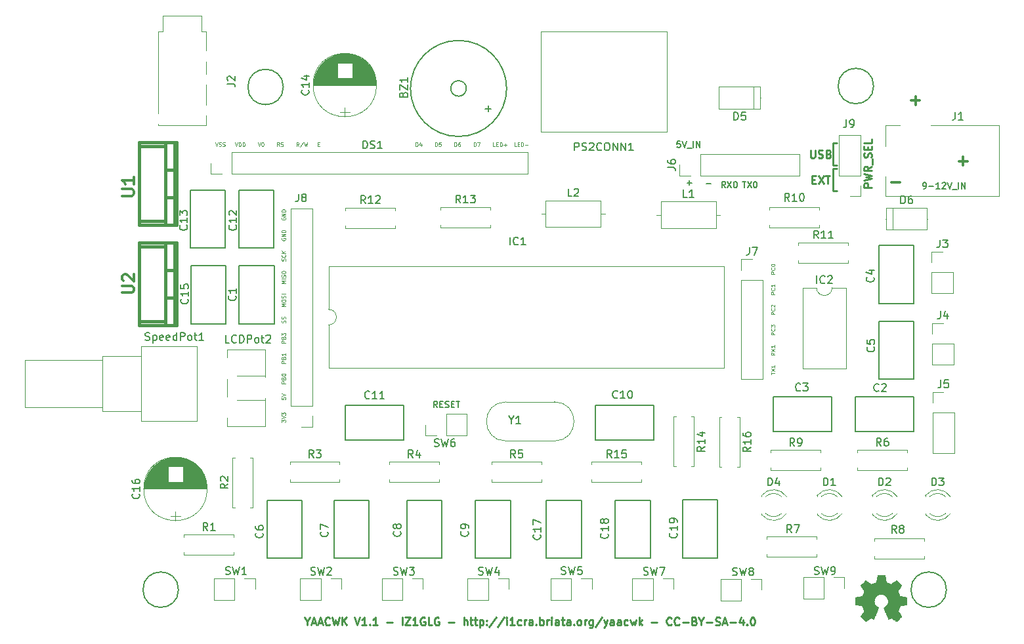
<source format=gbr>
G04 #@! TF.FileFunction,Legend,Top*
%FSLAX46Y46*%
G04 Gerber Fmt 4.6, Leading zero omitted, Abs format (unit mm)*
G04 Created by KiCad (PCBNEW 4.0.5+dfsg1-4) date Sat Jul  7 08:12:10 2018*
%MOMM*%
%LPD*%
G01*
G04 APERTURE LIST*
%ADD10C,0.100000*%
%ADD11C,0.125000*%
%ADD12C,0.200000*%
%ADD13C,0.300000*%
%ADD14C,0.250000*%
%ADD15C,0.120000*%
%ADD16C,0.150000*%
%ADD17C,0.381000*%
%ADD18C,0.010000*%
%ADD19C,0.304800*%
G04 APERTURE END LIST*
D10*
D11*
X184130190Y-100245757D02*
X184130190Y-99960043D01*
X184630190Y-100102900D02*
X184130190Y-100102900D01*
X184130190Y-99840995D02*
X184630190Y-99507662D01*
X184130190Y-99507662D02*
X184630190Y-99840995D01*
X184630190Y-99055282D02*
X184630190Y-99340996D01*
X184630190Y-99198139D02*
X184130190Y-99198139D01*
X184201619Y-99245758D01*
X184249238Y-99293377D01*
X184273048Y-99340996D01*
X184630190Y-97412426D02*
X184392095Y-97579093D01*
X184630190Y-97698140D02*
X184130190Y-97698140D01*
X184130190Y-97507664D01*
X184154000Y-97460045D01*
X184177810Y-97436236D01*
X184225429Y-97412426D01*
X184296857Y-97412426D01*
X184344476Y-97436236D01*
X184368286Y-97460045D01*
X184392095Y-97507664D01*
X184392095Y-97698140D01*
X184130190Y-97245759D02*
X184630190Y-96912426D01*
X184130190Y-96912426D02*
X184630190Y-97245759D01*
X184630190Y-96460046D02*
X184630190Y-96745760D01*
X184630190Y-96602903D02*
X184130190Y-96602903D01*
X184201619Y-96650522D01*
X184249238Y-96698141D01*
X184273048Y-96745760D01*
X184630190Y-95102904D02*
X184130190Y-95102904D01*
X184130190Y-94912428D01*
X184154000Y-94864809D01*
X184177810Y-94841000D01*
X184225429Y-94817190D01*
X184296857Y-94817190D01*
X184344476Y-94841000D01*
X184368286Y-94864809D01*
X184392095Y-94912428D01*
X184392095Y-95102904D01*
X184582571Y-94317190D02*
X184606381Y-94341000D01*
X184630190Y-94412428D01*
X184630190Y-94460047D01*
X184606381Y-94531476D01*
X184558762Y-94579095D01*
X184511143Y-94602904D01*
X184415905Y-94626714D01*
X184344476Y-94626714D01*
X184249238Y-94602904D01*
X184201619Y-94579095D01*
X184154000Y-94531476D01*
X184130190Y-94460047D01*
X184130190Y-94412428D01*
X184154000Y-94341000D01*
X184177810Y-94317190D01*
X184130190Y-94150523D02*
X184130190Y-93841000D01*
X184320667Y-94007666D01*
X184320667Y-93936238D01*
X184344476Y-93888619D01*
X184368286Y-93864809D01*
X184415905Y-93841000D01*
X184534952Y-93841000D01*
X184582571Y-93864809D01*
X184606381Y-93888619D01*
X184630190Y-93936238D01*
X184630190Y-94079095D01*
X184606381Y-94126714D01*
X184582571Y-94150523D01*
X184630190Y-92483858D02*
X184130190Y-92483858D01*
X184130190Y-92293382D01*
X184154000Y-92245763D01*
X184177810Y-92221954D01*
X184225429Y-92198144D01*
X184296857Y-92198144D01*
X184344476Y-92221954D01*
X184368286Y-92245763D01*
X184392095Y-92293382D01*
X184392095Y-92483858D01*
X184582571Y-91698144D02*
X184606381Y-91721954D01*
X184630190Y-91793382D01*
X184630190Y-91841001D01*
X184606381Y-91912430D01*
X184558762Y-91960049D01*
X184511143Y-91983858D01*
X184415905Y-92007668D01*
X184344476Y-92007668D01*
X184249238Y-91983858D01*
X184201619Y-91960049D01*
X184154000Y-91912430D01*
X184130190Y-91841001D01*
X184130190Y-91793382D01*
X184154000Y-91721954D01*
X184177810Y-91698144D01*
X184177810Y-91507668D02*
X184154000Y-91483858D01*
X184130190Y-91436239D01*
X184130190Y-91317192D01*
X184154000Y-91269573D01*
X184177810Y-91245763D01*
X184225429Y-91221954D01*
X184273048Y-91221954D01*
X184344476Y-91245763D01*
X184630190Y-91531477D01*
X184630190Y-91221954D01*
X184630190Y-89864812D02*
X184130190Y-89864812D01*
X184130190Y-89674336D01*
X184154000Y-89626717D01*
X184177810Y-89602908D01*
X184225429Y-89579098D01*
X184296857Y-89579098D01*
X184344476Y-89602908D01*
X184368286Y-89626717D01*
X184392095Y-89674336D01*
X184392095Y-89864812D01*
X184582571Y-89079098D02*
X184606381Y-89102908D01*
X184630190Y-89174336D01*
X184630190Y-89221955D01*
X184606381Y-89293384D01*
X184558762Y-89341003D01*
X184511143Y-89364812D01*
X184415905Y-89388622D01*
X184344476Y-89388622D01*
X184249238Y-89364812D01*
X184201619Y-89341003D01*
X184154000Y-89293384D01*
X184130190Y-89221955D01*
X184130190Y-89174336D01*
X184154000Y-89102908D01*
X184177810Y-89079098D01*
X184630190Y-88602908D02*
X184630190Y-88888622D01*
X184630190Y-88745765D02*
X184130190Y-88745765D01*
X184201619Y-88793384D01*
X184249238Y-88841003D01*
X184273048Y-88888622D01*
X184630190Y-87245766D02*
X184130190Y-87245766D01*
X184130190Y-87055290D01*
X184154000Y-87007671D01*
X184177810Y-86983862D01*
X184225429Y-86960052D01*
X184296857Y-86960052D01*
X184344476Y-86983862D01*
X184368286Y-87007671D01*
X184392095Y-87055290D01*
X184392095Y-87245766D01*
X184582571Y-86460052D02*
X184606381Y-86483862D01*
X184630190Y-86555290D01*
X184630190Y-86602909D01*
X184606381Y-86674338D01*
X184558762Y-86721957D01*
X184511143Y-86745766D01*
X184415905Y-86769576D01*
X184344476Y-86769576D01*
X184249238Y-86745766D01*
X184201619Y-86721957D01*
X184154000Y-86674338D01*
X184130190Y-86602909D01*
X184130190Y-86555290D01*
X184154000Y-86483862D01*
X184177810Y-86460052D01*
X184130190Y-86150528D02*
X184130190Y-86102909D01*
X184154000Y-86055290D01*
X184177810Y-86031481D01*
X184225429Y-86007671D01*
X184320667Y-85983862D01*
X184439714Y-85983862D01*
X184534952Y-86007671D01*
X184582571Y-86031481D01*
X184606381Y-86055290D01*
X184630190Y-86102909D01*
X184630190Y-86150528D01*
X184606381Y-86198147D01*
X184582571Y-86221957D01*
X184534952Y-86245766D01*
X184439714Y-86269576D01*
X184320667Y-86269576D01*
X184225429Y-86245766D01*
X184177810Y-86221957D01*
X184154000Y-86198147D01*
X184130190Y-86150528D01*
X121011190Y-106384587D02*
X121011190Y-106075064D01*
X121201667Y-106241730D01*
X121201667Y-106170302D01*
X121225476Y-106122683D01*
X121249286Y-106098873D01*
X121296905Y-106075064D01*
X121415952Y-106075064D01*
X121463571Y-106098873D01*
X121487381Y-106122683D01*
X121511190Y-106170302D01*
X121511190Y-106313159D01*
X121487381Y-106360778D01*
X121463571Y-106384587D01*
X121011190Y-105932207D02*
X121511190Y-105765540D01*
X121011190Y-105598874D01*
X121011190Y-105479826D02*
X121011190Y-105170303D01*
X121201667Y-105336969D01*
X121201667Y-105265541D01*
X121225476Y-105217922D01*
X121249286Y-105194112D01*
X121296905Y-105170303D01*
X121415952Y-105170303D01*
X121463571Y-105194112D01*
X121487381Y-105217922D01*
X121511190Y-105265541D01*
X121511190Y-105408398D01*
X121487381Y-105456017D01*
X121463571Y-105479826D01*
X121011190Y-103194114D02*
X121011190Y-103432209D01*
X121249286Y-103456019D01*
X121225476Y-103432209D01*
X121201667Y-103384590D01*
X121201667Y-103265543D01*
X121225476Y-103217924D01*
X121249286Y-103194114D01*
X121296905Y-103170305D01*
X121415952Y-103170305D01*
X121463571Y-103194114D01*
X121487381Y-103217924D01*
X121511190Y-103265543D01*
X121511190Y-103384590D01*
X121487381Y-103432209D01*
X121463571Y-103456019D01*
X121011190Y-103027448D02*
X121511190Y-102860781D01*
X121011190Y-102694115D01*
X121511190Y-101384592D02*
X121011190Y-101384592D01*
X121011190Y-101194116D01*
X121035000Y-101146497D01*
X121058810Y-101122688D01*
X121106429Y-101098878D01*
X121177857Y-101098878D01*
X121225476Y-101122688D01*
X121249286Y-101146497D01*
X121273095Y-101194116D01*
X121273095Y-101384592D01*
X121249286Y-100717926D02*
X121273095Y-100646497D01*
X121296905Y-100622688D01*
X121344524Y-100598878D01*
X121415952Y-100598878D01*
X121463571Y-100622688D01*
X121487381Y-100646497D01*
X121511190Y-100694116D01*
X121511190Y-100884592D01*
X121011190Y-100884592D01*
X121011190Y-100717926D01*
X121035000Y-100670307D01*
X121058810Y-100646497D01*
X121106429Y-100622688D01*
X121154048Y-100622688D01*
X121201667Y-100646497D01*
X121225476Y-100670307D01*
X121249286Y-100717926D01*
X121249286Y-100884592D01*
X121011190Y-100289354D02*
X121011190Y-100241735D01*
X121035000Y-100194116D01*
X121058810Y-100170307D01*
X121106429Y-100146497D01*
X121201667Y-100122688D01*
X121320714Y-100122688D01*
X121415952Y-100146497D01*
X121463571Y-100170307D01*
X121487381Y-100194116D01*
X121511190Y-100241735D01*
X121511190Y-100289354D01*
X121487381Y-100336973D01*
X121463571Y-100360783D01*
X121415952Y-100384592D01*
X121320714Y-100408402D01*
X121201667Y-100408402D01*
X121106429Y-100384592D01*
X121058810Y-100360783D01*
X121035000Y-100336973D01*
X121011190Y-100289354D01*
X121511190Y-98765546D02*
X121011190Y-98765546D01*
X121011190Y-98575070D01*
X121035000Y-98527451D01*
X121058810Y-98503642D01*
X121106429Y-98479832D01*
X121177857Y-98479832D01*
X121225476Y-98503642D01*
X121249286Y-98527451D01*
X121273095Y-98575070D01*
X121273095Y-98765546D01*
X121249286Y-98098880D02*
X121273095Y-98027451D01*
X121296905Y-98003642D01*
X121344524Y-97979832D01*
X121415952Y-97979832D01*
X121463571Y-98003642D01*
X121487381Y-98027451D01*
X121511190Y-98075070D01*
X121511190Y-98265546D01*
X121011190Y-98265546D01*
X121011190Y-98098880D01*
X121035000Y-98051261D01*
X121058810Y-98027451D01*
X121106429Y-98003642D01*
X121154048Y-98003642D01*
X121201667Y-98027451D01*
X121225476Y-98051261D01*
X121249286Y-98098880D01*
X121249286Y-98265546D01*
X121511190Y-97503642D02*
X121511190Y-97789356D01*
X121511190Y-97646499D02*
X121011190Y-97646499D01*
X121082619Y-97694118D01*
X121130238Y-97741737D01*
X121154048Y-97789356D01*
X121511190Y-96146500D02*
X121011190Y-96146500D01*
X121011190Y-95956024D01*
X121035000Y-95908405D01*
X121058810Y-95884596D01*
X121106429Y-95860786D01*
X121177857Y-95860786D01*
X121225476Y-95884596D01*
X121249286Y-95908405D01*
X121273095Y-95956024D01*
X121273095Y-96146500D01*
X121249286Y-95479834D02*
X121273095Y-95408405D01*
X121296905Y-95384596D01*
X121344524Y-95360786D01*
X121415952Y-95360786D01*
X121463571Y-95384596D01*
X121487381Y-95408405D01*
X121511190Y-95456024D01*
X121511190Y-95646500D01*
X121011190Y-95646500D01*
X121011190Y-95479834D01*
X121035000Y-95432215D01*
X121058810Y-95408405D01*
X121106429Y-95384596D01*
X121154048Y-95384596D01*
X121201667Y-95408405D01*
X121225476Y-95432215D01*
X121249286Y-95479834D01*
X121249286Y-95646500D01*
X121011190Y-95194119D02*
X121011190Y-94884596D01*
X121201667Y-95051262D01*
X121201667Y-94979834D01*
X121225476Y-94932215D01*
X121249286Y-94908405D01*
X121296905Y-94884596D01*
X121415952Y-94884596D01*
X121463571Y-94908405D01*
X121487381Y-94932215D01*
X121511190Y-94979834D01*
X121511190Y-95122691D01*
X121487381Y-95170310D01*
X121463571Y-95194119D01*
X121487381Y-93551264D02*
X121511190Y-93479835D01*
X121511190Y-93360788D01*
X121487381Y-93313169D01*
X121463571Y-93289359D01*
X121415952Y-93265550D01*
X121368333Y-93265550D01*
X121320714Y-93289359D01*
X121296905Y-93313169D01*
X121273095Y-93360788D01*
X121249286Y-93456026D01*
X121225476Y-93503645D01*
X121201667Y-93527454D01*
X121154048Y-93551264D01*
X121106429Y-93551264D01*
X121058810Y-93527454D01*
X121035000Y-93503645D01*
X121011190Y-93456026D01*
X121011190Y-93336978D01*
X121035000Y-93265550D01*
X121487381Y-93075074D02*
X121511190Y-93003645D01*
X121511190Y-92884598D01*
X121487381Y-92836979D01*
X121463571Y-92813169D01*
X121415952Y-92789360D01*
X121368333Y-92789360D01*
X121320714Y-92813169D01*
X121296905Y-92836979D01*
X121273095Y-92884598D01*
X121249286Y-92979836D01*
X121225476Y-93027455D01*
X121201667Y-93051264D01*
X121154048Y-93075074D01*
X121106429Y-93075074D01*
X121058810Y-93051264D01*
X121035000Y-93027455D01*
X121011190Y-92979836D01*
X121011190Y-92860788D01*
X121035000Y-92789360D01*
X121511190Y-91432218D02*
X121011190Y-91432218D01*
X121368333Y-91265552D01*
X121011190Y-91098885D01*
X121511190Y-91098885D01*
X121011190Y-90765551D02*
X121011190Y-90670313D01*
X121035000Y-90622694D01*
X121082619Y-90575075D01*
X121177857Y-90551266D01*
X121344524Y-90551266D01*
X121439762Y-90575075D01*
X121487381Y-90622694D01*
X121511190Y-90670313D01*
X121511190Y-90765551D01*
X121487381Y-90813170D01*
X121439762Y-90860789D01*
X121344524Y-90884599D01*
X121177857Y-90884599D01*
X121082619Y-90860789D01*
X121035000Y-90813170D01*
X121011190Y-90765551D01*
X121487381Y-90360789D02*
X121511190Y-90289360D01*
X121511190Y-90170313D01*
X121487381Y-90122694D01*
X121463571Y-90098884D01*
X121415952Y-90075075D01*
X121368333Y-90075075D01*
X121320714Y-90098884D01*
X121296905Y-90122694D01*
X121273095Y-90170313D01*
X121249286Y-90265551D01*
X121225476Y-90313170D01*
X121201667Y-90336979D01*
X121154048Y-90360789D01*
X121106429Y-90360789D01*
X121058810Y-90336979D01*
X121035000Y-90313170D01*
X121011190Y-90265551D01*
X121011190Y-90146503D01*
X121035000Y-90075075D01*
X121511190Y-89860789D02*
X121011190Y-89860789D01*
X121511190Y-88479838D02*
X121011190Y-88479838D01*
X121368333Y-88313172D01*
X121011190Y-88146505D01*
X121511190Y-88146505D01*
X121511190Y-87908409D02*
X121011190Y-87908409D01*
X121487381Y-87694124D02*
X121511190Y-87622695D01*
X121511190Y-87503648D01*
X121487381Y-87456029D01*
X121463571Y-87432219D01*
X121415952Y-87408410D01*
X121368333Y-87408410D01*
X121320714Y-87432219D01*
X121296905Y-87456029D01*
X121273095Y-87503648D01*
X121249286Y-87598886D01*
X121225476Y-87646505D01*
X121201667Y-87670314D01*
X121154048Y-87694124D01*
X121106429Y-87694124D01*
X121058810Y-87670314D01*
X121035000Y-87646505D01*
X121011190Y-87598886D01*
X121011190Y-87479838D01*
X121035000Y-87408410D01*
X121011190Y-87098886D02*
X121011190Y-87003648D01*
X121035000Y-86956029D01*
X121082619Y-86908410D01*
X121177857Y-86884601D01*
X121344524Y-86884601D01*
X121439762Y-86908410D01*
X121487381Y-86956029D01*
X121511190Y-87003648D01*
X121511190Y-87098886D01*
X121487381Y-87146505D01*
X121439762Y-87194124D01*
X121344524Y-87217934D01*
X121177857Y-87217934D01*
X121082619Y-87194124D01*
X121035000Y-87146505D01*
X121011190Y-87098886D01*
X121487381Y-85551268D02*
X121511190Y-85479839D01*
X121511190Y-85360792D01*
X121487381Y-85313173D01*
X121463571Y-85289363D01*
X121415952Y-85265554D01*
X121368333Y-85265554D01*
X121320714Y-85289363D01*
X121296905Y-85313173D01*
X121273095Y-85360792D01*
X121249286Y-85456030D01*
X121225476Y-85503649D01*
X121201667Y-85527458D01*
X121154048Y-85551268D01*
X121106429Y-85551268D01*
X121058810Y-85527458D01*
X121035000Y-85503649D01*
X121011190Y-85456030D01*
X121011190Y-85336982D01*
X121035000Y-85265554D01*
X121463571Y-84765554D02*
X121487381Y-84789364D01*
X121511190Y-84860792D01*
X121511190Y-84908411D01*
X121487381Y-84979840D01*
X121439762Y-85027459D01*
X121392143Y-85051268D01*
X121296905Y-85075078D01*
X121225476Y-85075078D01*
X121130238Y-85051268D01*
X121082619Y-85027459D01*
X121035000Y-84979840D01*
X121011190Y-84908411D01*
X121011190Y-84860792D01*
X121035000Y-84789364D01*
X121058810Y-84765554D01*
X121511190Y-84551268D02*
X121011190Y-84551268D01*
X121511190Y-84265554D02*
X121225476Y-84479840D01*
X121011190Y-84265554D02*
X121296905Y-84551268D01*
X121035000Y-82646508D02*
X121011190Y-82694127D01*
X121011190Y-82765555D01*
X121035000Y-82836984D01*
X121082619Y-82884603D01*
X121130238Y-82908412D01*
X121225476Y-82932222D01*
X121296905Y-82932222D01*
X121392143Y-82908412D01*
X121439762Y-82884603D01*
X121487381Y-82836984D01*
X121511190Y-82765555D01*
X121511190Y-82717936D01*
X121487381Y-82646508D01*
X121463571Y-82622698D01*
X121296905Y-82622698D01*
X121296905Y-82717936D01*
X121511190Y-82408412D02*
X121011190Y-82408412D01*
X121511190Y-82122698D01*
X121011190Y-82122698D01*
X121511190Y-81884602D02*
X121011190Y-81884602D01*
X121011190Y-81765555D01*
X121035000Y-81694126D01*
X121082619Y-81646507D01*
X121130238Y-81622698D01*
X121225476Y-81598888D01*
X121296905Y-81598888D01*
X121392143Y-81622698D01*
X121439762Y-81646507D01*
X121487381Y-81694126D01*
X121511190Y-81765555D01*
X121511190Y-81884602D01*
X121035000Y-79979842D02*
X121011190Y-80027461D01*
X121011190Y-80098889D01*
X121035000Y-80170318D01*
X121082619Y-80217937D01*
X121130238Y-80241746D01*
X121225476Y-80265556D01*
X121296905Y-80265556D01*
X121392143Y-80241746D01*
X121439762Y-80217937D01*
X121487381Y-80170318D01*
X121511190Y-80098889D01*
X121511190Y-80051270D01*
X121487381Y-79979842D01*
X121463571Y-79956032D01*
X121296905Y-79956032D01*
X121296905Y-80051270D01*
X121511190Y-79741746D02*
X121011190Y-79741746D01*
X121511190Y-79456032D01*
X121011190Y-79456032D01*
X121511190Y-79217936D02*
X121011190Y-79217936D01*
X121011190Y-79098889D01*
X121035000Y-79027460D01*
X121082619Y-78979841D01*
X121130238Y-78956032D01*
X121225476Y-78932222D01*
X121296905Y-78932222D01*
X121392143Y-78956032D01*
X121439762Y-78979841D01*
X121487381Y-79027460D01*
X121511190Y-79098889D01*
X121511190Y-79217936D01*
X112449134Y-70274690D02*
X112615801Y-70774690D01*
X112782467Y-70274690D01*
X112925324Y-70750881D02*
X112996753Y-70774690D01*
X113115800Y-70774690D01*
X113163419Y-70750881D01*
X113187229Y-70727071D01*
X113211038Y-70679452D01*
X113211038Y-70631833D01*
X113187229Y-70584214D01*
X113163419Y-70560405D01*
X113115800Y-70536595D01*
X113020562Y-70512786D01*
X112972943Y-70488976D01*
X112949134Y-70465167D01*
X112925324Y-70417548D01*
X112925324Y-70369929D01*
X112949134Y-70322310D01*
X112972943Y-70298500D01*
X113020562Y-70274690D01*
X113139610Y-70274690D01*
X113211038Y-70298500D01*
X113401514Y-70750881D02*
X113472943Y-70774690D01*
X113591990Y-70774690D01*
X113639609Y-70750881D01*
X113663419Y-70727071D01*
X113687228Y-70679452D01*
X113687228Y-70631833D01*
X113663419Y-70584214D01*
X113639609Y-70560405D01*
X113591990Y-70536595D01*
X113496752Y-70512786D01*
X113449133Y-70488976D01*
X113425324Y-70465167D01*
X113401514Y-70417548D01*
X113401514Y-70369929D01*
X113425324Y-70322310D01*
X113449133Y-70298500D01*
X113496752Y-70274690D01*
X113615800Y-70274690D01*
X113687228Y-70298500D01*
X114972941Y-70274690D02*
X115139608Y-70774690D01*
X115306274Y-70274690D01*
X115472941Y-70774690D02*
X115472941Y-70274690D01*
X115591988Y-70274690D01*
X115663417Y-70298500D01*
X115711036Y-70346119D01*
X115734845Y-70393738D01*
X115758655Y-70488976D01*
X115758655Y-70560405D01*
X115734845Y-70655643D01*
X115711036Y-70703262D01*
X115663417Y-70750881D01*
X115591988Y-70774690D01*
X115472941Y-70774690D01*
X115972941Y-70774690D02*
X115972941Y-70274690D01*
X116091988Y-70274690D01*
X116163417Y-70298500D01*
X116211036Y-70346119D01*
X116234845Y-70393738D01*
X116258655Y-70488976D01*
X116258655Y-70560405D01*
X116234845Y-70655643D01*
X116211036Y-70703262D01*
X116163417Y-70750881D01*
X116091988Y-70774690D01*
X115972941Y-70774690D01*
X117925320Y-70274690D02*
X118091987Y-70774690D01*
X118258653Y-70274690D01*
X118520558Y-70274690D02*
X118568177Y-70274690D01*
X118615796Y-70298500D01*
X118639605Y-70322310D01*
X118663415Y-70369929D01*
X118687224Y-70465167D01*
X118687224Y-70584214D01*
X118663415Y-70679452D01*
X118639605Y-70727071D01*
X118615796Y-70750881D01*
X118568177Y-70774690D01*
X118520558Y-70774690D01*
X118472939Y-70750881D01*
X118449129Y-70727071D01*
X118425320Y-70679452D01*
X118401510Y-70584214D01*
X118401510Y-70465167D01*
X118425320Y-70369929D01*
X118449129Y-70322310D01*
X118472939Y-70298500D01*
X118520558Y-70274690D01*
X120711032Y-70774690D02*
X120544365Y-70536595D01*
X120425318Y-70774690D02*
X120425318Y-70274690D01*
X120615794Y-70274690D01*
X120663413Y-70298500D01*
X120687222Y-70322310D01*
X120711032Y-70369929D01*
X120711032Y-70441357D01*
X120687222Y-70488976D01*
X120663413Y-70512786D01*
X120615794Y-70536595D01*
X120425318Y-70536595D01*
X120901508Y-70750881D02*
X120972937Y-70774690D01*
X121091984Y-70774690D01*
X121139603Y-70750881D01*
X121163413Y-70727071D01*
X121187222Y-70679452D01*
X121187222Y-70631833D01*
X121163413Y-70584214D01*
X121139603Y-70560405D01*
X121091984Y-70536595D01*
X120996746Y-70512786D01*
X120949127Y-70488976D01*
X120925318Y-70465167D01*
X120901508Y-70417548D01*
X120901508Y-70369929D01*
X120925318Y-70322310D01*
X120949127Y-70298500D01*
X120996746Y-70274690D01*
X121115794Y-70274690D01*
X121187222Y-70298500D01*
X123211030Y-70774690D02*
X123044363Y-70536595D01*
X122925316Y-70774690D02*
X122925316Y-70274690D01*
X123115792Y-70274690D01*
X123163411Y-70298500D01*
X123187220Y-70322310D01*
X123211030Y-70369929D01*
X123211030Y-70441357D01*
X123187220Y-70488976D01*
X123163411Y-70512786D01*
X123115792Y-70536595D01*
X122925316Y-70536595D01*
X123782458Y-70250881D02*
X123353887Y-70893738D01*
X123901507Y-70274690D02*
X124020554Y-70774690D01*
X124115792Y-70417548D01*
X124211030Y-70774690D01*
X124330078Y-70274690D01*
X125663411Y-70512786D02*
X125830077Y-70512786D01*
X125901506Y-70774690D02*
X125663411Y-70774690D01*
X125663411Y-70274690D01*
X125901506Y-70274690D01*
X138306256Y-70774690D02*
X138306256Y-70274690D01*
X138425303Y-70274690D01*
X138496732Y-70298500D01*
X138544351Y-70346119D01*
X138568160Y-70393738D01*
X138591970Y-70488976D01*
X138591970Y-70560405D01*
X138568160Y-70655643D01*
X138544351Y-70703262D01*
X138496732Y-70750881D01*
X138425303Y-70774690D01*
X138306256Y-70774690D01*
X139020541Y-70441357D02*
X139020541Y-70774690D01*
X138901494Y-70250881D02*
X138782446Y-70608024D01*
X139091970Y-70608024D01*
X140806254Y-70774690D02*
X140806254Y-70274690D01*
X140925301Y-70274690D01*
X140996730Y-70298500D01*
X141044349Y-70346119D01*
X141068158Y-70393738D01*
X141091968Y-70488976D01*
X141091968Y-70560405D01*
X141068158Y-70655643D01*
X141044349Y-70703262D01*
X140996730Y-70750881D01*
X140925301Y-70774690D01*
X140806254Y-70774690D01*
X141544349Y-70274690D02*
X141306254Y-70274690D01*
X141282444Y-70512786D01*
X141306254Y-70488976D01*
X141353873Y-70465167D01*
X141472920Y-70465167D01*
X141520539Y-70488976D01*
X141544349Y-70512786D01*
X141568158Y-70560405D01*
X141568158Y-70679452D01*
X141544349Y-70727071D01*
X141520539Y-70750881D01*
X141472920Y-70774690D01*
X141353873Y-70774690D01*
X141306254Y-70750881D01*
X141282444Y-70727071D01*
X143306252Y-70774690D02*
X143306252Y-70274690D01*
X143425299Y-70274690D01*
X143496728Y-70298500D01*
X143544347Y-70346119D01*
X143568156Y-70393738D01*
X143591966Y-70488976D01*
X143591966Y-70560405D01*
X143568156Y-70655643D01*
X143544347Y-70703262D01*
X143496728Y-70750881D01*
X143425299Y-70774690D01*
X143306252Y-70774690D01*
X144020537Y-70274690D02*
X143925299Y-70274690D01*
X143877680Y-70298500D01*
X143853871Y-70322310D01*
X143806252Y-70393738D01*
X143782442Y-70488976D01*
X143782442Y-70679452D01*
X143806252Y-70727071D01*
X143830061Y-70750881D01*
X143877680Y-70774690D01*
X143972918Y-70774690D01*
X144020537Y-70750881D01*
X144044347Y-70727071D01*
X144068156Y-70679452D01*
X144068156Y-70560405D01*
X144044347Y-70512786D01*
X144020537Y-70488976D01*
X143972918Y-70465167D01*
X143877680Y-70465167D01*
X143830061Y-70488976D01*
X143806252Y-70512786D01*
X143782442Y-70560405D01*
X145806250Y-70774690D02*
X145806250Y-70274690D01*
X145925297Y-70274690D01*
X145996726Y-70298500D01*
X146044345Y-70346119D01*
X146068154Y-70393738D01*
X146091964Y-70488976D01*
X146091964Y-70560405D01*
X146068154Y-70655643D01*
X146044345Y-70703262D01*
X145996726Y-70750881D01*
X145925297Y-70774690D01*
X145806250Y-70774690D01*
X146258631Y-70274690D02*
X146591964Y-70274690D01*
X146377678Y-70774690D01*
X148544343Y-70774690D02*
X148306248Y-70774690D01*
X148306248Y-70274690D01*
X148711010Y-70512786D02*
X148877676Y-70512786D01*
X148949105Y-70774690D02*
X148711010Y-70774690D01*
X148711010Y-70274690D01*
X148949105Y-70274690D01*
X149163391Y-70774690D02*
X149163391Y-70274690D01*
X149282438Y-70274690D01*
X149353867Y-70298500D01*
X149401486Y-70346119D01*
X149425295Y-70393738D01*
X149449105Y-70488976D01*
X149449105Y-70560405D01*
X149425295Y-70655643D01*
X149401486Y-70703262D01*
X149353867Y-70750881D01*
X149282438Y-70774690D01*
X149163391Y-70774690D01*
X149663391Y-70584214D02*
X150044343Y-70584214D01*
X149853867Y-70774690D02*
X149853867Y-70393738D01*
X151282438Y-70774690D02*
X151044343Y-70774690D01*
X151044343Y-70274690D01*
X151449105Y-70512786D02*
X151615771Y-70512786D01*
X151687200Y-70774690D02*
X151449105Y-70774690D01*
X151449105Y-70274690D01*
X151687200Y-70274690D01*
X151901486Y-70774690D02*
X151901486Y-70274690D01*
X152020533Y-70274690D01*
X152091962Y-70298500D01*
X152139581Y-70346119D01*
X152163390Y-70393738D01*
X152187200Y-70488976D01*
X152187200Y-70560405D01*
X152163390Y-70655643D01*
X152139581Y-70703262D01*
X152091962Y-70750881D01*
X152020533Y-70774690D01*
X151901486Y-70774690D01*
X152401486Y-70584214D02*
X152782438Y-70584214D01*
D12*
X141078095Y-104501905D02*
X140811428Y-104120952D01*
X140620952Y-104501905D02*
X140620952Y-103701905D01*
X140925714Y-103701905D01*
X141001905Y-103740000D01*
X141040000Y-103778095D01*
X141078095Y-103854286D01*
X141078095Y-103968571D01*
X141040000Y-104044762D01*
X141001905Y-104082857D01*
X140925714Y-104120952D01*
X140620952Y-104120952D01*
X141420952Y-104082857D02*
X141687619Y-104082857D01*
X141801905Y-104501905D02*
X141420952Y-104501905D01*
X141420952Y-103701905D01*
X141801905Y-103701905D01*
X142106667Y-104463810D02*
X142220953Y-104501905D01*
X142411429Y-104501905D01*
X142487619Y-104463810D01*
X142525715Y-104425714D01*
X142563810Y-104349524D01*
X142563810Y-104273333D01*
X142525715Y-104197143D01*
X142487619Y-104159048D01*
X142411429Y-104120952D01*
X142259048Y-104082857D01*
X142182857Y-104044762D01*
X142144762Y-104006667D01*
X142106667Y-103930476D01*
X142106667Y-103854286D01*
X142144762Y-103778095D01*
X142182857Y-103740000D01*
X142259048Y-103701905D01*
X142449524Y-103701905D01*
X142563810Y-103740000D01*
X142906667Y-104082857D02*
X143173334Y-104082857D01*
X143287620Y-104501905D02*
X142906667Y-104501905D01*
X142906667Y-103701905D01*
X143287620Y-103701905D01*
X143516191Y-103701905D02*
X143973334Y-103701905D01*
X143744763Y-104501905D02*
X143744763Y-103701905D01*
X172415334Y-70110405D02*
X172034381Y-70110405D01*
X171996286Y-70491357D01*
X172034381Y-70453262D01*
X172110572Y-70415167D01*
X172301048Y-70415167D01*
X172377238Y-70453262D01*
X172415334Y-70491357D01*
X172453429Y-70567548D01*
X172453429Y-70758024D01*
X172415334Y-70834214D01*
X172377238Y-70872310D01*
X172301048Y-70910405D01*
X172110572Y-70910405D01*
X172034381Y-70872310D01*
X171996286Y-70834214D01*
X172682000Y-70110405D02*
X172948667Y-70910405D01*
X173215334Y-70110405D01*
X173291524Y-70986595D02*
X173901048Y-70986595D01*
X174091524Y-70910405D02*
X174091524Y-70110405D01*
X174472476Y-70910405D02*
X174472476Y-70110405D01*
X174929619Y-70910405D01*
X174929619Y-70110405D01*
X203771833Y-76244405D02*
X203924214Y-76244405D01*
X204000405Y-76206310D01*
X204038500Y-76168214D01*
X204114691Y-76053929D01*
X204152786Y-75901548D01*
X204152786Y-75596786D01*
X204114691Y-75520595D01*
X204076595Y-75482500D01*
X204000405Y-75444405D01*
X203848024Y-75444405D01*
X203771833Y-75482500D01*
X203733738Y-75520595D01*
X203695643Y-75596786D01*
X203695643Y-75787262D01*
X203733738Y-75863452D01*
X203771833Y-75901548D01*
X203848024Y-75939643D01*
X204000405Y-75939643D01*
X204076595Y-75901548D01*
X204114691Y-75863452D01*
X204152786Y-75787262D01*
X204495643Y-75939643D02*
X205105167Y-75939643D01*
X205905167Y-76244405D02*
X205448024Y-76244405D01*
X205676595Y-76244405D02*
X205676595Y-75444405D01*
X205600405Y-75558690D01*
X205524214Y-75634881D01*
X205448024Y-75672976D01*
X206209929Y-75520595D02*
X206248024Y-75482500D01*
X206324215Y-75444405D01*
X206514691Y-75444405D01*
X206590881Y-75482500D01*
X206628977Y-75520595D01*
X206667072Y-75596786D01*
X206667072Y-75672976D01*
X206628977Y-75787262D01*
X206171834Y-76244405D01*
X206667072Y-76244405D01*
X206895643Y-75444405D02*
X207162310Y-76244405D01*
X207428977Y-75444405D01*
X207505167Y-76320595D02*
X208114691Y-76320595D01*
X208305167Y-76244405D02*
X208305167Y-75444405D01*
X208686119Y-76244405D02*
X208686119Y-75444405D01*
X209143262Y-76244405D01*
X209143262Y-75444405D01*
D13*
X199644072Y-75418143D02*
X200786929Y-75418143D01*
X202184072Y-64877143D02*
X203326929Y-64877143D01*
X202755500Y-65448571D02*
X202755500Y-64305714D01*
X208343572Y-72687643D02*
X209486429Y-72687643D01*
X208915000Y-73259071D02*
X208915000Y-72116214D01*
D14*
X189428571Y-75049071D02*
X189761905Y-75049071D01*
X189904762Y-75572881D02*
X189428571Y-75572881D01*
X189428571Y-74572881D01*
X189904762Y-74572881D01*
X190238095Y-74572881D02*
X190904762Y-75572881D01*
X190904762Y-74572881D02*
X190238095Y-75572881D01*
X191142857Y-74572881D02*
X191714286Y-74572881D01*
X191428571Y-75572881D02*
X191428571Y-74572881D01*
X189238095Y-71270881D02*
X189238095Y-72080405D01*
X189285714Y-72175643D01*
X189333333Y-72223262D01*
X189428571Y-72270881D01*
X189619048Y-72270881D01*
X189714286Y-72223262D01*
X189761905Y-72175643D01*
X189809524Y-72080405D01*
X189809524Y-71270881D01*
X190238095Y-72223262D02*
X190380952Y-72270881D01*
X190619048Y-72270881D01*
X190714286Y-72223262D01*
X190761905Y-72175643D01*
X190809524Y-72080405D01*
X190809524Y-71985167D01*
X190761905Y-71889929D01*
X190714286Y-71842310D01*
X190619048Y-71794690D01*
X190428571Y-71747071D01*
X190333333Y-71699452D01*
X190285714Y-71651833D01*
X190238095Y-71556595D01*
X190238095Y-71461357D01*
X190285714Y-71366119D01*
X190333333Y-71318500D01*
X190428571Y-71270881D01*
X190666667Y-71270881D01*
X190809524Y-71318500D01*
X191571429Y-71747071D02*
X191714286Y-71794690D01*
X191761905Y-71842310D01*
X191809524Y-71937548D01*
X191809524Y-72080405D01*
X191761905Y-72175643D01*
X191714286Y-72223262D01*
X191619048Y-72270881D01*
X191238095Y-72270881D01*
X191238095Y-71270881D01*
X191571429Y-71270881D01*
X191666667Y-71318500D01*
X191714286Y-71366119D01*
X191761905Y-71461357D01*
X191761905Y-71556595D01*
X191714286Y-71651833D01*
X191666667Y-71699452D01*
X191571429Y-71747071D01*
X191238095Y-71747071D01*
X192595453Y-76501429D02*
X192119263Y-76501429D01*
X192119263Y-73644286D01*
X192595453Y-73644286D01*
X192595453Y-73199429D02*
X192119263Y-73199429D01*
X192119263Y-70342286D01*
X192595453Y-70342286D01*
X197111881Y-76072619D02*
X196111881Y-76072619D01*
X196111881Y-75691666D01*
X196159500Y-75596428D01*
X196207119Y-75548809D01*
X196302357Y-75501190D01*
X196445214Y-75501190D01*
X196540452Y-75548809D01*
X196588071Y-75596428D01*
X196635690Y-75691666D01*
X196635690Y-76072619D01*
X196111881Y-75167857D02*
X197111881Y-74929762D01*
X196397595Y-74739285D01*
X197111881Y-74548809D01*
X196111881Y-74310714D01*
X197111881Y-73358333D02*
X196635690Y-73691667D01*
X197111881Y-73929762D02*
X196111881Y-73929762D01*
X196111881Y-73548809D01*
X196159500Y-73453571D01*
X196207119Y-73405952D01*
X196302357Y-73358333D01*
X196445214Y-73358333D01*
X196540452Y-73405952D01*
X196588071Y-73453571D01*
X196635690Y-73548809D01*
X196635690Y-73929762D01*
X197207119Y-73167857D02*
X197207119Y-72405952D01*
X197064262Y-72215476D02*
X197111881Y-72072619D01*
X197111881Y-71834523D01*
X197064262Y-71739285D01*
X197016643Y-71691666D01*
X196921405Y-71644047D01*
X196826167Y-71644047D01*
X196730929Y-71691666D01*
X196683310Y-71739285D01*
X196635690Y-71834523D01*
X196588071Y-72025000D01*
X196540452Y-72120238D01*
X196492833Y-72167857D01*
X196397595Y-72215476D01*
X196302357Y-72215476D01*
X196207119Y-72167857D01*
X196159500Y-72120238D01*
X196111881Y-72025000D01*
X196111881Y-71786904D01*
X196159500Y-71644047D01*
X196588071Y-71215476D02*
X196588071Y-70882142D01*
X197111881Y-70739285D02*
X197111881Y-71215476D01*
X196111881Y-71215476D01*
X196111881Y-70739285D01*
X197111881Y-69834523D02*
X197111881Y-70310714D01*
X196111881Y-70310714D01*
X124273094Y-132119690D02*
X124273094Y-132595881D01*
X123939761Y-131595881D02*
X124273094Y-132119690D01*
X124606428Y-131595881D01*
X124892142Y-132310167D02*
X125368333Y-132310167D01*
X124796904Y-132595881D02*
X125130237Y-131595881D01*
X125463571Y-132595881D01*
X125749285Y-132310167D02*
X126225476Y-132310167D01*
X125654047Y-132595881D02*
X125987380Y-131595881D01*
X126320714Y-132595881D01*
X127225476Y-132500643D02*
X127177857Y-132548262D01*
X127035000Y-132595881D01*
X126939762Y-132595881D01*
X126796904Y-132548262D01*
X126701666Y-132453024D01*
X126654047Y-132357786D01*
X126606428Y-132167310D01*
X126606428Y-132024452D01*
X126654047Y-131833976D01*
X126701666Y-131738738D01*
X126796904Y-131643500D01*
X126939762Y-131595881D01*
X127035000Y-131595881D01*
X127177857Y-131643500D01*
X127225476Y-131691119D01*
X127558809Y-131595881D02*
X127796904Y-132595881D01*
X127987381Y-131881595D01*
X128177857Y-132595881D01*
X128415952Y-131595881D01*
X128796904Y-132595881D02*
X128796904Y-131595881D01*
X129368333Y-132595881D02*
X128939761Y-132024452D01*
X129368333Y-131595881D02*
X128796904Y-132167310D01*
X130415952Y-131595881D02*
X130749285Y-132595881D01*
X131082619Y-131595881D01*
X131939762Y-132595881D02*
X131368333Y-132595881D01*
X131654047Y-132595881D02*
X131654047Y-131595881D01*
X131558809Y-131738738D01*
X131463571Y-131833976D01*
X131368333Y-131881595D01*
X132368333Y-132500643D02*
X132415952Y-132548262D01*
X132368333Y-132595881D01*
X132320714Y-132548262D01*
X132368333Y-132500643D01*
X132368333Y-132595881D01*
X133368333Y-132595881D02*
X132796904Y-132595881D01*
X133082618Y-132595881D02*
X133082618Y-131595881D01*
X132987380Y-131738738D01*
X132892142Y-131833976D01*
X132796904Y-131881595D01*
X134558809Y-132214929D02*
X135320714Y-132214929D01*
X136558809Y-132595881D02*
X136558809Y-131595881D01*
X136939761Y-131595881D02*
X137606428Y-131595881D01*
X136939761Y-132595881D01*
X137606428Y-132595881D01*
X138511190Y-132595881D02*
X137939761Y-132595881D01*
X138225475Y-132595881D02*
X138225475Y-131595881D01*
X138130237Y-131738738D01*
X138034999Y-131833976D01*
X137939761Y-131881595D01*
X139463571Y-131643500D02*
X139368333Y-131595881D01*
X139225476Y-131595881D01*
X139082618Y-131643500D01*
X138987380Y-131738738D01*
X138939761Y-131833976D01*
X138892142Y-132024452D01*
X138892142Y-132167310D01*
X138939761Y-132357786D01*
X138987380Y-132453024D01*
X139082618Y-132548262D01*
X139225476Y-132595881D01*
X139320714Y-132595881D01*
X139463571Y-132548262D01*
X139511190Y-132500643D01*
X139511190Y-132167310D01*
X139320714Y-132167310D01*
X140415952Y-132595881D02*
X139939761Y-132595881D01*
X139939761Y-131595881D01*
X141273095Y-131643500D02*
X141177857Y-131595881D01*
X141035000Y-131595881D01*
X140892142Y-131643500D01*
X140796904Y-131738738D01*
X140749285Y-131833976D01*
X140701666Y-132024452D01*
X140701666Y-132167310D01*
X140749285Y-132357786D01*
X140796904Y-132453024D01*
X140892142Y-132548262D01*
X141035000Y-132595881D01*
X141130238Y-132595881D01*
X141273095Y-132548262D01*
X141320714Y-132500643D01*
X141320714Y-132167310D01*
X141130238Y-132167310D01*
X142511190Y-132214929D02*
X143273095Y-132214929D01*
X144511190Y-132595881D02*
X144511190Y-131595881D01*
X144939762Y-132595881D02*
X144939762Y-132072071D01*
X144892143Y-131976833D01*
X144796905Y-131929214D01*
X144654047Y-131929214D01*
X144558809Y-131976833D01*
X144511190Y-132024452D01*
X145273095Y-131929214D02*
X145654047Y-131929214D01*
X145415952Y-131595881D02*
X145415952Y-132453024D01*
X145463571Y-132548262D01*
X145558809Y-132595881D01*
X145654047Y-132595881D01*
X145844524Y-131929214D02*
X146225476Y-131929214D01*
X145987381Y-131595881D02*
X145987381Y-132453024D01*
X146035000Y-132548262D01*
X146130238Y-132595881D01*
X146225476Y-132595881D01*
X146558810Y-131929214D02*
X146558810Y-132929214D01*
X146558810Y-131976833D02*
X146654048Y-131929214D01*
X146844525Y-131929214D01*
X146939763Y-131976833D01*
X146987382Y-132024452D01*
X147035001Y-132119690D01*
X147035001Y-132405405D01*
X146987382Y-132500643D01*
X146939763Y-132548262D01*
X146844525Y-132595881D01*
X146654048Y-132595881D01*
X146558810Y-132548262D01*
X147463572Y-132500643D02*
X147511191Y-132548262D01*
X147463572Y-132595881D01*
X147415953Y-132548262D01*
X147463572Y-132500643D01*
X147463572Y-132595881D01*
X147463572Y-131976833D02*
X147511191Y-132024452D01*
X147463572Y-132072071D01*
X147415953Y-132024452D01*
X147463572Y-131976833D01*
X147463572Y-132072071D01*
X148654048Y-131548262D02*
X147796905Y-132833976D01*
X149701667Y-131548262D02*
X148844524Y-132833976D01*
X150035000Y-132595881D02*
X150035000Y-131929214D01*
X150035000Y-131595881D02*
X149987381Y-131643500D01*
X150035000Y-131691119D01*
X150082619Y-131643500D01*
X150035000Y-131595881D01*
X150035000Y-131691119D01*
X151035000Y-132595881D02*
X150463571Y-132595881D01*
X150749285Y-132595881D02*
X150749285Y-131595881D01*
X150654047Y-131738738D01*
X150558809Y-131833976D01*
X150463571Y-131881595D01*
X151892143Y-132548262D02*
X151796905Y-132595881D01*
X151606428Y-132595881D01*
X151511190Y-132548262D01*
X151463571Y-132500643D01*
X151415952Y-132405405D01*
X151415952Y-132119690D01*
X151463571Y-132024452D01*
X151511190Y-131976833D01*
X151606428Y-131929214D01*
X151796905Y-131929214D01*
X151892143Y-131976833D01*
X152320714Y-132595881D02*
X152320714Y-131929214D01*
X152320714Y-132119690D02*
X152368333Y-132024452D01*
X152415952Y-131976833D01*
X152511190Y-131929214D01*
X152606429Y-131929214D01*
X153368334Y-132595881D02*
X153368334Y-132072071D01*
X153320715Y-131976833D01*
X153225477Y-131929214D01*
X153035000Y-131929214D01*
X152939762Y-131976833D01*
X153368334Y-132548262D02*
X153273096Y-132595881D01*
X153035000Y-132595881D01*
X152939762Y-132548262D01*
X152892143Y-132453024D01*
X152892143Y-132357786D01*
X152939762Y-132262548D01*
X153035000Y-132214929D01*
X153273096Y-132214929D01*
X153368334Y-132167310D01*
X153844524Y-132500643D02*
X153892143Y-132548262D01*
X153844524Y-132595881D01*
X153796905Y-132548262D01*
X153844524Y-132500643D01*
X153844524Y-132595881D01*
X154320714Y-132595881D02*
X154320714Y-131595881D01*
X154320714Y-131976833D02*
X154415952Y-131929214D01*
X154606429Y-131929214D01*
X154701667Y-131976833D01*
X154749286Y-132024452D01*
X154796905Y-132119690D01*
X154796905Y-132405405D01*
X154749286Y-132500643D01*
X154701667Y-132548262D01*
X154606429Y-132595881D01*
X154415952Y-132595881D01*
X154320714Y-132548262D01*
X155225476Y-132595881D02*
X155225476Y-131929214D01*
X155225476Y-132119690D02*
X155273095Y-132024452D01*
X155320714Y-131976833D01*
X155415952Y-131929214D01*
X155511191Y-131929214D01*
X155844524Y-132595881D02*
X155844524Y-131929214D01*
X155844524Y-131595881D02*
X155796905Y-131643500D01*
X155844524Y-131691119D01*
X155892143Y-131643500D01*
X155844524Y-131595881D01*
X155844524Y-131691119D01*
X156749286Y-132595881D02*
X156749286Y-132072071D01*
X156701667Y-131976833D01*
X156606429Y-131929214D01*
X156415952Y-131929214D01*
X156320714Y-131976833D01*
X156749286Y-132548262D02*
X156654048Y-132595881D01*
X156415952Y-132595881D01*
X156320714Y-132548262D01*
X156273095Y-132453024D01*
X156273095Y-132357786D01*
X156320714Y-132262548D01*
X156415952Y-132214929D01*
X156654048Y-132214929D01*
X156749286Y-132167310D01*
X157082619Y-131929214D02*
X157463571Y-131929214D01*
X157225476Y-131595881D02*
X157225476Y-132453024D01*
X157273095Y-132548262D01*
X157368333Y-132595881D01*
X157463571Y-132595881D01*
X158225477Y-132595881D02*
X158225477Y-132072071D01*
X158177858Y-131976833D01*
X158082620Y-131929214D01*
X157892143Y-131929214D01*
X157796905Y-131976833D01*
X158225477Y-132548262D02*
X158130239Y-132595881D01*
X157892143Y-132595881D01*
X157796905Y-132548262D01*
X157749286Y-132453024D01*
X157749286Y-132357786D01*
X157796905Y-132262548D01*
X157892143Y-132214929D01*
X158130239Y-132214929D01*
X158225477Y-132167310D01*
X158701667Y-132500643D02*
X158749286Y-132548262D01*
X158701667Y-132595881D01*
X158654048Y-132548262D01*
X158701667Y-132500643D01*
X158701667Y-132595881D01*
X159320714Y-132595881D02*
X159225476Y-132548262D01*
X159177857Y-132500643D01*
X159130238Y-132405405D01*
X159130238Y-132119690D01*
X159177857Y-132024452D01*
X159225476Y-131976833D01*
X159320714Y-131929214D01*
X159463572Y-131929214D01*
X159558810Y-131976833D01*
X159606429Y-132024452D01*
X159654048Y-132119690D01*
X159654048Y-132405405D01*
X159606429Y-132500643D01*
X159558810Y-132548262D01*
X159463572Y-132595881D01*
X159320714Y-132595881D01*
X160082619Y-132595881D02*
X160082619Y-131929214D01*
X160082619Y-132119690D02*
X160130238Y-132024452D01*
X160177857Y-131976833D01*
X160273095Y-131929214D01*
X160368334Y-131929214D01*
X161130239Y-131929214D02*
X161130239Y-132738738D01*
X161082620Y-132833976D01*
X161035001Y-132881595D01*
X160939762Y-132929214D01*
X160796905Y-132929214D01*
X160701667Y-132881595D01*
X161130239Y-132548262D02*
X161035001Y-132595881D01*
X160844524Y-132595881D01*
X160749286Y-132548262D01*
X160701667Y-132500643D01*
X160654048Y-132405405D01*
X160654048Y-132119690D01*
X160701667Y-132024452D01*
X160749286Y-131976833D01*
X160844524Y-131929214D01*
X161035001Y-131929214D01*
X161130239Y-131976833D01*
X162320715Y-131548262D02*
X161463572Y-132833976D01*
X162558810Y-131929214D02*
X162796905Y-132595881D01*
X163035001Y-131929214D02*
X162796905Y-132595881D01*
X162701667Y-132833976D01*
X162654048Y-132881595D01*
X162558810Y-132929214D01*
X163844525Y-132595881D02*
X163844525Y-132072071D01*
X163796906Y-131976833D01*
X163701668Y-131929214D01*
X163511191Y-131929214D01*
X163415953Y-131976833D01*
X163844525Y-132548262D02*
X163749287Y-132595881D01*
X163511191Y-132595881D01*
X163415953Y-132548262D01*
X163368334Y-132453024D01*
X163368334Y-132357786D01*
X163415953Y-132262548D01*
X163511191Y-132214929D01*
X163749287Y-132214929D01*
X163844525Y-132167310D01*
X164749287Y-132595881D02*
X164749287Y-132072071D01*
X164701668Y-131976833D01*
X164606430Y-131929214D01*
X164415953Y-131929214D01*
X164320715Y-131976833D01*
X164749287Y-132548262D02*
X164654049Y-132595881D01*
X164415953Y-132595881D01*
X164320715Y-132548262D01*
X164273096Y-132453024D01*
X164273096Y-132357786D01*
X164320715Y-132262548D01*
X164415953Y-132214929D01*
X164654049Y-132214929D01*
X164749287Y-132167310D01*
X165654049Y-132548262D02*
X165558811Y-132595881D01*
X165368334Y-132595881D01*
X165273096Y-132548262D01*
X165225477Y-132500643D01*
X165177858Y-132405405D01*
X165177858Y-132119690D01*
X165225477Y-132024452D01*
X165273096Y-131976833D01*
X165368334Y-131929214D01*
X165558811Y-131929214D01*
X165654049Y-131976833D01*
X165987382Y-131929214D02*
X166177858Y-132595881D01*
X166368335Y-132119690D01*
X166558811Y-132595881D01*
X166749287Y-131929214D01*
X167130239Y-132595881D02*
X167130239Y-131595881D01*
X167225477Y-132214929D02*
X167511192Y-132595881D01*
X167511192Y-131929214D02*
X167130239Y-132310167D01*
X168701668Y-132214929D02*
X169463573Y-132214929D01*
X171273097Y-132500643D02*
X171225478Y-132548262D01*
X171082621Y-132595881D01*
X170987383Y-132595881D01*
X170844525Y-132548262D01*
X170749287Y-132453024D01*
X170701668Y-132357786D01*
X170654049Y-132167310D01*
X170654049Y-132024452D01*
X170701668Y-131833976D01*
X170749287Y-131738738D01*
X170844525Y-131643500D01*
X170987383Y-131595881D01*
X171082621Y-131595881D01*
X171225478Y-131643500D01*
X171273097Y-131691119D01*
X172273097Y-132500643D02*
X172225478Y-132548262D01*
X172082621Y-132595881D01*
X171987383Y-132595881D01*
X171844525Y-132548262D01*
X171749287Y-132453024D01*
X171701668Y-132357786D01*
X171654049Y-132167310D01*
X171654049Y-132024452D01*
X171701668Y-131833976D01*
X171749287Y-131738738D01*
X171844525Y-131643500D01*
X171987383Y-131595881D01*
X172082621Y-131595881D01*
X172225478Y-131643500D01*
X172273097Y-131691119D01*
X172701668Y-132214929D02*
X173463573Y-132214929D01*
X174273097Y-132072071D02*
X174415954Y-132119690D01*
X174463573Y-132167310D01*
X174511192Y-132262548D01*
X174511192Y-132405405D01*
X174463573Y-132500643D01*
X174415954Y-132548262D01*
X174320716Y-132595881D01*
X173939763Y-132595881D01*
X173939763Y-131595881D01*
X174273097Y-131595881D01*
X174368335Y-131643500D01*
X174415954Y-131691119D01*
X174463573Y-131786357D01*
X174463573Y-131881595D01*
X174415954Y-131976833D01*
X174368335Y-132024452D01*
X174273097Y-132072071D01*
X173939763Y-132072071D01*
X175130239Y-132119690D02*
X175130239Y-132595881D01*
X174796906Y-131595881D02*
X175130239Y-132119690D01*
X175463573Y-131595881D01*
X175796906Y-132214929D02*
X176558811Y-132214929D01*
X176987382Y-132548262D02*
X177130239Y-132595881D01*
X177368335Y-132595881D01*
X177463573Y-132548262D01*
X177511192Y-132500643D01*
X177558811Y-132405405D01*
X177558811Y-132310167D01*
X177511192Y-132214929D01*
X177463573Y-132167310D01*
X177368335Y-132119690D01*
X177177858Y-132072071D01*
X177082620Y-132024452D01*
X177035001Y-131976833D01*
X176987382Y-131881595D01*
X176987382Y-131786357D01*
X177035001Y-131691119D01*
X177082620Y-131643500D01*
X177177858Y-131595881D01*
X177415954Y-131595881D01*
X177558811Y-131643500D01*
X177939763Y-132310167D02*
X178415954Y-132310167D01*
X177844525Y-132595881D02*
X178177858Y-131595881D01*
X178511192Y-132595881D01*
X178844525Y-132214929D02*
X179606430Y-132214929D01*
X180511192Y-131929214D02*
X180511192Y-132595881D01*
X180273096Y-131548262D02*
X180035001Y-132262548D01*
X180654049Y-132262548D01*
X181035001Y-132500643D02*
X181082620Y-132548262D01*
X181035001Y-132595881D01*
X180987382Y-132548262D01*
X181035001Y-132500643D01*
X181035001Y-132595881D01*
X181701667Y-131595881D02*
X181796906Y-131595881D01*
X181892144Y-131643500D01*
X181939763Y-131691119D01*
X181987382Y-131786357D01*
X182035001Y-131976833D01*
X182035001Y-132214929D01*
X181987382Y-132405405D01*
X181939763Y-132500643D01*
X181892144Y-132548262D01*
X181796906Y-132595881D01*
X181701667Y-132595881D01*
X181606429Y-132548262D01*
X181558810Y-132500643D01*
X181511191Y-132405405D01*
X181463572Y-132214929D01*
X181463572Y-131976833D01*
X181511191Y-131786357D01*
X181558810Y-131691119D01*
X181606429Y-131643500D01*
X181701667Y-131595881D01*
D12*
X180429023Y-75317405D02*
X180886166Y-75317405D01*
X180657595Y-76117405D02*
X180657595Y-75317405D01*
X181076643Y-75317405D02*
X181609976Y-76117405D01*
X181609976Y-75317405D02*
X181076643Y-76117405D01*
X182067119Y-75317405D02*
X182143310Y-75317405D01*
X182219500Y-75355500D01*
X182257595Y-75393595D01*
X182295691Y-75469786D01*
X182333786Y-75622167D01*
X182333786Y-75812643D01*
X182295691Y-75965024D01*
X182257595Y-76041214D01*
X182219500Y-76079310D01*
X182143310Y-76117405D01*
X182067119Y-76117405D01*
X181990929Y-76079310D01*
X181952833Y-76041214D01*
X181914738Y-75965024D01*
X181876643Y-75812643D01*
X181876643Y-75622167D01*
X181914738Y-75469786D01*
X181952833Y-75393595D01*
X181990929Y-75355500D01*
X182067119Y-75317405D01*
X178238214Y-76117405D02*
X177971547Y-75736452D01*
X177781071Y-76117405D02*
X177781071Y-75317405D01*
X178085833Y-75317405D01*
X178162024Y-75355500D01*
X178200119Y-75393595D01*
X178238214Y-75469786D01*
X178238214Y-75584071D01*
X178200119Y-75660262D01*
X178162024Y-75698357D01*
X178085833Y-75736452D01*
X177781071Y-75736452D01*
X178504881Y-75317405D02*
X179038214Y-76117405D01*
X179038214Y-75317405D02*
X178504881Y-76117405D01*
X179495357Y-75317405D02*
X179571548Y-75317405D01*
X179647738Y-75355500D01*
X179685833Y-75393595D01*
X179723929Y-75469786D01*
X179762024Y-75622167D01*
X179762024Y-75812643D01*
X179723929Y-75965024D01*
X179685833Y-76041214D01*
X179647738Y-76079310D01*
X179571548Y-76117405D01*
X179495357Y-76117405D01*
X179419167Y-76079310D01*
X179381071Y-76041214D01*
X179342976Y-75965024D01*
X179304881Y-75812643D01*
X179304881Y-75622167D01*
X179342976Y-75469786D01*
X179381071Y-75393595D01*
X179419167Y-75355500D01*
X179495357Y-75317405D01*
X175780738Y-75558643D02*
X176390262Y-75558643D01*
X173304238Y-75495143D02*
X173913762Y-75495143D01*
X173609000Y-75799905D02*
X173609000Y-75190381D01*
D15*
X154490000Y-68916000D02*
X154490000Y-55916000D01*
X170690000Y-68916000D02*
X170690000Y-55916000D01*
X170690000Y-68916000D02*
X154490000Y-68916000D01*
X170690000Y-55916000D02*
X154490000Y-55916000D01*
D16*
X197358000Y-62992000D02*
G75*
G03X197358000Y-62992000I-2286000J0D01*
G01*
X121222000Y-63119000D02*
G75*
G03X121222000Y-63119000I-2286000J0D01*
G01*
X107696000Y-128016000D02*
G75*
G03X107696000Y-128016000I-2286000J0D01*
G01*
X144828760Y-63309500D02*
G75*
G03X144828760Y-63309500I-1000760J0D01*
G01*
X150028140Y-63309500D02*
G75*
G03X150028140Y-63309500I-6200140J0D01*
G01*
X115542000Y-93706000D02*
X115542000Y-86206000D01*
X115542000Y-86206000D02*
X120042000Y-86206000D01*
X120042000Y-86206000D02*
X120042000Y-93706000D01*
X120042000Y-93706000D02*
X115542000Y-93706000D01*
X202545000Y-107596000D02*
X195045000Y-107596000D01*
X195045000Y-107596000D02*
X195045000Y-103096000D01*
X195045000Y-103096000D02*
X202545000Y-103096000D01*
X202545000Y-103096000D02*
X202545000Y-107596000D01*
X191940000Y-107596000D02*
X184440000Y-107596000D01*
X184440000Y-107596000D02*
X184440000Y-103096000D01*
X184440000Y-103096000D02*
X191940000Y-103096000D01*
X191940000Y-103096000D02*
X191940000Y-107596000D01*
X202529000Y-83586000D02*
X202529000Y-91086000D01*
X202529000Y-91086000D02*
X198029000Y-91086000D01*
X198029000Y-91086000D02*
X198029000Y-83586000D01*
X198029000Y-83586000D02*
X202529000Y-83586000D01*
X202529000Y-93365000D02*
X202529000Y-100865000D01*
X202529000Y-100865000D02*
X198029000Y-100865000D01*
X198029000Y-100865000D02*
X198029000Y-93365000D01*
X198029000Y-93365000D02*
X202529000Y-93365000D01*
X123662000Y-116479000D02*
X123662000Y-123979000D01*
X123662000Y-123979000D02*
X119162000Y-123979000D01*
X119162000Y-123979000D02*
X119162000Y-116479000D01*
X119162000Y-116479000D02*
X123662000Y-116479000D01*
X132298000Y-116479000D02*
X132298000Y-123979000D01*
X132298000Y-123979000D02*
X127798000Y-123979000D01*
X127798000Y-123979000D02*
X127798000Y-116479000D01*
X127798000Y-116479000D02*
X132298000Y-116479000D01*
X141696000Y-116479000D02*
X141696000Y-123979000D01*
X141696000Y-123979000D02*
X137196000Y-123979000D01*
X137196000Y-123979000D02*
X137196000Y-116479000D01*
X137196000Y-116479000D02*
X141696000Y-116479000D01*
X150522000Y-116479000D02*
X150522000Y-123979000D01*
X150522000Y-123979000D02*
X146022000Y-123979000D01*
X146022000Y-123979000D02*
X146022000Y-116479000D01*
X146022000Y-116479000D02*
X150522000Y-116479000D01*
X169017000Y-108676000D02*
X161517000Y-108676000D01*
X161517000Y-108676000D02*
X161517000Y-104176000D01*
X161517000Y-104176000D02*
X169017000Y-104176000D01*
X169017000Y-104176000D02*
X169017000Y-108676000D01*
X129242000Y-104176000D02*
X136742000Y-104176000D01*
X136742000Y-104176000D02*
X136742000Y-108676000D01*
X136742000Y-108676000D02*
X129242000Y-108676000D01*
X129242000Y-108676000D02*
X129242000Y-104176000D01*
X119979000Y-76410500D02*
X119979000Y-83910500D01*
X119979000Y-83910500D02*
X115479000Y-83910500D01*
X115479000Y-83910500D02*
X115479000Y-76410500D01*
X115479000Y-76410500D02*
X119979000Y-76410500D01*
D15*
X193315335Y-116015392D02*
G75*
G03X190083000Y-115858484I-1672335J-1078608D01*
G01*
X193315335Y-118172608D02*
G75*
G02X190083000Y-118329516I-1672335J1078608D01*
G01*
X192684130Y-116014163D02*
G75*
G03X190602039Y-116014000I-1041130J-1079837D01*
G01*
X192684130Y-118173837D02*
G75*
G02X190602039Y-118174000I-1041130J1079837D01*
G01*
X190083000Y-115858000D02*
X190083000Y-116014000D01*
X190083000Y-118174000D02*
X190083000Y-118330000D01*
X200427335Y-116015392D02*
G75*
G03X197195000Y-115858484I-1672335J-1078608D01*
G01*
X200427335Y-118172608D02*
G75*
G02X197195000Y-118329516I-1672335J1078608D01*
G01*
X199796130Y-116014163D02*
G75*
G03X197714039Y-116014000I-1041130J-1079837D01*
G01*
X199796130Y-118173837D02*
G75*
G02X197714039Y-118174000I-1041130J1079837D01*
G01*
X197195000Y-115858000D02*
X197195000Y-116014000D01*
X197195000Y-118174000D02*
X197195000Y-118330000D01*
X207285335Y-116015392D02*
G75*
G03X204053000Y-115858484I-1672335J-1078608D01*
G01*
X207285335Y-118172608D02*
G75*
G02X204053000Y-118329516I-1672335J1078608D01*
G01*
X206654130Y-116014163D02*
G75*
G03X204572039Y-116014000I-1041130J-1079837D01*
G01*
X206654130Y-118173837D02*
G75*
G02X204572039Y-118174000I-1041130J1079837D01*
G01*
X204053000Y-115858000D02*
X204053000Y-116014000D01*
X204053000Y-118174000D02*
X204053000Y-118330000D01*
X127070000Y-91837000D02*
G75*
G02X127070000Y-93837000I0J-1000000D01*
G01*
X127070000Y-93837000D02*
X127070000Y-99417000D01*
X127070000Y-99417000D02*
X178110000Y-99417000D01*
X178110000Y-99417000D02*
X178110000Y-86257000D01*
X178110000Y-86257000D02*
X127070000Y-86257000D01*
X127070000Y-86257000D02*
X127070000Y-91837000D01*
X192008000Y-89034000D02*
G75*
G02X190008000Y-89034000I-1000000J0D01*
G01*
X190008000Y-89034000D02*
X188238000Y-89034000D01*
X188238000Y-89034000D02*
X188238000Y-99434000D01*
X188238000Y-99434000D02*
X193778000Y-99434000D01*
X193778000Y-99434000D02*
X193778000Y-89034000D01*
X193778000Y-89034000D02*
X192008000Y-89034000D01*
X169922000Y-77919000D02*
X169922000Y-81339000D01*
X169922000Y-81339000D02*
X177042000Y-81339000D01*
X177042000Y-81339000D02*
X177042000Y-77919000D01*
X177042000Y-77919000D02*
X169922000Y-77919000D01*
X169382000Y-79629000D02*
X169922000Y-79629000D01*
X177582000Y-79629000D02*
X177042000Y-79629000D01*
X155063000Y-77792000D02*
X155063000Y-81212000D01*
X155063000Y-81212000D02*
X162183000Y-81212000D01*
X162183000Y-81212000D02*
X162183000Y-77792000D01*
X162183000Y-77792000D02*
X155063000Y-77792000D01*
X154523000Y-79502000D02*
X155063000Y-79502000D01*
X162723000Y-79502000D02*
X162183000Y-79502000D01*
X108423000Y-121258000D02*
X108423000Y-120928000D01*
X108423000Y-120928000D02*
X114843000Y-120928000D01*
X114843000Y-120928000D02*
X114843000Y-121258000D01*
X108423000Y-123218000D02*
X108423000Y-123548000D01*
X108423000Y-123548000D02*
X114843000Y-123548000D01*
X114843000Y-123548000D02*
X114843000Y-123218000D01*
X114971000Y-117383000D02*
X114641000Y-117383000D01*
X114641000Y-117383000D02*
X114641000Y-110963000D01*
X114641000Y-110963000D02*
X114971000Y-110963000D01*
X116931000Y-117383000D02*
X117261000Y-117383000D01*
X117261000Y-117383000D02*
X117261000Y-110963000D01*
X117261000Y-110963000D02*
X116931000Y-110963000D01*
X122076000Y-111860000D02*
X122076000Y-111530000D01*
X122076000Y-111530000D02*
X128496000Y-111530000D01*
X128496000Y-111530000D02*
X128496000Y-111860000D01*
X122076000Y-113820000D02*
X122076000Y-114150000D01*
X122076000Y-114150000D02*
X128496000Y-114150000D01*
X128496000Y-114150000D02*
X128496000Y-113820000D01*
X134902000Y-111860000D02*
X134902000Y-111530000D01*
X134902000Y-111530000D02*
X141322000Y-111530000D01*
X141322000Y-111530000D02*
X141322000Y-111860000D01*
X134902000Y-113820000D02*
X134902000Y-114150000D01*
X134902000Y-114150000D02*
X141322000Y-114150000D01*
X141322000Y-114150000D02*
X141322000Y-113820000D01*
X148110000Y-111860000D02*
X148110000Y-111530000D01*
X148110000Y-111530000D02*
X154530000Y-111530000D01*
X154530000Y-111530000D02*
X154530000Y-111860000D01*
X148110000Y-113820000D02*
X148110000Y-114150000D01*
X148110000Y-114150000D02*
X154530000Y-114150000D01*
X154530000Y-114150000D02*
X154530000Y-113820000D01*
X195291000Y-110336000D02*
X195291000Y-110006000D01*
X195291000Y-110006000D02*
X201711000Y-110006000D01*
X201711000Y-110006000D02*
X201711000Y-110336000D01*
X195291000Y-112296000D02*
X195291000Y-112626000D01*
X195291000Y-112626000D02*
X201711000Y-112626000D01*
X201711000Y-112626000D02*
X201711000Y-112296000D01*
X190027000Y-123408000D02*
X190027000Y-123738000D01*
X190027000Y-123738000D02*
X183607000Y-123738000D01*
X183607000Y-123738000D02*
X183607000Y-123408000D01*
X190027000Y-121448000D02*
X190027000Y-121118000D01*
X190027000Y-121118000D02*
X183607000Y-121118000D01*
X183607000Y-121118000D02*
X183607000Y-121448000D01*
X197450000Y-121702000D02*
X197450000Y-121372000D01*
X197450000Y-121372000D02*
X203870000Y-121372000D01*
X203870000Y-121372000D02*
X203870000Y-121702000D01*
X197450000Y-123662000D02*
X197450000Y-123992000D01*
X197450000Y-123992000D02*
X203870000Y-123992000D01*
X203870000Y-123992000D02*
X203870000Y-123662000D01*
X184115000Y-110336000D02*
X184115000Y-110006000D01*
X184115000Y-110006000D02*
X190535000Y-110006000D01*
X190535000Y-110006000D02*
X190535000Y-110336000D01*
X184115000Y-112296000D02*
X184115000Y-112626000D01*
X184115000Y-112626000D02*
X190535000Y-112626000D01*
X190535000Y-112626000D02*
X190535000Y-112296000D01*
X190344000Y-80926500D02*
X190344000Y-81256500D01*
X190344000Y-81256500D02*
X183924000Y-81256500D01*
X183924000Y-81256500D02*
X183924000Y-80926500D01*
X190344000Y-78966500D02*
X190344000Y-78636500D01*
X190344000Y-78636500D02*
X183924000Y-78636500D01*
X183924000Y-78636500D02*
X183924000Y-78966500D01*
X187671000Y-83538500D02*
X187671000Y-83208500D01*
X187671000Y-83208500D02*
X194091000Y-83208500D01*
X194091000Y-83208500D02*
X194091000Y-83538500D01*
X187671000Y-85498500D02*
X187671000Y-85828500D01*
X187671000Y-85828500D02*
X194091000Y-85828500D01*
X194091000Y-85828500D02*
X194091000Y-85498500D01*
X129251000Y-79030000D02*
X129251000Y-78700000D01*
X129251000Y-78700000D02*
X135671000Y-78700000D01*
X135671000Y-78700000D02*
X135671000Y-79030000D01*
X129251000Y-80990000D02*
X129251000Y-81320000D01*
X129251000Y-81320000D02*
X135671000Y-81320000D01*
X135671000Y-81320000D02*
X135671000Y-80990000D01*
X141506000Y-78966500D02*
X141506000Y-78636500D01*
X141506000Y-78636500D02*
X147926000Y-78636500D01*
X147926000Y-78636500D02*
X147926000Y-78966500D01*
X141506000Y-80926500D02*
X141506000Y-81256500D01*
X141506000Y-81256500D02*
X147926000Y-81256500D01*
X147926000Y-81256500D02*
X147926000Y-80926500D01*
X156197000Y-103774000D02*
G75*
G02X156197000Y-108824000I0J-2525000D01*
G01*
X149947000Y-103774000D02*
G75*
G03X149947000Y-108824000I0J-2525000D01*
G01*
X156197000Y-108824000D02*
X149947000Y-108824000D01*
X156197000Y-103774000D02*
X149947000Y-103774000D01*
X114935000Y-126562000D02*
X112275000Y-126562000D01*
X112275000Y-126562000D02*
X112275000Y-129342000D01*
X112275000Y-129342000D02*
X114935000Y-129342000D01*
X114935000Y-129342000D02*
X114935000Y-126562000D01*
X116205000Y-126562000D02*
X117595000Y-126562000D01*
X117595000Y-126562000D02*
X117595000Y-127952000D01*
X126048000Y-126562000D02*
X123388000Y-126562000D01*
X123388000Y-126562000D02*
X123388000Y-129342000D01*
X123388000Y-129342000D02*
X126048000Y-129342000D01*
X126048000Y-129342000D02*
X126048000Y-126562000D01*
X127318000Y-126562000D02*
X128708000Y-126562000D01*
X128708000Y-126562000D02*
X128708000Y-127952000D01*
X136588000Y-126562000D02*
X133928000Y-126562000D01*
X133928000Y-126562000D02*
X133928000Y-129342000D01*
X133928000Y-129342000D02*
X136588000Y-129342000D01*
X136588000Y-129342000D02*
X136588000Y-126562000D01*
X137858000Y-126562000D02*
X139248000Y-126562000D01*
X139248000Y-126562000D02*
X139248000Y-127952000D01*
X147638000Y-126562000D02*
X144978000Y-126562000D01*
X144978000Y-126562000D02*
X144978000Y-129342000D01*
X144978000Y-129342000D02*
X147638000Y-129342000D01*
X147638000Y-129342000D02*
X147638000Y-126562000D01*
X148908000Y-126562000D02*
X150298000Y-126562000D01*
X150298000Y-126562000D02*
X150298000Y-127952000D01*
X158369000Y-126562000D02*
X155709000Y-126562000D01*
X155709000Y-126562000D02*
X155709000Y-129342000D01*
X155709000Y-129342000D02*
X158369000Y-129342000D01*
X158369000Y-129342000D02*
X158369000Y-126562000D01*
X159639000Y-126562000D02*
X161029000Y-126562000D01*
X161029000Y-126562000D02*
X161029000Y-127952000D01*
X204858000Y-87058500D02*
X204858000Y-89718500D01*
X204858000Y-89718500D02*
X207638000Y-89718500D01*
X207638000Y-89718500D02*
X207638000Y-87058500D01*
X207638000Y-87058500D02*
X204858000Y-87058500D01*
X204858000Y-85788500D02*
X204858000Y-84398500D01*
X204858000Y-84398500D02*
X206248000Y-84398500D01*
X204922000Y-96266000D02*
X204922000Y-98926000D01*
X204922000Y-98926000D02*
X207702000Y-98926000D01*
X207702000Y-98926000D02*
X207702000Y-96266000D01*
X207702000Y-96266000D02*
X204922000Y-96266000D01*
X204922000Y-94996000D02*
X204922000Y-93606000D01*
X204922000Y-93606000D02*
X206312000Y-93606000D01*
X204985000Y-105156000D02*
X204985000Y-110356000D01*
X204985000Y-110356000D02*
X207765000Y-110356000D01*
X207765000Y-110356000D02*
X207765000Y-105156000D01*
X207765000Y-105156000D02*
X204985000Y-105156000D01*
X204985000Y-103886000D02*
X204985000Y-102496000D01*
X204985000Y-102496000D02*
X206375000Y-102496000D01*
X182746000Y-65926000D02*
X182746000Y-63106000D01*
X182746000Y-63106000D02*
X177426000Y-63106000D01*
X177426000Y-63106000D02*
X177426000Y-65926000D01*
X177426000Y-65926000D02*
X182746000Y-65926000D01*
X182816000Y-64516000D02*
X182746000Y-64516000D01*
X177356000Y-64516000D02*
X177426000Y-64516000D01*
X181906000Y-65926000D02*
X181906000Y-63106000D01*
X198952000Y-78727000D02*
X198952000Y-81547000D01*
X198952000Y-81547000D02*
X204272000Y-81547000D01*
X204272000Y-81547000D02*
X204272000Y-78727000D01*
X204272000Y-78727000D02*
X198952000Y-78727000D01*
X198882000Y-80137000D02*
X198952000Y-80137000D01*
X204342000Y-80137000D02*
X204272000Y-80137000D01*
X199792000Y-78727000D02*
X199792000Y-81547000D01*
X175006000Y-74542000D02*
X187826000Y-74542000D01*
X187826000Y-74542000D02*
X187826000Y-71762000D01*
X187826000Y-71762000D02*
X175006000Y-71762000D01*
X175006000Y-71762000D02*
X175006000Y-74542000D01*
X173736000Y-74542000D02*
X172346000Y-74542000D01*
X172346000Y-74542000D02*
X172346000Y-73152000D01*
X142240000Y-108134000D02*
X144900000Y-108134000D01*
X144900000Y-108134000D02*
X144900000Y-105354000D01*
X144900000Y-105354000D02*
X142240000Y-105354000D01*
X142240000Y-105354000D02*
X142240000Y-108134000D01*
X140970000Y-108134000D02*
X139580000Y-108134000D01*
X139580000Y-108134000D02*
X139580000Y-106744000D01*
D16*
X206756000Y-128016000D02*
G75*
G03X206756000Y-128016000I-2286000J0D01*
G01*
D17*
X106045000Y-80391000D02*
X102616000Y-80391000D01*
X106045000Y-70739000D02*
X102616000Y-70739000D01*
X107188000Y-80899000D02*
X107188000Y-70231000D01*
X106172000Y-77343000D02*
X107442000Y-77343000D01*
X106172000Y-73787000D02*
X107442000Y-73787000D01*
X106045000Y-70231000D02*
X106045000Y-80899000D01*
X102616000Y-80899000D02*
X102616000Y-70231000D01*
X107442000Y-70231000D02*
X102616000Y-70231000D01*
X107442000Y-80899000D02*
X102616000Y-80899000D01*
X107442000Y-80899000D02*
X107442000Y-70231000D01*
D15*
X105104000Y-66530000D02*
X105104000Y-55930000D01*
X105104000Y-67930000D02*
X105104000Y-68030000D01*
X111304000Y-66830000D02*
X111304000Y-68030000D01*
X111304000Y-62830000D02*
X111304000Y-65430000D01*
X111304000Y-59830000D02*
X111304000Y-61430000D01*
X111304000Y-55930000D02*
X111304000Y-58430000D01*
X105104000Y-68030000D02*
X111304000Y-68030000D01*
X111304000Y-55930000D02*
X110704000Y-55930000D01*
X105704000Y-55930000D02*
X105104000Y-55930000D01*
X110704000Y-53930000D02*
X105704000Y-53930000D01*
X110704000Y-55930000D02*
X110704000Y-53930000D01*
X105704000Y-55930000D02*
X105704000Y-53930000D01*
X110060000Y-106243000D02*
X102890000Y-106243000D01*
X110060000Y-96623000D02*
X102890000Y-96623000D01*
X110060000Y-106243000D02*
X110060000Y-96623000D01*
X102890000Y-106243000D02*
X102890000Y-96623000D01*
X102890000Y-104993000D02*
X97890000Y-104993000D01*
X102890000Y-97873000D02*
X97890000Y-97873000D01*
X102890000Y-104993000D02*
X102890000Y-97873000D01*
X97890000Y-104993000D02*
X97890000Y-97873000D01*
X97890000Y-104493000D02*
X87889000Y-104493000D01*
X97890000Y-98373000D02*
X87889000Y-98373000D01*
X97890000Y-104493000D02*
X97890000Y-98373000D01*
X87889000Y-104493000D02*
X87889000Y-98373000D01*
X113985000Y-96980000D02*
X118906000Y-96980000D01*
X113985000Y-106901000D02*
X118906000Y-106901000D01*
X118906000Y-96980000D02*
X118906000Y-100576000D01*
X118906000Y-103306000D02*
X118906000Y-106901000D01*
X113985000Y-105806000D02*
X113985000Y-106901000D01*
X113985000Y-96980000D02*
X113985000Y-98076000D01*
X113985000Y-100806000D02*
X113985000Y-103076000D01*
X115231000Y-100381000D02*
X118906000Y-100381000D01*
X115231000Y-103502000D02*
X118906000Y-103502000D01*
X113985000Y-100806000D02*
X113985000Y-103076000D01*
X118906000Y-100381000D02*
X118906000Y-100576000D01*
X118906000Y-103306000D02*
X118906000Y-103502000D01*
D16*
X113756000Y-76410500D02*
X113756000Y-83910500D01*
X113756000Y-83910500D02*
X109256000Y-83910500D01*
X109256000Y-83910500D02*
X109256000Y-76410500D01*
X109256000Y-76410500D02*
X113756000Y-76410500D01*
D15*
X114554000Y-74351500D02*
X152774000Y-74351500D01*
X152774000Y-74351500D02*
X152774000Y-71571500D01*
X152774000Y-71571500D02*
X114554000Y-71571500D01*
X114554000Y-71571500D02*
X114554000Y-74351500D01*
X113284000Y-74351500D02*
X111894000Y-74351500D01*
X111894000Y-74351500D02*
X111894000Y-72961500D01*
X180284000Y-88011000D02*
X180284000Y-100831000D01*
X180284000Y-100831000D02*
X183064000Y-100831000D01*
X183064000Y-100831000D02*
X183064000Y-88011000D01*
X183064000Y-88011000D02*
X180284000Y-88011000D01*
X180284000Y-86741000D02*
X180284000Y-85351000D01*
X180284000Y-85351000D02*
X181674000Y-85351000D01*
D16*
X109320000Y-93706000D02*
X109320000Y-86206000D01*
X109320000Y-86206000D02*
X113820000Y-86206000D01*
X113820000Y-86206000D02*
X113820000Y-93706000D01*
X113820000Y-93706000D02*
X109320000Y-93706000D01*
D15*
X124961000Y-104330000D02*
X124961000Y-78810000D01*
X124961000Y-78810000D02*
X122181000Y-78810000D01*
X122181000Y-78810000D02*
X122181000Y-104330000D01*
X122181000Y-104330000D02*
X124961000Y-104330000D01*
X124961000Y-105600000D02*
X124961000Y-106990000D01*
X124961000Y-106990000D02*
X123571000Y-106990000D01*
X195700000Y-74549000D02*
X195700000Y-69349000D01*
X195700000Y-69349000D02*
X192920000Y-69349000D01*
X192920000Y-69349000D02*
X192920000Y-74549000D01*
X192920000Y-74549000D02*
X195700000Y-74549000D01*
X195700000Y-75819000D02*
X195700000Y-77209000D01*
X195700000Y-77209000D02*
X194310000Y-77209000D01*
D17*
X106045000Y-93345000D02*
X102616000Y-93345000D01*
X106045000Y-83693000D02*
X102616000Y-83693000D01*
X107188000Y-93853000D02*
X107188000Y-83185000D01*
X106172000Y-90297000D02*
X107442000Y-90297000D01*
X106172000Y-86741000D02*
X107442000Y-86741000D01*
X106045000Y-83185000D02*
X106045000Y-93853000D01*
X102616000Y-93853000D02*
X102616000Y-83185000D01*
X107442000Y-83185000D02*
X102616000Y-83185000D01*
X107442000Y-93853000D02*
X102616000Y-93853000D01*
X107442000Y-93853000D02*
X107442000Y-83185000D01*
D15*
X204771000Y-68044000D02*
X213571000Y-68044000D01*
X213571000Y-68044000D02*
X213571000Y-77244000D01*
X198871000Y-70744000D02*
X198871000Y-68044000D01*
X198871000Y-68044000D02*
X200771000Y-68044000D01*
X213571000Y-77244000D02*
X198871000Y-77244000D01*
X198871000Y-77244000D02*
X198871000Y-74644000D01*
X133249000Y-62870000D02*
G75*
G03X133249000Y-62870000I-4090000J0D01*
G01*
X125109000Y-62870000D02*
X133209000Y-62870000D01*
X125109000Y-62830000D02*
X133209000Y-62830000D01*
X125109000Y-62790000D02*
X133209000Y-62790000D01*
X125110000Y-62750000D02*
X133208000Y-62750000D01*
X125112000Y-62710000D02*
X133206000Y-62710000D01*
X125113000Y-62670000D02*
X133205000Y-62670000D01*
X125116000Y-62630000D02*
X133202000Y-62630000D01*
X125118000Y-62590000D02*
X133200000Y-62590000D01*
X125121000Y-62550000D02*
X133197000Y-62550000D01*
X125124000Y-62510000D02*
X133194000Y-62510000D01*
X125128000Y-62470000D02*
X133190000Y-62470000D01*
X125132000Y-62430000D02*
X133186000Y-62430000D01*
X125137000Y-62390000D02*
X133181000Y-62390000D01*
X125142000Y-62350000D02*
X133176000Y-62350000D01*
X125147000Y-62310000D02*
X133171000Y-62310000D01*
X125153000Y-62270000D02*
X133165000Y-62270000D01*
X125159000Y-62230000D02*
X133159000Y-62230000D01*
X125165000Y-62190000D02*
X133153000Y-62190000D01*
X125172000Y-62149000D02*
X133146000Y-62149000D01*
X125180000Y-62109000D02*
X133138000Y-62109000D01*
X125188000Y-62069000D02*
X133130000Y-62069000D01*
X125196000Y-62029000D02*
X133122000Y-62029000D01*
X125204000Y-61989000D02*
X133114000Y-61989000D01*
X125213000Y-61949000D02*
X128179000Y-61949000D01*
X130139000Y-61949000D02*
X133105000Y-61949000D01*
X125223000Y-61909000D02*
X128179000Y-61909000D01*
X130139000Y-61909000D02*
X133095000Y-61909000D01*
X125233000Y-61869000D02*
X128179000Y-61869000D01*
X130139000Y-61869000D02*
X133085000Y-61869000D01*
X125243000Y-61829000D02*
X128179000Y-61829000D01*
X130139000Y-61829000D02*
X133075000Y-61829000D01*
X125254000Y-61789000D02*
X128179000Y-61789000D01*
X130139000Y-61789000D02*
X133064000Y-61789000D01*
X125265000Y-61749000D02*
X128179000Y-61749000D01*
X130139000Y-61749000D02*
X133053000Y-61749000D01*
X125276000Y-61709000D02*
X128179000Y-61709000D01*
X130139000Y-61709000D02*
X133042000Y-61709000D01*
X125289000Y-61669000D02*
X128179000Y-61669000D01*
X130139000Y-61669000D02*
X133029000Y-61669000D01*
X125301000Y-61629000D02*
X128179000Y-61629000D01*
X130139000Y-61629000D02*
X133017000Y-61629000D01*
X125314000Y-61589000D02*
X128179000Y-61589000D01*
X130139000Y-61589000D02*
X133004000Y-61589000D01*
X125327000Y-61549000D02*
X128179000Y-61549000D01*
X130139000Y-61549000D02*
X132991000Y-61549000D01*
X125341000Y-61509000D02*
X128179000Y-61509000D01*
X130139000Y-61509000D02*
X132977000Y-61509000D01*
X125356000Y-61469000D02*
X128179000Y-61469000D01*
X130139000Y-61469000D02*
X132962000Y-61469000D01*
X125370000Y-61429000D02*
X128179000Y-61429000D01*
X130139000Y-61429000D02*
X132948000Y-61429000D01*
X125386000Y-61389000D02*
X128179000Y-61389000D01*
X130139000Y-61389000D02*
X132932000Y-61389000D01*
X125401000Y-61349000D02*
X128179000Y-61349000D01*
X130139000Y-61349000D02*
X132917000Y-61349000D01*
X125418000Y-61309000D02*
X128179000Y-61309000D01*
X130139000Y-61309000D02*
X132900000Y-61309000D01*
X125434000Y-61269000D02*
X128179000Y-61269000D01*
X130139000Y-61269000D02*
X132884000Y-61269000D01*
X125452000Y-61229000D02*
X128179000Y-61229000D01*
X130139000Y-61229000D02*
X132866000Y-61229000D01*
X125469000Y-61189000D02*
X128179000Y-61189000D01*
X130139000Y-61189000D02*
X132849000Y-61189000D01*
X125488000Y-61149000D02*
X128179000Y-61149000D01*
X130139000Y-61149000D02*
X132830000Y-61149000D01*
X125507000Y-61109000D02*
X128179000Y-61109000D01*
X130139000Y-61109000D02*
X132811000Y-61109000D01*
X125526000Y-61069000D02*
X128179000Y-61069000D01*
X130139000Y-61069000D02*
X132792000Y-61069000D01*
X125546000Y-61029000D02*
X128179000Y-61029000D01*
X130139000Y-61029000D02*
X132772000Y-61029000D01*
X125566000Y-60989000D02*
X128179000Y-60989000D01*
X130139000Y-60989000D02*
X132752000Y-60989000D01*
X125587000Y-60949000D02*
X128179000Y-60949000D01*
X130139000Y-60949000D02*
X132731000Y-60949000D01*
X125609000Y-60909000D02*
X128179000Y-60909000D01*
X130139000Y-60909000D02*
X132709000Y-60909000D01*
X125631000Y-60869000D02*
X128179000Y-60869000D01*
X130139000Y-60869000D02*
X132687000Y-60869000D01*
X125654000Y-60829000D02*
X128179000Y-60829000D01*
X130139000Y-60829000D02*
X132664000Y-60829000D01*
X125677000Y-60789000D02*
X128179000Y-60789000D01*
X130139000Y-60789000D02*
X132641000Y-60789000D01*
X125701000Y-60749000D02*
X128179000Y-60749000D01*
X130139000Y-60749000D02*
X132617000Y-60749000D01*
X125725000Y-60709000D02*
X128179000Y-60709000D01*
X130139000Y-60709000D02*
X132593000Y-60709000D01*
X125751000Y-60669000D02*
X128179000Y-60669000D01*
X130139000Y-60669000D02*
X132567000Y-60669000D01*
X125776000Y-60629000D02*
X128179000Y-60629000D01*
X130139000Y-60629000D02*
X132542000Y-60629000D01*
X125803000Y-60589000D02*
X128179000Y-60589000D01*
X130139000Y-60589000D02*
X132515000Y-60589000D01*
X125830000Y-60549000D02*
X128179000Y-60549000D01*
X130139000Y-60549000D02*
X132488000Y-60549000D01*
X125858000Y-60509000D02*
X128179000Y-60509000D01*
X130139000Y-60509000D02*
X132460000Y-60509000D01*
X125887000Y-60469000D02*
X128179000Y-60469000D01*
X130139000Y-60469000D02*
X132431000Y-60469000D01*
X125916000Y-60429000D02*
X128179000Y-60429000D01*
X130139000Y-60429000D02*
X132402000Y-60429000D01*
X125946000Y-60389000D02*
X128179000Y-60389000D01*
X130139000Y-60389000D02*
X132372000Y-60389000D01*
X125977000Y-60349000D02*
X128179000Y-60349000D01*
X130139000Y-60349000D02*
X132341000Y-60349000D01*
X126009000Y-60309000D02*
X128179000Y-60309000D01*
X130139000Y-60309000D02*
X132309000Y-60309000D01*
X126041000Y-60269000D02*
X128179000Y-60269000D01*
X130139000Y-60269000D02*
X132277000Y-60269000D01*
X126075000Y-60229000D02*
X128179000Y-60229000D01*
X130139000Y-60229000D02*
X132243000Y-60229000D01*
X126109000Y-60189000D02*
X128179000Y-60189000D01*
X130139000Y-60189000D02*
X132209000Y-60189000D01*
X126144000Y-60149000D02*
X128179000Y-60149000D01*
X130139000Y-60149000D02*
X132174000Y-60149000D01*
X126180000Y-60109000D02*
X128179000Y-60109000D01*
X130139000Y-60109000D02*
X132138000Y-60109000D01*
X126217000Y-60069000D02*
X128179000Y-60069000D01*
X130139000Y-60069000D02*
X132101000Y-60069000D01*
X126255000Y-60029000D02*
X128179000Y-60029000D01*
X130139000Y-60029000D02*
X132063000Y-60029000D01*
X126294000Y-59989000D02*
X132024000Y-59989000D01*
X126335000Y-59949000D02*
X131983000Y-59949000D01*
X126376000Y-59909000D02*
X131942000Y-59909000D01*
X126419000Y-59869000D02*
X131899000Y-59869000D01*
X126462000Y-59829000D02*
X131856000Y-59829000D01*
X126507000Y-59789000D02*
X131811000Y-59789000D01*
X126554000Y-59749000D02*
X131764000Y-59749000D01*
X126602000Y-59709000D02*
X131716000Y-59709000D01*
X126651000Y-59669000D02*
X131667000Y-59669000D01*
X126702000Y-59629000D02*
X131616000Y-59629000D01*
X126755000Y-59589000D02*
X131563000Y-59589000D01*
X126810000Y-59549000D02*
X131508000Y-59549000D01*
X126866000Y-59509000D02*
X131452000Y-59509000D01*
X126925000Y-59469000D02*
X131393000Y-59469000D01*
X126986000Y-59429000D02*
X131332000Y-59429000D01*
X127050000Y-59389000D02*
X131268000Y-59389000D01*
X127116000Y-59349000D02*
X131202000Y-59349000D01*
X127185000Y-59309000D02*
X131133000Y-59309000D01*
X127257000Y-59269000D02*
X131061000Y-59269000D01*
X127333000Y-59229000D02*
X130985000Y-59229000D01*
X127414000Y-59189000D02*
X130904000Y-59189000D01*
X127499000Y-59149000D02*
X130819000Y-59149000D01*
X127589000Y-59109000D02*
X130729000Y-59109000D01*
X127686000Y-59069000D02*
X130632000Y-59069000D01*
X127790000Y-59029000D02*
X130528000Y-59029000D01*
X127905000Y-58989000D02*
X130413000Y-58989000D01*
X128032000Y-58949000D02*
X130286000Y-58949000D01*
X128176000Y-58909000D02*
X130142000Y-58909000D01*
X128345000Y-58869000D02*
X129973000Y-58869000D01*
X128561000Y-58829000D02*
X129757000Y-58829000D01*
X128913000Y-58789000D02*
X129405000Y-58789000D01*
X129159000Y-66970000D02*
X129159000Y-65770000D01*
X128509000Y-66370000D02*
X129809000Y-66370000D01*
X111405000Y-115004000D02*
G75*
G03X111405000Y-115004000I-4090000J0D01*
G01*
X103265000Y-115004000D02*
X111365000Y-115004000D01*
X103265000Y-114964000D02*
X111365000Y-114964000D01*
X103265000Y-114924000D02*
X111365000Y-114924000D01*
X103266000Y-114884000D02*
X111364000Y-114884000D01*
X103268000Y-114844000D02*
X111362000Y-114844000D01*
X103269000Y-114804000D02*
X111361000Y-114804000D01*
X103272000Y-114764000D02*
X111358000Y-114764000D01*
X103274000Y-114724000D02*
X111356000Y-114724000D01*
X103277000Y-114684000D02*
X111353000Y-114684000D01*
X103280000Y-114644000D02*
X111350000Y-114644000D01*
X103284000Y-114604000D02*
X111346000Y-114604000D01*
X103288000Y-114564000D02*
X111342000Y-114564000D01*
X103293000Y-114524000D02*
X111337000Y-114524000D01*
X103298000Y-114484000D02*
X111332000Y-114484000D01*
X103303000Y-114444000D02*
X111327000Y-114444000D01*
X103309000Y-114404000D02*
X111321000Y-114404000D01*
X103315000Y-114364000D02*
X111315000Y-114364000D01*
X103321000Y-114324000D02*
X111309000Y-114324000D01*
X103328000Y-114283000D02*
X111302000Y-114283000D01*
X103336000Y-114243000D02*
X111294000Y-114243000D01*
X103344000Y-114203000D02*
X111286000Y-114203000D01*
X103352000Y-114163000D02*
X111278000Y-114163000D01*
X103360000Y-114123000D02*
X111270000Y-114123000D01*
X103369000Y-114083000D02*
X106335000Y-114083000D01*
X108295000Y-114083000D02*
X111261000Y-114083000D01*
X103379000Y-114043000D02*
X106335000Y-114043000D01*
X108295000Y-114043000D02*
X111251000Y-114043000D01*
X103389000Y-114003000D02*
X106335000Y-114003000D01*
X108295000Y-114003000D02*
X111241000Y-114003000D01*
X103399000Y-113963000D02*
X106335000Y-113963000D01*
X108295000Y-113963000D02*
X111231000Y-113963000D01*
X103410000Y-113923000D02*
X106335000Y-113923000D01*
X108295000Y-113923000D02*
X111220000Y-113923000D01*
X103421000Y-113883000D02*
X106335000Y-113883000D01*
X108295000Y-113883000D02*
X111209000Y-113883000D01*
X103432000Y-113843000D02*
X106335000Y-113843000D01*
X108295000Y-113843000D02*
X111198000Y-113843000D01*
X103445000Y-113803000D02*
X106335000Y-113803000D01*
X108295000Y-113803000D02*
X111185000Y-113803000D01*
X103457000Y-113763000D02*
X106335000Y-113763000D01*
X108295000Y-113763000D02*
X111173000Y-113763000D01*
X103470000Y-113723000D02*
X106335000Y-113723000D01*
X108295000Y-113723000D02*
X111160000Y-113723000D01*
X103483000Y-113683000D02*
X106335000Y-113683000D01*
X108295000Y-113683000D02*
X111147000Y-113683000D01*
X103497000Y-113643000D02*
X106335000Y-113643000D01*
X108295000Y-113643000D02*
X111133000Y-113643000D01*
X103512000Y-113603000D02*
X106335000Y-113603000D01*
X108295000Y-113603000D02*
X111118000Y-113603000D01*
X103526000Y-113563000D02*
X106335000Y-113563000D01*
X108295000Y-113563000D02*
X111104000Y-113563000D01*
X103542000Y-113523000D02*
X106335000Y-113523000D01*
X108295000Y-113523000D02*
X111088000Y-113523000D01*
X103557000Y-113483000D02*
X106335000Y-113483000D01*
X108295000Y-113483000D02*
X111073000Y-113483000D01*
X103574000Y-113443000D02*
X106335000Y-113443000D01*
X108295000Y-113443000D02*
X111056000Y-113443000D01*
X103590000Y-113403000D02*
X106335000Y-113403000D01*
X108295000Y-113403000D02*
X111040000Y-113403000D01*
X103608000Y-113363000D02*
X106335000Y-113363000D01*
X108295000Y-113363000D02*
X111022000Y-113363000D01*
X103625000Y-113323000D02*
X106335000Y-113323000D01*
X108295000Y-113323000D02*
X111005000Y-113323000D01*
X103644000Y-113283000D02*
X106335000Y-113283000D01*
X108295000Y-113283000D02*
X110986000Y-113283000D01*
X103663000Y-113243000D02*
X106335000Y-113243000D01*
X108295000Y-113243000D02*
X110967000Y-113243000D01*
X103682000Y-113203000D02*
X106335000Y-113203000D01*
X108295000Y-113203000D02*
X110948000Y-113203000D01*
X103702000Y-113163000D02*
X106335000Y-113163000D01*
X108295000Y-113163000D02*
X110928000Y-113163000D01*
X103722000Y-113123000D02*
X106335000Y-113123000D01*
X108295000Y-113123000D02*
X110908000Y-113123000D01*
X103743000Y-113083000D02*
X106335000Y-113083000D01*
X108295000Y-113083000D02*
X110887000Y-113083000D01*
X103765000Y-113043000D02*
X106335000Y-113043000D01*
X108295000Y-113043000D02*
X110865000Y-113043000D01*
X103787000Y-113003000D02*
X106335000Y-113003000D01*
X108295000Y-113003000D02*
X110843000Y-113003000D01*
X103810000Y-112963000D02*
X106335000Y-112963000D01*
X108295000Y-112963000D02*
X110820000Y-112963000D01*
X103833000Y-112923000D02*
X106335000Y-112923000D01*
X108295000Y-112923000D02*
X110797000Y-112923000D01*
X103857000Y-112883000D02*
X106335000Y-112883000D01*
X108295000Y-112883000D02*
X110773000Y-112883000D01*
X103881000Y-112843000D02*
X106335000Y-112843000D01*
X108295000Y-112843000D02*
X110749000Y-112843000D01*
X103907000Y-112803000D02*
X106335000Y-112803000D01*
X108295000Y-112803000D02*
X110723000Y-112803000D01*
X103932000Y-112763000D02*
X106335000Y-112763000D01*
X108295000Y-112763000D02*
X110698000Y-112763000D01*
X103959000Y-112723000D02*
X106335000Y-112723000D01*
X108295000Y-112723000D02*
X110671000Y-112723000D01*
X103986000Y-112683000D02*
X106335000Y-112683000D01*
X108295000Y-112683000D02*
X110644000Y-112683000D01*
X104014000Y-112643000D02*
X106335000Y-112643000D01*
X108295000Y-112643000D02*
X110616000Y-112643000D01*
X104043000Y-112603000D02*
X106335000Y-112603000D01*
X108295000Y-112603000D02*
X110587000Y-112603000D01*
X104072000Y-112563000D02*
X106335000Y-112563000D01*
X108295000Y-112563000D02*
X110558000Y-112563000D01*
X104102000Y-112523000D02*
X106335000Y-112523000D01*
X108295000Y-112523000D02*
X110528000Y-112523000D01*
X104133000Y-112483000D02*
X106335000Y-112483000D01*
X108295000Y-112483000D02*
X110497000Y-112483000D01*
X104165000Y-112443000D02*
X106335000Y-112443000D01*
X108295000Y-112443000D02*
X110465000Y-112443000D01*
X104197000Y-112403000D02*
X106335000Y-112403000D01*
X108295000Y-112403000D02*
X110433000Y-112403000D01*
X104231000Y-112363000D02*
X106335000Y-112363000D01*
X108295000Y-112363000D02*
X110399000Y-112363000D01*
X104265000Y-112323000D02*
X106335000Y-112323000D01*
X108295000Y-112323000D02*
X110365000Y-112323000D01*
X104300000Y-112283000D02*
X106335000Y-112283000D01*
X108295000Y-112283000D02*
X110330000Y-112283000D01*
X104336000Y-112243000D02*
X106335000Y-112243000D01*
X108295000Y-112243000D02*
X110294000Y-112243000D01*
X104373000Y-112203000D02*
X106335000Y-112203000D01*
X108295000Y-112203000D02*
X110257000Y-112203000D01*
X104411000Y-112163000D02*
X106335000Y-112163000D01*
X108295000Y-112163000D02*
X110219000Y-112163000D01*
X104450000Y-112123000D02*
X110180000Y-112123000D01*
X104491000Y-112083000D02*
X110139000Y-112083000D01*
X104532000Y-112043000D02*
X110098000Y-112043000D01*
X104575000Y-112003000D02*
X110055000Y-112003000D01*
X104618000Y-111963000D02*
X110012000Y-111963000D01*
X104663000Y-111923000D02*
X109967000Y-111923000D01*
X104710000Y-111883000D02*
X109920000Y-111883000D01*
X104758000Y-111843000D02*
X109872000Y-111843000D01*
X104807000Y-111803000D02*
X109823000Y-111803000D01*
X104858000Y-111763000D02*
X109772000Y-111763000D01*
X104911000Y-111723000D02*
X109719000Y-111723000D01*
X104966000Y-111683000D02*
X109664000Y-111683000D01*
X105022000Y-111643000D02*
X109608000Y-111643000D01*
X105081000Y-111603000D02*
X109549000Y-111603000D01*
X105142000Y-111563000D02*
X109488000Y-111563000D01*
X105206000Y-111523000D02*
X109424000Y-111523000D01*
X105272000Y-111483000D02*
X109358000Y-111483000D01*
X105341000Y-111443000D02*
X109289000Y-111443000D01*
X105413000Y-111403000D02*
X109217000Y-111403000D01*
X105489000Y-111363000D02*
X109141000Y-111363000D01*
X105570000Y-111323000D02*
X109060000Y-111323000D01*
X105655000Y-111283000D02*
X108975000Y-111283000D01*
X105745000Y-111243000D02*
X108885000Y-111243000D01*
X105842000Y-111203000D02*
X108788000Y-111203000D01*
X105946000Y-111163000D02*
X108684000Y-111163000D01*
X106061000Y-111123000D02*
X108569000Y-111123000D01*
X106188000Y-111083000D02*
X108442000Y-111083000D01*
X106332000Y-111043000D02*
X108298000Y-111043000D01*
X106501000Y-111003000D02*
X108129000Y-111003000D01*
X106717000Y-110963000D02*
X107913000Y-110963000D01*
X107069000Y-110923000D02*
X107561000Y-110923000D01*
X107315000Y-119104000D02*
X107315000Y-117904000D01*
X106665000Y-118504000D02*
X107965000Y-118504000D01*
D16*
X159666000Y-116479000D02*
X159666000Y-123979000D01*
X159666000Y-123979000D02*
X155166000Y-123979000D01*
X155166000Y-123979000D02*
X155166000Y-116479000D01*
X155166000Y-116479000D02*
X159666000Y-116479000D01*
X168556000Y-116479000D02*
X168556000Y-123979000D01*
X168556000Y-123979000D02*
X164056000Y-123979000D01*
X164056000Y-123979000D02*
X164056000Y-116479000D01*
X164056000Y-116479000D02*
X168556000Y-116479000D01*
X177256000Y-116416000D02*
X177256000Y-123916000D01*
X177256000Y-123916000D02*
X172756000Y-123916000D01*
X172756000Y-123916000D02*
X172756000Y-116416000D01*
X172756000Y-116416000D02*
X177256000Y-116416000D01*
D15*
X186140335Y-116015392D02*
G75*
G03X182908000Y-115858484I-1672335J-1078608D01*
G01*
X186140335Y-118172608D02*
G75*
G02X182908000Y-118329516I-1672335J1078608D01*
G01*
X185509130Y-116014163D02*
G75*
G03X183427039Y-116014000I-1041130J-1079837D01*
G01*
X185509130Y-118173837D02*
G75*
G02X183427039Y-118174000I-1041130J1079837D01*
G01*
X182908000Y-115858000D02*
X182908000Y-116014000D01*
X182908000Y-118174000D02*
X182908000Y-118330000D01*
X173827000Y-105692000D02*
X174157000Y-105692000D01*
X174157000Y-105692000D02*
X174157000Y-112112000D01*
X174157000Y-112112000D02*
X173827000Y-112112000D01*
X171867000Y-105692000D02*
X171537000Y-105692000D01*
X171537000Y-105692000D02*
X171537000Y-112112000D01*
X171537000Y-112112000D02*
X171867000Y-112112000D01*
X161001000Y-111860000D02*
X161001000Y-111530000D01*
X161001000Y-111530000D02*
X167421000Y-111530000D01*
X167421000Y-111530000D02*
X167421000Y-111860000D01*
X161001000Y-113820000D02*
X161001000Y-114150000D01*
X161001000Y-114150000D02*
X167421000Y-114150000D01*
X167421000Y-114150000D02*
X167421000Y-113820000D01*
X179732000Y-105756000D02*
X180062000Y-105756000D01*
X180062000Y-105756000D02*
X180062000Y-112176000D01*
X180062000Y-112176000D02*
X179732000Y-112176000D01*
X177772000Y-105756000D02*
X177442000Y-105756000D01*
X177442000Y-105756000D02*
X177442000Y-112176000D01*
X177442000Y-112176000D02*
X177772000Y-112176000D01*
X168910000Y-126562000D02*
X166250000Y-126562000D01*
X166250000Y-126562000D02*
X166250000Y-129342000D01*
X166250000Y-129342000D02*
X168910000Y-129342000D01*
X168910000Y-129342000D02*
X168910000Y-126562000D01*
X170180000Y-126562000D02*
X171570000Y-126562000D01*
X171570000Y-126562000D02*
X171570000Y-127952000D01*
X180276000Y-126626000D02*
X177616000Y-126626000D01*
X177616000Y-126626000D02*
X177616000Y-129406000D01*
X177616000Y-129406000D02*
X180276000Y-129406000D01*
X180276000Y-129406000D02*
X180276000Y-126626000D01*
X181546000Y-126626000D02*
X182936000Y-126626000D01*
X182936000Y-126626000D02*
X182936000Y-128016000D01*
X190944000Y-126436000D02*
X188284000Y-126436000D01*
X188284000Y-126436000D02*
X188284000Y-129216000D01*
X188284000Y-129216000D02*
X190944000Y-129216000D01*
X190944000Y-129216000D02*
X190944000Y-126436000D01*
X192214000Y-126436000D02*
X193604000Y-126436000D01*
X193604000Y-126436000D02*
X193604000Y-127826000D01*
D18*
G36*
X198866314Y-126627931D02*
X198950135Y-127072555D01*
X199259420Y-127200053D01*
X199568706Y-127327551D01*
X199939746Y-127075246D01*
X200043657Y-127004996D01*
X200137587Y-126942272D01*
X200217152Y-126889938D01*
X200277970Y-126850857D01*
X200315657Y-126827893D01*
X200325921Y-126822942D01*
X200344410Y-126835676D01*
X200383920Y-126870882D01*
X200440022Y-126924062D01*
X200508287Y-126990718D01*
X200584286Y-127066354D01*
X200663592Y-127146472D01*
X200741775Y-127226574D01*
X200814407Y-127302164D01*
X200877059Y-127368745D01*
X200925303Y-127421818D01*
X200954710Y-127456887D01*
X200961741Y-127468623D01*
X200951623Y-127490260D01*
X200923259Y-127537662D01*
X200879629Y-127606193D01*
X200823718Y-127691215D01*
X200758506Y-127788093D01*
X200720719Y-127843350D01*
X200651843Y-127944248D01*
X200590640Y-128035299D01*
X200540078Y-128111970D01*
X200503128Y-128169728D01*
X200482758Y-128204043D01*
X200479697Y-128211254D01*
X200486636Y-128231748D01*
X200505551Y-128279513D01*
X200533587Y-128347832D01*
X200567891Y-128429989D01*
X200605609Y-128519270D01*
X200643887Y-128608958D01*
X200679870Y-128692338D01*
X200710706Y-128762694D01*
X200733539Y-128813310D01*
X200745517Y-128837471D01*
X200746224Y-128838422D01*
X200765031Y-128843036D01*
X200815118Y-128853328D01*
X200891293Y-128868287D01*
X200988365Y-128886901D01*
X201101143Y-128908159D01*
X201166942Y-128920418D01*
X201287450Y-128943362D01*
X201396297Y-128965195D01*
X201487976Y-128984722D01*
X201556981Y-129000748D01*
X201597804Y-129012079D01*
X201606011Y-129015674D01*
X201614048Y-129040006D01*
X201620533Y-129094959D01*
X201625470Y-129174108D01*
X201628864Y-129271026D01*
X201630718Y-129379287D01*
X201631038Y-129492465D01*
X201629827Y-129604135D01*
X201627090Y-129707868D01*
X201622831Y-129797241D01*
X201617055Y-129865826D01*
X201609767Y-129907197D01*
X201605395Y-129915810D01*
X201579264Y-129926133D01*
X201523893Y-129940892D01*
X201446607Y-129958352D01*
X201354730Y-129976780D01*
X201322658Y-129982741D01*
X201168024Y-130011066D01*
X201045875Y-130033876D01*
X200952173Y-130052080D01*
X200882884Y-130066583D01*
X200833971Y-130078292D01*
X200801397Y-130088115D01*
X200781128Y-130096956D01*
X200769126Y-130105724D01*
X200767447Y-130107457D01*
X200750684Y-130135371D01*
X200725114Y-130189695D01*
X200693288Y-130263777D01*
X200657760Y-130350965D01*
X200621083Y-130444608D01*
X200585811Y-130538052D01*
X200554496Y-130624647D01*
X200529693Y-130697740D01*
X200513954Y-130750678D01*
X200509832Y-130776811D01*
X200510176Y-130777726D01*
X200524141Y-130799086D01*
X200555822Y-130846084D01*
X200601891Y-130913827D01*
X200659018Y-130997423D01*
X200723873Y-131091982D01*
X200742343Y-131118854D01*
X200808199Y-131216275D01*
X200866150Y-131305163D01*
X200913038Y-131380412D01*
X200945707Y-131436920D01*
X200961000Y-131469581D01*
X200961741Y-131473593D01*
X200948892Y-131494684D01*
X200913388Y-131536464D01*
X200859793Y-131594445D01*
X200792671Y-131664135D01*
X200716587Y-131741045D01*
X200636104Y-131820683D01*
X200555787Y-131898561D01*
X200480199Y-131970186D01*
X200413905Y-132031070D01*
X200361469Y-132076721D01*
X200327455Y-132102650D01*
X200318045Y-132106883D01*
X200296143Y-132096912D01*
X200251300Y-132070020D01*
X200190821Y-132030736D01*
X200144289Y-131999117D01*
X200059975Y-131941098D01*
X199960126Y-131872784D01*
X199859973Y-131804579D01*
X199806127Y-131768075D01*
X199623871Y-131644800D01*
X199470881Y-131727520D01*
X199401182Y-131763759D01*
X199341914Y-131791926D01*
X199301811Y-131807991D01*
X199291603Y-131810226D01*
X199279329Y-131793722D01*
X199255113Y-131747082D01*
X199220763Y-131674609D01*
X199178088Y-131580606D01*
X199128894Y-131469374D01*
X199074990Y-131345215D01*
X199018184Y-131212432D01*
X198960282Y-131075327D01*
X198903093Y-130938202D01*
X198848424Y-130805358D01*
X198798084Y-130681098D01*
X198753880Y-130569725D01*
X198717619Y-130475539D01*
X198691109Y-130402844D01*
X198676158Y-130355941D01*
X198673754Y-130339833D01*
X198692811Y-130319286D01*
X198734536Y-130285933D01*
X198790206Y-130246702D01*
X198794878Y-130243599D01*
X198938764Y-130128423D01*
X199054783Y-129994053D01*
X199141930Y-129844784D01*
X199199199Y-129684913D01*
X199225586Y-129518737D01*
X199220085Y-129350552D01*
X199181690Y-129184655D01*
X199109395Y-129025342D01*
X199088126Y-128990487D01*
X198977496Y-128849737D01*
X198846802Y-128736714D01*
X198700564Y-128652003D01*
X198543308Y-128596194D01*
X198379557Y-128569874D01*
X198213833Y-128573630D01*
X198050662Y-128608050D01*
X197894565Y-128673723D01*
X197750067Y-128771235D01*
X197705369Y-128810813D01*
X197591612Y-128934703D01*
X197508718Y-129065124D01*
X197451856Y-129211315D01*
X197420187Y-129356088D01*
X197412369Y-129518860D01*
X197438438Y-129682440D01*
X197495745Y-129841298D01*
X197581644Y-129989906D01*
X197693486Y-130122735D01*
X197828623Y-130234256D01*
X197846383Y-130246011D01*
X197902650Y-130284508D01*
X197945423Y-130317863D01*
X197965872Y-130339160D01*
X197966169Y-130339833D01*
X197961779Y-130362871D01*
X197944376Y-130415157D01*
X197915768Y-130492390D01*
X197877765Y-130590268D01*
X197832174Y-130704491D01*
X197780803Y-130830758D01*
X197725462Y-130964767D01*
X197667958Y-131102218D01*
X197610101Y-131238808D01*
X197553698Y-131370237D01*
X197500558Y-131492205D01*
X197452490Y-131600409D01*
X197411301Y-131690549D01*
X197378801Y-131758323D01*
X197356797Y-131799430D01*
X197347936Y-131810226D01*
X197320860Y-131801819D01*
X197270197Y-131779272D01*
X197204683Y-131746613D01*
X197168659Y-131727520D01*
X197015668Y-131644800D01*
X196833412Y-131768075D01*
X196740375Y-131831228D01*
X196638515Y-131900727D01*
X196543062Y-131966165D01*
X196495250Y-131999117D01*
X196428005Y-132044273D01*
X196371064Y-132080057D01*
X196331854Y-132101938D01*
X196319119Y-132106563D01*
X196300583Y-132094085D01*
X196259559Y-132059252D01*
X196200025Y-132005678D01*
X196125958Y-131936983D01*
X196041335Y-131856781D01*
X195987815Y-131805286D01*
X195894181Y-131713286D01*
X195813259Y-131630999D01*
X195748323Y-131561945D01*
X195702642Y-131509644D01*
X195679489Y-131477616D01*
X195677268Y-131471116D01*
X195687576Y-131446394D01*
X195716061Y-131396405D01*
X195759563Y-131326212D01*
X195814923Y-131240875D01*
X195878980Y-131145456D01*
X195897197Y-131118854D01*
X195963573Y-131022167D01*
X196023122Y-130935117D01*
X196072516Y-130862595D01*
X196108425Y-130809493D01*
X196127519Y-130780703D01*
X196129364Y-130777726D01*
X196126605Y-130754782D01*
X196111962Y-130704336D01*
X196087987Y-130633041D01*
X196057234Y-130547547D01*
X196022256Y-130454507D01*
X195985607Y-130360574D01*
X195949839Y-130272399D01*
X195917506Y-130196634D01*
X195891162Y-130139931D01*
X195873358Y-130108943D01*
X195872093Y-130107457D01*
X195861206Y-130098601D01*
X195842818Y-130089843D01*
X195812894Y-130080277D01*
X195767397Y-130068996D01*
X195702291Y-130055093D01*
X195613539Y-130037663D01*
X195497107Y-130015798D01*
X195348958Y-129988591D01*
X195316882Y-129982741D01*
X195221814Y-129964374D01*
X195138935Y-129946405D01*
X195075570Y-129930569D01*
X195039042Y-129918600D01*
X195034144Y-129915810D01*
X195026073Y-129891072D01*
X195019513Y-129835790D01*
X195014467Y-129756389D01*
X195010941Y-129659296D01*
X195008939Y-129550938D01*
X195008464Y-129437740D01*
X195009523Y-129326128D01*
X195012118Y-129222529D01*
X195016254Y-129133368D01*
X195021937Y-129065072D01*
X195029169Y-129024066D01*
X195033529Y-129015674D01*
X195057802Y-129007208D01*
X195113074Y-128993435D01*
X195193838Y-128975550D01*
X195294588Y-128954748D01*
X195409817Y-128932223D01*
X195472598Y-128920418D01*
X195591713Y-128898151D01*
X195697935Y-128877979D01*
X195786073Y-128860915D01*
X195850934Y-128847969D01*
X195887326Y-128840155D01*
X195893316Y-128838422D01*
X195903439Y-128818890D01*
X195924838Y-128771843D01*
X195954661Y-128704003D01*
X195990055Y-128622091D01*
X196028168Y-128532828D01*
X196066147Y-128442935D01*
X196101140Y-128359135D01*
X196130294Y-128288147D01*
X196150757Y-128236694D01*
X196159677Y-128211497D01*
X196159843Y-128210396D01*
X196149731Y-128190519D01*
X196121383Y-128144777D01*
X196077777Y-128077717D01*
X196021894Y-127993884D01*
X195956713Y-127897826D01*
X195918821Y-127842650D01*
X195849775Y-127741481D01*
X195788450Y-127649630D01*
X195737837Y-127571744D01*
X195700929Y-127512469D01*
X195680718Y-127476451D01*
X195677799Y-127468377D01*
X195690347Y-127449584D01*
X195725037Y-127409457D01*
X195777437Y-127352493D01*
X195843116Y-127283185D01*
X195917644Y-127206031D01*
X195996587Y-127125525D01*
X196075517Y-127046163D01*
X196150000Y-126972440D01*
X196215606Y-126908852D01*
X196267904Y-126859894D01*
X196302461Y-126830061D01*
X196314022Y-126822942D01*
X196332846Y-126832953D01*
X196377869Y-126861078D01*
X196444713Y-126904454D01*
X196529001Y-126960218D01*
X196626356Y-127025506D01*
X196699793Y-127075246D01*
X197070833Y-127327551D01*
X197689405Y-127072555D01*
X197773225Y-126627931D01*
X197857046Y-126183307D01*
X198782494Y-126183307D01*
X198866314Y-126627931D01*
X198866314Y-126627931D01*
G37*
X198866314Y-126627931D02*
X198950135Y-127072555D01*
X199259420Y-127200053D01*
X199568706Y-127327551D01*
X199939746Y-127075246D01*
X200043657Y-127004996D01*
X200137587Y-126942272D01*
X200217152Y-126889938D01*
X200277970Y-126850857D01*
X200315657Y-126827893D01*
X200325921Y-126822942D01*
X200344410Y-126835676D01*
X200383920Y-126870882D01*
X200440022Y-126924062D01*
X200508287Y-126990718D01*
X200584286Y-127066354D01*
X200663592Y-127146472D01*
X200741775Y-127226574D01*
X200814407Y-127302164D01*
X200877059Y-127368745D01*
X200925303Y-127421818D01*
X200954710Y-127456887D01*
X200961741Y-127468623D01*
X200951623Y-127490260D01*
X200923259Y-127537662D01*
X200879629Y-127606193D01*
X200823718Y-127691215D01*
X200758506Y-127788093D01*
X200720719Y-127843350D01*
X200651843Y-127944248D01*
X200590640Y-128035299D01*
X200540078Y-128111970D01*
X200503128Y-128169728D01*
X200482758Y-128204043D01*
X200479697Y-128211254D01*
X200486636Y-128231748D01*
X200505551Y-128279513D01*
X200533587Y-128347832D01*
X200567891Y-128429989D01*
X200605609Y-128519270D01*
X200643887Y-128608958D01*
X200679870Y-128692338D01*
X200710706Y-128762694D01*
X200733539Y-128813310D01*
X200745517Y-128837471D01*
X200746224Y-128838422D01*
X200765031Y-128843036D01*
X200815118Y-128853328D01*
X200891293Y-128868287D01*
X200988365Y-128886901D01*
X201101143Y-128908159D01*
X201166942Y-128920418D01*
X201287450Y-128943362D01*
X201396297Y-128965195D01*
X201487976Y-128984722D01*
X201556981Y-129000748D01*
X201597804Y-129012079D01*
X201606011Y-129015674D01*
X201614048Y-129040006D01*
X201620533Y-129094959D01*
X201625470Y-129174108D01*
X201628864Y-129271026D01*
X201630718Y-129379287D01*
X201631038Y-129492465D01*
X201629827Y-129604135D01*
X201627090Y-129707868D01*
X201622831Y-129797241D01*
X201617055Y-129865826D01*
X201609767Y-129907197D01*
X201605395Y-129915810D01*
X201579264Y-129926133D01*
X201523893Y-129940892D01*
X201446607Y-129958352D01*
X201354730Y-129976780D01*
X201322658Y-129982741D01*
X201168024Y-130011066D01*
X201045875Y-130033876D01*
X200952173Y-130052080D01*
X200882884Y-130066583D01*
X200833971Y-130078292D01*
X200801397Y-130088115D01*
X200781128Y-130096956D01*
X200769126Y-130105724D01*
X200767447Y-130107457D01*
X200750684Y-130135371D01*
X200725114Y-130189695D01*
X200693288Y-130263777D01*
X200657760Y-130350965D01*
X200621083Y-130444608D01*
X200585811Y-130538052D01*
X200554496Y-130624647D01*
X200529693Y-130697740D01*
X200513954Y-130750678D01*
X200509832Y-130776811D01*
X200510176Y-130777726D01*
X200524141Y-130799086D01*
X200555822Y-130846084D01*
X200601891Y-130913827D01*
X200659018Y-130997423D01*
X200723873Y-131091982D01*
X200742343Y-131118854D01*
X200808199Y-131216275D01*
X200866150Y-131305163D01*
X200913038Y-131380412D01*
X200945707Y-131436920D01*
X200961000Y-131469581D01*
X200961741Y-131473593D01*
X200948892Y-131494684D01*
X200913388Y-131536464D01*
X200859793Y-131594445D01*
X200792671Y-131664135D01*
X200716587Y-131741045D01*
X200636104Y-131820683D01*
X200555787Y-131898561D01*
X200480199Y-131970186D01*
X200413905Y-132031070D01*
X200361469Y-132076721D01*
X200327455Y-132102650D01*
X200318045Y-132106883D01*
X200296143Y-132096912D01*
X200251300Y-132070020D01*
X200190821Y-132030736D01*
X200144289Y-131999117D01*
X200059975Y-131941098D01*
X199960126Y-131872784D01*
X199859973Y-131804579D01*
X199806127Y-131768075D01*
X199623871Y-131644800D01*
X199470881Y-131727520D01*
X199401182Y-131763759D01*
X199341914Y-131791926D01*
X199301811Y-131807991D01*
X199291603Y-131810226D01*
X199279329Y-131793722D01*
X199255113Y-131747082D01*
X199220763Y-131674609D01*
X199178088Y-131580606D01*
X199128894Y-131469374D01*
X199074990Y-131345215D01*
X199018184Y-131212432D01*
X198960282Y-131075327D01*
X198903093Y-130938202D01*
X198848424Y-130805358D01*
X198798084Y-130681098D01*
X198753880Y-130569725D01*
X198717619Y-130475539D01*
X198691109Y-130402844D01*
X198676158Y-130355941D01*
X198673754Y-130339833D01*
X198692811Y-130319286D01*
X198734536Y-130285933D01*
X198790206Y-130246702D01*
X198794878Y-130243599D01*
X198938764Y-130128423D01*
X199054783Y-129994053D01*
X199141930Y-129844784D01*
X199199199Y-129684913D01*
X199225586Y-129518737D01*
X199220085Y-129350552D01*
X199181690Y-129184655D01*
X199109395Y-129025342D01*
X199088126Y-128990487D01*
X198977496Y-128849737D01*
X198846802Y-128736714D01*
X198700564Y-128652003D01*
X198543308Y-128596194D01*
X198379557Y-128569874D01*
X198213833Y-128573630D01*
X198050662Y-128608050D01*
X197894565Y-128673723D01*
X197750067Y-128771235D01*
X197705369Y-128810813D01*
X197591612Y-128934703D01*
X197508718Y-129065124D01*
X197451856Y-129211315D01*
X197420187Y-129356088D01*
X197412369Y-129518860D01*
X197438438Y-129682440D01*
X197495745Y-129841298D01*
X197581644Y-129989906D01*
X197693486Y-130122735D01*
X197828623Y-130234256D01*
X197846383Y-130246011D01*
X197902650Y-130284508D01*
X197945423Y-130317863D01*
X197965872Y-130339160D01*
X197966169Y-130339833D01*
X197961779Y-130362871D01*
X197944376Y-130415157D01*
X197915768Y-130492390D01*
X197877765Y-130590268D01*
X197832174Y-130704491D01*
X197780803Y-130830758D01*
X197725462Y-130964767D01*
X197667958Y-131102218D01*
X197610101Y-131238808D01*
X197553698Y-131370237D01*
X197500558Y-131492205D01*
X197452490Y-131600409D01*
X197411301Y-131690549D01*
X197378801Y-131758323D01*
X197356797Y-131799430D01*
X197347936Y-131810226D01*
X197320860Y-131801819D01*
X197270197Y-131779272D01*
X197204683Y-131746613D01*
X197168659Y-131727520D01*
X197015668Y-131644800D01*
X196833412Y-131768075D01*
X196740375Y-131831228D01*
X196638515Y-131900727D01*
X196543062Y-131966165D01*
X196495250Y-131999117D01*
X196428005Y-132044273D01*
X196371064Y-132080057D01*
X196331854Y-132101938D01*
X196319119Y-132106563D01*
X196300583Y-132094085D01*
X196259559Y-132059252D01*
X196200025Y-132005678D01*
X196125958Y-131936983D01*
X196041335Y-131856781D01*
X195987815Y-131805286D01*
X195894181Y-131713286D01*
X195813259Y-131630999D01*
X195748323Y-131561945D01*
X195702642Y-131509644D01*
X195679489Y-131477616D01*
X195677268Y-131471116D01*
X195687576Y-131446394D01*
X195716061Y-131396405D01*
X195759563Y-131326212D01*
X195814923Y-131240875D01*
X195878980Y-131145456D01*
X195897197Y-131118854D01*
X195963573Y-131022167D01*
X196023122Y-130935117D01*
X196072516Y-130862595D01*
X196108425Y-130809493D01*
X196127519Y-130780703D01*
X196129364Y-130777726D01*
X196126605Y-130754782D01*
X196111962Y-130704336D01*
X196087987Y-130633041D01*
X196057234Y-130547547D01*
X196022256Y-130454507D01*
X195985607Y-130360574D01*
X195949839Y-130272399D01*
X195917506Y-130196634D01*
X195891162Y-130139931D01*
X195873358Y-130108943D01*
X195872093Y-130107457D01*
X195861206Y-130098601D01*
X195842818Y-130089843D01*
X195812894Y-130080277D01*
X195767397Y-130068996D01*
X195702291Y-130055093D01*
X195613539Y-130037663D01*
X195497107Y-130015798D01*
X195348958Y-129988591D01*
X195316882Y-129982741D01*
X195221814Y-129964374D01*
X195138935Y-129946405D01*
X195075570Y-129930569D01*
X195039042Y-129918600D01*
X195034144Y-129915810D01*
X195026073Y-129891072D01*
X195019513Y-129835790D01*
X195014467Y-129756389D01*
X195010941Y-129659296D01*
X195008939Y-129550938D01*
X195008464Y-129437740D01*
X195009523Y-129326128D01*
X195012118Y-129222529D01*
X195016254Y-129133368D01*
X195021937Y-129065072D01*
X195029169Y-129024066D01*
X195033529Y-129015674D01*
X195057802Y-129007208D01*
X195113074Y-128993435D01*
X195193838Y-128975550D01*
X195294588Y-128954748D01*
X195409817Y-128932223D01*
X195472598Y-128920418D01*
X195591713Y-128898151D01*
X195697935Y-128877979D01*
X195786073Y-128860915D01*
X195850934Y-128847969D01*
X195887326Y-128840155D01*
X195893316Y-128838422D01*
X195903439Y-128818890D01*
X195924838Y-128771843D01*
X195954661Y-128704003D01*
X195990055Y-128622091D01*
X196028168Y-128532828D01*
X196066147Y-128442935D01*
X196101140Y-128359135D01*
X196130294Y-128288147D01*
X196150757Y-128236694D01*
X196159677Y-128211497D01*
X196159843Y-128210396D01*
X196149731Y-128190519D01*
X196121383Y-128144777D01*
X196077777Y-128077717D01*
X196021894Y-127993884D01*
X195956713Y-127897826D01*
X195918821Y-127842650D01*
X195849775Y-127741481D01*
X195788450Y-127649630D01*
X195737837Y-127571744D01*
X195700929Y-127512469D01*
X195680718Y-127476451D01*
X195677799Y-127468377D01*
X195690347Y-127449584D01*
X195725037Y-127409457D01*
X195777437Y-127352493D01*
X195843116Y-127283185D01*
X195917644Y-127206031D01*
X195996587Y-127125525D01*
X196075517Y-127046163D01*
X196150000Y-126972440D01*
X196215606Y-126908852D01*
X196267904Y-126859894D01*
X196302461Y-126830061D01*
X196314022Y-126822942D01*
X196332846Y-126832953D01*
X196377869Y-126861078D01*
X196444713Y-126904454D01*
X196529001Y-126960218D01*
X196626356Y-127025506D01*
X196699793Y-127075246D01*
X197070833Y-127327551D01*
X197689405Y-127072555D01*
X197773225Y-126627931D01*
X197857046Y-126183307D01*
X198782494Y-126183307D01*
X198866314Y-126627931D01*
D16*
X158798095Y-71318381D02*
X158798095Y-70318381D01*
X159179048Y-70318381D01*
X159274286Y-70366000D01*
X159321905Y-70413619D01*
X159369524Y-70508857D01*
X159369524Y-70651714D01*
X159321905Y-70746952D01*
X159274286Y-70794571D01*
X159179048Y-70842190D01*
X158798095Y-70842190D01*
X159750476Y-71270762D02*
X159893333Y-71318381D01*
X160131429Y-71318381D01*
X160226667Y-71270762D01*
X160274286Y-71223143D01*
X160321905Y-71127905D01*
X160321905Y-71032667D01*
X160274286Y-70937429D01*
X160226667Y-70889810D01*
X160131429Y-70842190D01*
X159940952Y-70794571D01*
X159845714Y-70746952D01*
X159798095Y-70699333D01*
X159750476Y-70604095D01*
X159750476Y-70508857D01*
X159798095Y-70413619D01*
X159845714Y-70366000D01*
X159940952Y-70318381D01*
X160179048Y-70318381D01*
X160321905Y-70366000D01*
X160702857Y-70413619D02*
X160750476Y-70366000D01*
X160845714Y-70318381D01*
X161083810Y-70318381D01*
X161179048Y-70366000D01*
X161226667Y-70413619D01*
X161274286Y-70508857D01*
X161274286Y-70604095D01*
X161226667Y-70746952D01*
X160655238Y-71318381D01*
X161274286Y-71318381D01*
X162274286Y-71223143D02*
X162226667Y-71270762D01*
X162083810Y-71318381D01*
X161988572Y-71318381D01*
X161845714Y-71270762D01*
X161750476Y-71175524D01*
X161702857Y-71080286D01*
X161655238Y-70889810D01*
X161655238Y-70746952D01*
X161702857Y-70556476D01*
X161750476Y-70461238D01*
X161845714Y-70366000D01*
X161988572Y-70318381D01*
X162083810Y-70318381D01*
X162226667Y-70366000D01*
X162274286Y-70413619D01*
X162893333Y-70318381D02*
X163083810Y-70318381D01*
X163179048Y-70366000D01*
X163274286Y-70461238D01*
X163321905Y-70651714D01*
X163321905Y-70985048D01*
X163274286Y-71175524D01*
X163179048Y-71270762D01*
X163083810Y-71318381D01*
X162893333Y-71318381D01*
X162798095Y-71270762D01*
X162702857Y-71175524D01*
X162655238Y-70985048D01*
X162655238Y-70651714D01*
X162702857Y-70461238D01*
X162798095Y-70366000D01*
X162893333Y-70318381D01*
X163750476Y-71318381D02*
X163750476Y-70318381D01*
X164321905Y-71318381D01*
X164321905Y-70318381D01*
X164798095Y-71318381D02*
X164798095Y-70318381D01*
X165369524Y-71318381D01*
X165369524Y-70318381D01*
X166369524Y-71318381D02*
X165798095Y-71318381D01*
X166083809Y-71318381D02*
X166083809Y-70318381D01*
X165988571Y-70461238D01*
X165893333Y-70556476D01*
X165798095Y-70604095D01*
X136707571Y-64063452D02*
X136755190Y-63920595D01*
X136802810Y-63872976D01*
X136898048Y-63825357D01*
X137040905Y-63825357D01*
X137136143Y-63872976D01*
X137183762Y-63920595D01*
X137231381Y-64015833D01*
X137231381Y-64396786D01*
X136231381Y-64396786D01*
X136231381Y-64063452D01*
X136279000Y-63968214D01*
X136326619Y-63920595D01*
X136421857Y-63872976D01*
X136517095Y-63872976D01*
X136612333Y-63920595D01*
X136659952Y-63968214D01*
X136707571Y-64063452D01*
X136707571Y-64396786D01*
X136231381Y-63492024D02*
X136231381Y-62825357D01*
X137231381Y-63492024D01*
X137231381Y-62825357D01*
X137231381Y-61920595D02*
X137231381Y-62492024D01*
X137231381Y-62206310D02*
X136231381Y-62206310D01*
X136374238Y-62301548D01*
X136469476Y-62396786D01*
X136517095Y-62492024D01*
X147257048Y-65920929D02*
X148018953Y-65920929D01*
X147638001Y-66301881D02*
X147638001Y-65539976D01*
X115038143Y-90082666D02*
X115085762Y-90130285D01*
X115133381Y-90273142D01*
X115133381Y-90368380D01*
X115085762Y-90511238D01*
X114990524Y-90606476D01*
X114895286Y-90654095D01*
X114704810Y-90701714D01*
X114561952Y-90701714D01*
X114371476Y-90654095D01*
X114276238Y-90606476D01*
X114181000Y-90511238D01*
X114133381Y-90368380D01*
X114133381Y-90273142D01*
X114181000Y-90130285D01*
X114228619Y-90082666D01*
X115133381Y-89130285D02*
X115133381Y-89701714D01*
X115133381Y-89416000D02*
X114133381Y-89416000D01*
X114276238Y-89511238D01*
X114371476Y-89606476D01*
X114419095Y-89701714D01*
X198016834Y-102338143D02*
X197969215Y-102385762D01*
X197826358Y-102433381D01*
X197731120Y-102433381D01*
X197588262Y-102385762D01*
X197493024Y-102290524D01*
X197445405Y-102195286D01*
X197397786Y-102004810D01*
X197397786Y-101861952D01*
X197445405Y-101671476D01*
X197493024Y-101576238D01*
X197588262Y-101481000D01*
X197731120Y-101433381D01*
X197826358Y-101433381D01*
X197969215Y-101481000D01*
X198016834Y-101528619D01*
X198397786Y-101528619D02*
X198445405Y-101481000D01*
X198540643Y-101433381D01*
X198778739Y-101433381D01*
X198873977Y-101481000D01*
X198921596Y-101528619D01*
X198969215Y-101623857D01*
X198969215Y-101719095D01*
X198921596Y-101861952D01*
X198350167Y-102433381D01*
X198969215Y-102433381D01*
X187920334Y-102274643D02*
X187872715Y-102322262D01*
X187729858Y-102369881D01*
X187634620Y-102369881D01*
X187491762Y-102322262D01*
X187396524Y-102227024D01*
X187348905Y-102131786D01*
X187301286Y-101941310D01*
X187301286Y-101798452D01*
X187348905Y-101607976D01*
X187396524Y-101512738D01*
X187491762Y-101417500D01*
X187634620Y-101369881D01*
X187729858Y-101369881D01*
X187872715Y-101417500D01*
X187920334Y-101465119D01*
X188253667Y-101369881D02*
X188872715Y-101369881D01*
X188539381Y-101750833D01*
X188682239Y-101750833D01*
X188777477Y-101798452D01*
X188825096Y-101846071D01*
X188872715Y-101941310D01*
X188872715Y-102179405D01*
X188825096Y-102274643D01*
X188777477Y-102322262D01*
X188682239Y-102369881D01*
X188396524Y-102369881D01*
X188301286Y-102322262D01*
X188253667Y-102274643D01*
X197334143Y-87669666D02*
X197381762Y-87717285D01*
X197429381Y-87860142D01*
X197429381Y-87955380D01*
X197381762Y-88098238D01*
X197286524Y-88193476D01*
X197191286Y-88241095D01*
X197000810Y-88288714D01*
X196857952Y-88288714D01*
X196667476Y-88241095D01*
X196572238Y-88193476D01*
X196477000Y-88098238D01*
X196429381Y-87955380D01*
X196429381Y-87860142D01*
X196477000Y-87717285D01*
X196524619Y-87669666D01*
X196762714Y-86812523D02*
X197429381Y-86812523D01*
X196381762Y-87050619D02*
X197096048Y-87288714D01*
X197096048Y-86669666D01*
X197397643Y-96686666D02*
X197445262Y-96734285D01*
X197492881Y-96877142D01*
X197492881Y-96972380D01*
X197445262Y-97115238D01*
X197350024Y-97210476D01*
X197254786Y-97258095D01*
X197064310Y-97305714D01*
X196921452Y-97305714D01*
X196730976Y-97258095D01*
X196635738Y-97210476D01*
X196540500Y-97115238D01*
X196492881Y-96972380D01*
X196492881Y-96877142D01*
X196540500Y-96734285D01*
X196588119Y-96686666D01*
X196492881Y-95781904D02*
X196492881Y-96258095D01*
X196969071Y-96305714D01*
X196921452Y-96258095D01*
X196873833Y-96162857D01*
X196873833Y-95924761D01*
X196921452Y-95829523D01*
X196969071Y-95781904D01*
X197064310Y-95734285D01*
X197302405Y-95734285D01*
X197397643Y-95781904D01*
X197445262Y-95829523D01*
X197492881Y-95924761D01*
X197492881Y-96162857D01*
X197445262Y-96258095D01*
X197397643Y-96305714D01*
X118530643Y-120689666D02*
X118578262Y-120737285D01*
X118625881Y-120880142D01*
X118625881Y-120975380D01*
X118578262Y-121118238D01*
X118483024Y-121213476D01*
X118387786Y-121261095D01*
X118197310Y-121308714D01*
X118054452Y-121308714D01*
X117863976Y-121261095D01*
X117768738Y-121213476D01*
X117673500Y-121118238D01*
X117625881Y-120975380D01*
X117625881Y-120880142D01*
X117673500Y-120737285D01*
X117721119Y-120689666D01*
X117625881Y-119832523D02*
X117625881Y-120023000D01*
X117673500Y-120118238D01*
X117721119Y-120165857D01*
X117863976Y-120261095D01*
X118054452Y-120308714D01*
X118435405Y-120308714D01*
X118530643Y-120261095D01*
X118578262Y-120213476D01*
X118625881Y-120118238D01*
X118625881Y-119927761D01*
X118578262Y-119832523D01*
X118530643Y-119784904D01*
X118435405Y-119737285D01*
X118197310Y-119737285D01*
X118102071Y-119784904D01*
X118054452Y-119832523D01*
X118006833Y-119927761D01*
X118006833Y-120118238D01*
X118054452Y-120213476D01*
X118102071Y-120261095D01*
X118197310Y-120308714D01*
X126912643Y-120562666D02*
X126960262Y-120610285D01*
X127007881Y-120753142D01*
X127007881Y-120848380D01*
X126960262Y-120991238D01*
X126865024Y-121086476D01*
X126769786Y-121134095D01*
X126579310Y-121181714D01*
X126436452Y-121181714D01*
X126245976Y-121134095D01*
X126150738Y-121086476D01*
X126055500Y-120991238D01*
X126007881Y-120848380D01*
X126007881Y-120753142D01*
X126055500Y-120610285D01*
X126103119Y-120562666D01*
X126007881Y-120229333D02*
X126007881Y-119562666D01*
X127007881Y-119991238D01*
X136310643Y-120499166D02*
X136358262Y-120546785D01*
X136405881Y-120689642D01*
X136405881Y-120784880D01*
X136358262Y-120927738D01*
X136263024Y-121022976D01*
X136167786Y-121070595D01*
X135977310Y-121118214D01*
X135834452Y-121118214D01*
X135643976Y-121070595D01*
X135548738Y-121022976D01*
X135453500Y-120927738D01*
X135405881Y-120784880D01*
X135405881Y-120689642D01*
X135453500Y-120546785D01*
X135501119Y-120499166D01*
X135834452Y-119927738D02*
X135786833Y-120022976D01*
X135739214Y-120070595D01*
X135643976Y-120118214D01*
X135596357Y-120118214D01*
X135501119Y-120070595D01*
X135453500Y-120022976D01*
X135405881Y-119927738D01*
X135405881Y-119737261D01*
X135453500Y-119642023D01*
X135501119Y-119594404D01*
X135596357Y-119546785D01*
X135643976Y-119546785D01*
X135739214Y-119594404D01*
X135786833Y-119642023D01*
X135834452Y-119737261D01*
X135834452Y-119927738D01*
X135882071Y-120022976D01*
X135929690Y-120070595D01*
X136024929Y-120118214D01*
X136215405Y-120118214D01*
X136310643Y-120070595D01*
X136358262Y-120022976D01*
X136405881Y-119927738D01*
X136405881Y-119737261D01*
X136358262Y-119642023D01*
X136310643Y-119594404D01*
X136215405Y-119546785D01*
X136024929Y-119546785D01*
X135929690Y-119594404D01*
X135882071Y-119642023D01*
X135834452Y-119737261D01*
X145010143Y-120499166D02*
X145057762Y-120546785D01*
X145105381Y-120689642D01*
X145105381Y-120784880D01*
X145057762Y-120927738D01*
X144962524Y-121022976D01*
X144867286Y-121070595D01*
X144676810Y-121118214D01*
X144533952Y-121118214D01*
X144343476Y-121070595D01*
X144248238Y-121022976D01*
X144153000Y-120927738D01*
X144105381Y-120784880D01*
X144105381Y-120689642D01*
X144153000Y-120546785D01*
X144200619Y-120499166D01*
X145105381Y-120022976D02*
X145105381Y-119832500D01*
X145057762Y-119737261D01*
X145010143Y-119689642D01*
X144867286Y-119594404D01*
X144676810Y-119546785D01*
X144295857Y-119546785D01*
X144200619Y-119594404D01*
X144153000Y-119642023D01*
X144105381Y-119737261D01*
X144105381Y-119927738D01*
X144153000Y-120022976D01*
X144200619Y-120070595D01*
X144295857Y-120118214D01*
X144533952Y-120118214D01*
X144629190Y-120070595D01*
X144676810Y-120022976D01*
X144724429Y-119927738D01*
X144724429Y-119737261D01*
X144676810Y-119642023D01*
X144629190Y-119594404D01*
X144533952Y-119546785D01*
X164330143Y-103227143D02*
X164282524Y-103274762D01*
X164139667Y-103322381D01*
X164044429Y-103322381D01*
X163901571Y-103274762D01*
X163806333Y-103179524D01*
X163758714Y-103084286D01*
X163711095Y-102893810D01*
X163711095Y-102750952D01*
X163758714Y-102560476D01*
X163806333Y-102465238D01*
X163901571Y-102370000D01*
X164044429Y-102322381D01*
X164139667Y-102322381D01*
X164282524Y-102370000D01*
X164330143Y-102417619D01*
X165282524Y-103322381D02*
X164711095Y-103322381D01*
X164996809Y-103322381D02*
X164996809Y-102322381D01*
X164901571Y-102465238D01*
X164806333Y-102560476D01*
X164711095Y-102608095D01*
X165901571Y-102322381D02*
X165996810Y-102322381D01*
X166092048Y-102370000D01*
X166139667Y-102417619D01*
X166187286Y-102512857D01*
X166234905Y-102703333D01*
X166234905Y-102941429D01*
X166187286Y-103131905D01*
X166139667Y-103227143D01*
X166092048Y-103274762D01*
X165996810Y-103322381D01*
X165901571Y-103322381D01*
X165806333Y-103274762D01*
X165758714Y-103227143D01*
X165711095Y-103131905D01*
X165663476Y-102941429D01*
X165663476Y-102703333D01*
X165711095Y-102512857D01*
X165758714Y-102417619D01*
X165806333Y-102370000D01*
X165901571Y-102322381D01*
X132349143Y-103283143D02*
X132301524Y-103330762D01*
X132158667Y-103378381D01*
X132063429Y-103378381D01*
X131920571Y-103330762D01*
X131825333Y-103235524D01*
X131777714Y-103140286D01*
X131730095Y-102949810D01*
X131730095Y-102806952D01*
X131777714Y-102616476D01*
X131825333Y-102521238D01*
X131920571Y-102426000D01*
X132063429Y-102378381D01*
X132158667Y-102378381D01*
X132301524Y-102426000D01*
X132349143Y-102473619D01*
X133301524Y-103378381D02*
X132730095Y-103378381D01*
X133015809Y-103378381D02*
X133015809Y-102378381D01*
X132920571Y-102521238D01*
X132825333Y-102616476D01*
X132730095Y-102664095D01*
X134253905Y-103378381D02*
X133682476Y-103378381D01*
X133968190Y-103378381D02*
X133968190Y-102378381D01*
X133872952Y-102521238D01*
X133777714Y-102616476D01*
X133682476Y-102664095D01*
X115101643Y-80970357D02*
X115149262Y-81017976D01*
X115196881Y-81160833D01*
X115196881Y-81256071D01*
X115149262Y-81398929D01*
X115054024Y-81494167D01*
X114958786Y-81541786D01*
X114768310Y-81589405D01*
X114625452Y-81589405D01*
X114434976Y-81541786D01*
X114339738Y-81494167D01*
X114244500Y-81398929D01*
X114196881Y-81256071D01*
X114196881Y-81160833D01*
X114244500Y-81017976D01*
X114292119Y-80970357D01*
X115196881Y-80017976D02*
X115196881Y-80589405D01*
X115196881Y-80303691D02*
X114196881Y-80303691D01*
X114339738Y-80398929D01*
X114434976Y-80494167D01*
X114482595Y-80589405D01*
X114292119Y-79637024D02*
X114244500Y-79589405D01*
X114196881Y-79494167D01*
X114196881Y-79256071D01*
X114244500Y-79160833D01*
X114292119Y-79113214D01*
X114387357Y-79065595D01*
X114482595Y-79065595D01*
X114625452Y-79113214D01*
X115196881Y-79684643D01*
X115196881Y-79065595D01*
X190904905Y-114586381D02*
X190904905Y-113586381D01*
X191143000Y-113586381D01*
X191285858Y-113634000D01*
X191381096Y-113729238D01*
X191428715Y-113824476D01*
X191476334Y-114014952D01*
X191476334Y-114157810D01*
X191428715Y-114348286D01*
X191381096Y-114443524D01*
X191285858Y-114538762D01*
X191143000Y-114586381D01*
X190904905Y-114586381D01*
X192428715Y-114586381D02*
X191857286Y-114586381D01*
X192143000Y-114586381D02*
X192143000Y-113586381D01*
X192047762Y-113729238D01*
X191952524Y-113824476D01*
X191857286Y-113872095D01*
X198016905Y-114586381D02*
X198016905Y-113586381D01*
X198255000Y-113586381D01*
X198397858Y-113634000D01*
X198493096Y-113729238D01*
X198540715Y-113824476D01*
X198588334Y-114014952D01*
X198588334Y-114157810D01*
X198540715Y-114348286D01*
X198493096Y-114443524D01*
X198397858Y-114538762D01*
X198255000Y-114586381D01*
X198016905Y-114586381D01*
X198969286Y-113681619D02*
X199016905Y-113634000D01*
X199112143Y-113586381D01*
X199350239Y-113586381D01*
X199445477Y-113634000D01*
X199493096Y-113681619D01*
X199540715Y-113776857D01*
X199540715Y-113872095D01*
X199493096Y-114014952D01*
X198921667Y-114586381D01*
X199540715Y-114586381D01*
X204874905Y-114586381D02*
X204874905Y-113586381D01*
X205113000Y-113586381D01*
X205255858Y-113634000D01*
X205351096Y-113729238D01*
X205398715Y-113824476D01*
X205446334Y-114014952D01*
X205446334Y-114157810D01*
X205398715Y-114348286D01*
X205351096Y-114443524D01*
X205255858Y-114538762D01*
X205113000Y-114586381D01*
X204874905Y-114586381D01*
X205779667Y-113586381D02*
X206398715Y-113586381D01*
X206065381Y-113967333D01*
X206208239Y-113967333D01*
X206303477Y-114014952D01*
X206351096Y-114062571D01*
X206398715Y-114157810D01*
X206398715Y-114395905D01*
X206351096Y-114491143D01*
X206303477Y-114538762D01*
X206208239Y-114586381D01*
X205922524Y-114586381D01*
X205827286Y-114538762D01*
X205779667Y-114491143D01*
X150471310Y-83510381D02*
X150471310Y-82510381D01*
X151518929Y-83415143D02*
X151471310Y-83462762D01*
X151328453Y-83510381D01*
X151233215Y-83510381D01*
X151090357Y-83462762D01*
X150995119Y-83367524D01*
X150947500Y-83272286D01*
X150899881Y-83081810D01*
X150899881Y-82938952D01*
X150947500Y-82748476D01*
X150995119Y-82653238D01*
X151090357Y-82558000D01*
X151233215Y-82510381D01*
X151328453Y-82510381D01*
X151471310Y-82558000D01*
X151518929Y-82605619D01*
X152471310Y-83510381D02*
X151899881Y-83510381D01*
X152185595Y-83510381D02*
X152185595Y-82510381D01*
X152090357Y-82653238D01*
X151995119Y-82748476D01*
X151899881Y-82796095D01*
X190031810Y-88486381D02*
X190031810Y-87486381D01*
X191079429Y-88391143D02*
X191031810Y-88438762D01*
X190888953Y-88486381D01*
X190793715Y-88486381D01*
X190650857Y-88438762D01*
X190555619Y-88343524D01*
X190508000Y-88248286D01*
X190460381Y-88057810D01*
X190460381Y-87914952D01*
X190508000Y-87724476D01*
X190555619Y-87629238D01*
X190650857Y-87534000D01*
X190793715Y-87486381D01*
X190888953Y-87486381D01*
X191031810Y-87534000D01*
X191079429Y-87581619D01*
X191460381Y-87581619D02*
X191508000Y-87534000D01*
X191603238Y-87486381D01*
X191841334Y-87486381D01*
X191936572Y-87534000D01*
X191984191Y-87581619D01*
X192031810Y-87676857D01*
X192031810Y-87772095D01*
X191984191Y-87914952D01*
X191412762Y-88486381D01*
X192031810Y-88486381D01*
X173315334Y-77371381D02*
X172839143Y-77371381D01*
X172839143Y-76371381D01*
X174172477Y-77371381D02*
X173601048Y-77371381D01*
X173886762Y-77371381D02*
X173886762Y-76371381D01*
X173791524Y-76514238D01*
X173696286Y-76609476D01*
X173601048Y-76657095D01*
X158456334Y-77244381D02*
X157980143Y-77244381D01*
X157980143Y-76244381D01*
X158742048Y-76339619D02*
X158789667Y-76292000D01*
X158884905Y-76244381D01*
X159123001Y-76244381D01*
X159218239Y-76292000D01*
X159265858Y-76339619D01*
X159313477Y-76434857D01*
X159313477Y-76530095D01*
X159265858Y-76672952D01*
X158694429Y-77244381D01*
X159313477Y-77244381D01*
X111466334Y-120380381D02*
X111133000Y-119904190D01*
X110894905Y-120380381D02*
X110894905Y-119380381D01*
X111275858Y-119380381D01*
X111371096Y-119428000D01*
X111418715Y-119475619D01*
X111466334Y-119570857D01*
X111466334Y-119713714D01*
X111418715Y-119808952D01*
X111371096Y-119856571D01*
X111275858Y-119904190D01*
X110894905Y-119904190D01*
X112418715Y-120380381D02*
X111847286Y-120380381D01*
X112133000Y-120380381D02*
X112133000Y-119380381D01*
X112037762Y-119523238D01*
X111942524Y-119618476D01*
X111847286Y-119666095D01*
X114093381Y-114339666D02*
X113617190Y-114673000D01*
X114093381Y-114911095D02*
X113093381Y-114911095D01*
X113093381Y-114530142D01*
X113141000Y-114434904D01*
X113188619Y-114387285D01*
X113283857Y-114339666D01*
X113426714Y-114339666D01*
X113521952Y-114387285D01*
X113569571Y-114434904D01*
X113617190Y-114530142D01*
X113617190Y-114911095D01*
X113188619Y-113958714D02*
X113141000Y-113911095D01*
X113093381Y-113815857D01*
X113093381Y-113577761D01*
X113141000Y-113482523D01*
X113188619Y-113434904D01*
X113283857Y-113387285D01*
X113379095Y-113387285D01*
X113521952Y-113434904D01*
X114093381Y-114006333D01*
X114093381Y-113387285D01*
X125119334Y-110982381D02*
X124786000Y-110506190D01*
X124547905Y-110982381D02*
X124547905Y-109982381D01*
X124928858Y-109982381D01*
X125024096Y-110030000D01*
X125071715Y-110077619D01*
X125119334Y-110172857D01*
X125119334Y-110315714D01*
X125071715Y-110410952D01*
X125024096Y-110458571D01*
X124928858Y-110506190D01*
X124547905Y-110506190D01*
X125452667Y-109982381D02*
X126071715Y-109982381D01*
X125738381Y-110363333D01*
X125881239Y-110363333D01*
X125976477Y-110410952D01*
X126024096Y-110458571D01*
X126071715Y-110553810D01*
X126071715Y-110791905D01*
X126024096Y-110887143D01*
X125976477Y-110934762D01*
X125881239Y-110982381D01*
X125595524Y-110982381D01*
X125500286Y-110934762D01*
X125452667Y-110887143D01*
X137945334Y-110982381D02*
X137612000Y-110506190D01*
X137373905Y-110982381D02*
X137373905Y-109982381D01*
X137754858Y-109982381D01*
X137850096Y-110030000D01*
X137897715Y-110077619D01*
X137945334Y-110172857D01*
X137945334Y-110315714D01*
X137897715Y-110410952D01*
X137850096Y-110458571D01*
X137754858Y-110506190D01*
X137373905Y-110506190D01*
X138802477Y-110315714D02*
X138802477Y-110982381D01*
X138564381Y-109934762D02*
X138326286Y-110649048D01*
X138945334Y-110649048D01*
X151153334Y-110982381D02*
X150820000Y-110506190D01*
X150581905Y-110982381D02*
X150581905Y-109982381D01*
X150962858Y-109982381D01*
X151058096Y-110030000D01*
X151105715Y-110077619D01*
X151153334Y-110172857D01*
X151153334Y-110315714D01*
X151105715Y-110410952D01*
X151058096Y-110458571D01*
X150962858Y-110506190D01*
X150581905Y-110506190D01*
X152058096Y-109982381D02*
X151581905Y-109982381D01*
X151534286Y-110458571D01*
X151581905Y-110410952D01*
X151677143Y-110363333D01*
X151915239Y-110363333D01*
X152010477Y-110410952D01*
X152058096Y-110458571D01*
X152105715Y-110553810D01*
X152105715Y-110791905D01*
X152058096Y-110887143D01*
X152010477Y-110934762D01*
X151915239Y-110982381D01*
X151677143Y-110982381D01*
X151581905Y-110934762D01*
X151534286Y-110887143D01*
X198334334Y-109458381D02*
X198001000Y-108982190D01*
X197762905Y-109458381D02*
X197762905Y-108458381D01*
X198143858Y-108458381D01*
X198239096Y-108506000D01*
X198286715Y-108553619D01*
X198334334Y-108648857D01*
X198334334Y-108791714D01*
X198286715Y-108886952D01*
X198239096Y-108934571D01*
X198143858Y-108982190D01*
X197762905Y-108982190D01*
X199191477Y-108458381D02*
X199001000Y-108458381D01*
X198905762Y-108506000D01*
X198858143Y-108553619D01*
X198762905Y-108696476D01*
X198715286Y-108886952D01*
X198715286Y-109267905D01*
X198762905Y-109363143D01*
X198810524Y-109410762D01*
X198905762Y-109458381D01*
X199096239Y-109458381D01*
X199191477Y-109410762D01*
X199239096Y-109363143D01*
X199286715Y-109267905D01*
X199286715Y-109029810D01*
X199239096Y-108934571D01*
X199191477Y-108886952D01*
X199096239Y-108839333D01*
X198905762Y-108839333D01*
X198810524Y-108886952D01*
X198762905Y-108934571D01*
X198715286Y-109029810D01*
X186777334Y-120657881D02*
X186444000Y-120181690D01*
X186205905Y-120657881D02*
X186205905Y-119657881D01*
X186586858Y-119657881D01*
X186682096Y-119705500D01*
X186729715Y-119753119D01*
X186777334Y-119848357D01*
X186777334Y-119991214D01*
X186729715Y-120086452D01*
X186682096Y-120134071D01*
X186586858Y-120181690D01*
X186205905Y-120181690D01*
X187110667Y-119657881D02*
X187777334Y-119657881D01*
X187348762Y-120657881D01*
X200302834Y-120721381D02*
X199969500Y-120245190D01*
X199731405Y-120721381D02*
X199731405Y-119721381D01*
X200112358Y-119721381D01*
X200207596Y-119769000D01*
X200255215Y-119816619D01*
X200302834Y-119911857D01*
X200302834Y-120054714D01*
X200255215Y-120149952D01*
X200207596Y-120197571D01*
X200112358Y-120245190D01*
X199731405Y-120245190D01*
X200874262Y-120149952D02*
X200779024Y-120102333D01*
X200731405Y-120054714D01*
X200683786Y-119959476D01*
X200683786Y-119911857D01*
X200731405Y-119816619D01*
X200779024Y-119769000D01*
X200874262Y-119721381D01*
X201064739Y-119721381D01*
X201159977Y-119769000D01*
X201207596Y-119816619D01*
X201255215Y-119911857D01*
X201255215Y-119959476D01*
X201207596Y-120054714D01*
X201159977Y-120102333D01*
X201064739Y-120149952D01*
X200874262Y-120149952D01*
X200779024Y-120197571D01*
X200731405Y-120245190D01*
X200683786Y-120340429D01*
X200683786Y-120530905D01*
X200731405Y-120626143D01*
X200779024Y-120673762D01*
X200874262Y-120721381D01*
X201064739Y-120721381D01*
X201159977Y-120673762D01*
X201207596Y-120626143D01*
X201255215Y-120530905D01*
X201255215Y-120340429D01*
X201207596Y-120245190D01*
X201159977Y-120197571D01*
X201064739Y-120149952D01*
X187158334Y-109482381D02*
X186825000Y-109006190D01*
X186586905Y-109482381D02*
X186586905Y-108482381D01*
X186967858Y-108482381D01*
X187063096Y-108530000D01*
X187110715Y-108577619D01*
X187158334Y-108672857D01*
X187158334Y-108815714D01*
X187110715Y-108910952D01*
X187063096Y-108958571D01*
X186967858Y-109006190D01*
X186586905Y-109006190D01*
X187634524Y-109482381D02*
X187825000Y-109482381D01*
X187920239Y-109434762D01*
X187967858Y-109387143D01*
X188063096Y-109244286D01*
X188110715Y-109053810D01*
X188110715Y-108672857D01*
X188063096Y-108577619D01*
X188015477Y-108530000D01*
X187920239Y-108482381D01*
X187729762Y-108482381D01*
X187634524Y-108530000D01*
X187586905Y-108577619D01*
X187539286Y-108672857D01*
X187539286Y-108910952D01*
X187586905Y-109006190D01*
X187634524Y-109053810D01*
X187729762Y-109101429D01*
X187920239Y-109101429D01*
X188015477Y-109053810D01*
X188063096Y-109006190D01*
X188110715Y-108910952D01*
X186491143Y-77858881D02*
X186157809Y-77382690D01*
X185919714Y-77858881D02*
X185919714Y-76858881D01*
X186300667Y-76858881D01*
X186395905Y-76906500D01*
X186443524Y-76954119D01*
X186491143Y-77049357D01*
X186491143Y-77192214D01*
X186443524Y-77287452D01*
X186395905Y-77335071D01*
X186300667Y-77382690D01*
X185919714Y-77382690D01*
X187443524Y-77858881D02*
X186872095Y-77858881D01*
X187157809Y-77858881D02*
X187157809Y-76858881D01*
X187062571Y-77001738D01*
X186967333Y-77096976D01*
X186872095Y-77144595D01*
X188062571Y-76858881D02*
X188157810Y-76858881D01*
X188253048Y-76906500D01*
X188300667Y-76954119D01*
X188348286Y-77049357D01*
X188395905Y-77239833D01*
X188395905Y-77477929D01*
X188348286Y-77668405D01*
X188300667Y-77763643D01*
X188253048Y-77811262D01*
X188157810Y-77858881D01*
X188062571Y-77858881D01*
X187967333Y-77811262D01*
X187919714Y-77763643D01*
X187872095Y-77668405D01*
X187824476Y-77477929D01*
X187824476Y-77239833D01*
X187872095Y-77049357D01*
X187919714Y-76954119D01*
X187967333Y-76906500D01*
X188062571Y-76858881D01*
X190238143Y-82660881D02*
X189904809Y-82184690D01*
X189666714Y-82660881D02*
X189666714Y-81660881D01*
X190047667Y-81660881D01*
X190142905Y-81708500D01*
X190190524Y-81756119D01*
X190238143Y-81851357D01*
X190238143Y-81994214D01*
X190190524Y-82089452D01*
X190142905Y-82137071D01*
X190047667Y-82184690D01*
X189666714Y-82184690D01*
X191190524Y-82660881D02*
X190619095Y-82660881D01*
X190904809Y-82660881D02*
X190904809Y-81660881D01*
X190809571Y-81803738D01*
X190714333Y-81898976D01*
X190619095Y-81946595D01*
X192142905Y-82660881D02*
X191571476Y-82660881D01*
X191857190Y-82660881D02*
X191857190Y-81660881D01*
X191761952Y-81803738D01*
X191666714Y-81898976D01*
X191571476Y-81946595D01*
X131818143Y-78152381D02*
X131484809Y-77676190D01*
X131246714Y-78152381D02*
X131246714Y-77152381D01*
X131627667Y-77152381D01*
X131722905Y-77200000D01*
X131770524Y-77247619D01*
X131818143Y-77342857D01*
X131818143Y-77485714D01*
X131770524Y-77580952D01*
X131722905Y-77628571D01*
X131627667Y-77676190D01*
X131246714Y-77676190D01*
X132770524Y-78152381D02*
X132199095Y-78152381D01*
X132484809Y-78152381D02*
X132484809Y-77152381D01*
X132389571Y-77295238D01*
X132294333Y-77390476D01*
X132199095Y-77438095D01*
X133151476Y-77247619D02*
X133199095Y-77200000D01*
X133294333Y-77152381D01*
X133532429Y-77152381D01*
X133627667Y-77200000D01*
X133675286Y-77247619D01*
X133722905Y-77342857D01*
X133722905Y-77438095D01*
X133675286Y-77580952D01*
X133103857Y-78152381D01*
X133722905Y-78152381D01*
X144073143Y-78088881D02*
X143739809Y-77612690D01*
X143501714Y-78088881D02*
X143501714Y-77088881D01*
X143882667Y-77088881D01*
X143977905Y-77136500D01*
X144025524Y-77184119D01*
X144073143Y-77279357D01*
X144073143Y-77422214D01*
X144025524Y-77517452D01*
X143977905Y-77565071D01*
X143882667Y-77612690D01*
X143501714Y-77612690D01*
X145025524Y-78088881D02*
X144454095Y-78088881D01*
X144739809Y-78088881D02*
X144739809Y-77088881D01*
X144644571Y-77231738D01*
X144549333Y-77326976D01*
X144454095Y-77374595D01*
X145358857Y-77088881D02*
X145977905Y-77088881D01*
X145644571Y-77469833D01*
X145787429Y-77469833D01*
X145882667Y-77517452D01*
X145930286Y-77565071D01*
X145977905Y-77660310D01*
X145977905Y-77898405D01*
X145930286Y-77993643D01*
X145882667Y-78041262D01*
X145787429Y-78088881D01*
X145501714Y-78088881D01*
X145406476Y-78041262D01*
X145358857Y-77993643D01*
X150631809Y-106119190D02*
X150631809Y-106595381D01*
X150298476Y-105595381D02*
X150631809Y-106119190D01*
X150965143Y-105595381D01*
X151822286Y-106595381D02*
X151250857Y-106595381D01*
X151536571Y-106595381D02*
X151536571Y-105595381D01*
X151441333Y-105738238D01*
X151346095Y-105833476D01*
X151250857Y-105881095D01*
X113792167Y-126007262D02*
X113935024Y-126054881D01*
X114173120Y-126054881D01*
X114268358Y-126007262D01*
X114315977Y-125959643D01*
X114363596Y-125864405D01*
X114363596Y-125769167D01*
X114315977Y-125673929D01*
X114268358Y-125626310D01*
X114173120Y-125578690D01*
X113982643Y-125531071D01*
X113887405Y-125483452D01*
X113839786Y-125435833D01*
X113792167Y-125340595D01*
X113792167Y-125245357D01*
X113839786Y-125150119D01*
X113887405Y-125102500D01*
X113982643Y-125054881D01*
X114220739Y-125054881D01*
X114363596Y-125102500D01*
X114696929Y-125054881D02*
X114935024Y-126054881D01*
X115125501Y-125340595D01*
X115315977Y-126054881D01*
X115554072Y-125054881D01*
X116458834Y-126054881D02*
X115887405Y-126054881D01*
X116173119Y-126054881D02*
X116173119Y-125054881D01*
X116077881Y-125197738D01*
X115982643Y-125292976D01*
X115887405Y-125340595D01*
X124778167Y-126070762D02*
X124921024Y-126118381D01*
X125159120Y-126118381D01*
X125254358Y-126070762D01*
X125301977Y-126023143D01*
X125349596Y-125927905D01*
X125349596Y-125832667D01*
X125301977Y-125737429D01*
X125254358Y-125689810D01*
X125159120Y-125642190D01*
X124968643Y-125594571D01*
X124873405Y-125546952D01*
X124825786Y-125499333D01*
X124778167Y-125404095D01*
X124778167Y-125308857D01*
X124825786Y-125213619D01*
X124873405Y-125166000D01*
X124968643Y-125118381D01*
X125206739Y-125118381D01*
X125349596Y-125166000D01*
X125682929Y-125118381D02*
X125921024Y-126118381D01*
X126111501Y-125404095D01*
X126301977Y-126118381D01*
X126540072Y-125118381D01*
X126873405Y-125213619D02*
X126921024Y-125166000D01*
X127016262Y-125118381D01*
X127254358Y-125118381D01*
X127349596Y-125166000D01*
X127397215Y-125213619D01*
X127444834Y-125308857D01*
X127444834Y-125404095D01*
X127397215Y-125546952D01*
X126825786Y-126118381D01*
X127444834Y-126118381D01*
X135445167Y-126070762D02*
X135588024Y-126118381D01*
X135826120Y-126118381D01*
X135921358Y-126070762D01*
X135968977Y-126023143D01*
X136016596Y-125927905D01*
X136016596Y-125832667D01*
X135968977Y-125737429D01*
X135921358Y-125689810D01*
X135826120Y-125642190D01*
X135635643Y-125594571D01*
X135540405Y-125546952D01*
X135492786Y-125499333D01*
X135445167Y-125404095D01*
X135445167Y-125308857D01*
X135492786Y-125213619D01*
X135540405Y-125166000D01*
X135635643Y-125118381D01*
X135873739Y-125118381D01*
X136016596Y-125166000D01*
X136349929Y-125118381D02*
X136588024Y-126118381D01*
X136778501Y-125404095D01*
X136968977Y-126118381D01*
X137207072Y-125118381D01*
X137492786Y-125118381D02*
X138111834Y-125118381D01*
X137778500Y-125499333D01*
X137921358Y-125499333D01*
X138016596Y-125546952D01*
X138064215Y-125594571D01*
X138111834Y-125689810D01*
X138111834Y-125927905D01*
X138064215Y-126023143D01*
X138016596Y-126070762D01*
X137921358Y-126118381D01*
X137635643Y-126118381D01*
X137540405Y-126070762D01*
X137492786Y-126023143D01*
X146431667Y-126070762D02*
X146574524Y-126118381D01*
X146812620Y-126118381D01*
X146907858Y-126070762D01*
X146955477Y-126023143D01*
X147003096Y-125927905D01*
X147003096Y-125832667D01*
X146955477Y-125737429D01*
X146907858Y-125689810D01*
X146812620Y-125642190D01*
X146622143Y-125594571D01*
X146526905Y-125546952D01*
X146479286Y-125499333D01*
X146431667Y-125404095D01*
X146431667Y-125308857D01*
X146479286Y-125213619D01*
X146526905Y-125166000D01*
X146622143Y-125118381D01*
X146860239Y-125118381D01*
X147003096Y-125166000D01*
X147336429Y-125118381D02*
X147574524Y-126118381D01*
X147765001Y-125404095D01*
X147955477Y-126118381D01*
X148193572Y-125118381D01*
X149003096Y-125451714D02*
X149003096Y-126118381D01*
X148765000Y-125070762D02*
X148526905Y-125785048D01*
X149145953Y-125785048D01*
X157099167Y-126007262D02*
X157242024Y-126054881D01*
X157480120Y-126054881D01*
X157575358Y-126007262D01*
X157622977Y-125959643D01*
X157670596Y-125864405D01*
X157670596Y-125769167D01*
X157622977Y-125673929D01*
X157575358Y-125626310D01*
X157480120Y-125578690D01*
X157289643Y-125531071D01*
X157194405Y-125483452D01*
X157146786Y-125435833D01*
X157099167Y-125340595D01*
X157099167Y-125245357D01*
X157146786Y-125150119D01*
X157194405Y-125102500D01*
X157289643Y-125054881D01*
X157527739Y-125054881D01*
X157670596Y-125102500D01*
X158003929Y-125054881D02*
X158242024Y-126054881D01*
X158432501Y-125340595D01*
X158622977Y-126054881D01*
X158861072Y-125054881D01*
X159718215Y-125054881D02*
X159242024Y-125054881D01*
X159194405Y-125531071D01*
X159242024Y-125483452D01*
X159337262Y-125435833D01*
X159575358Y-125435833D01*
X159670596Y-125483452D01*
X159718215Y-125531071D01*
X159765834Y-125626310D01*
X159765834Y-125864405D01*
X159718215Y-125959643D01*
X159670596Y-126007262D01*
X159575358Y-126054881D01*
X159337262Y-126054881D01*
X159242024Y-126007262D01*
X159194405Y-125959643D01*
X205914667Y-82850881D02*
X205914667Y-83565167D01*
X205867047Y-83708024D01*
X205771809Y-83803262D01*
X205628952Y-83850881D01*
X205533714Y-83850881D01*
X206295619Y-82850881D02*
X206914667Y-82850881D01*
X206581333Y-83231833D01*
X206724191Y-83231833D01*
X206819429Y-83279452D01*
X206867048Y-83327071D01*
X206914667Y-83422310D01*
X206914667Y-83660405D01*
X206867048Y-83755643D01*
X206819429Y-83803262D01*
X206724191Y-83850881D01*
X206438476Y-83850881D01*
X206343238Y-83803262D01*
X206295619Y-83755643D01*
X205978667Y-92058381D02*
X205978667Y-92772667D01*
X205931047Y-92915524D01*
X205835809Y-93010762D01*
X205692952Y-93058381D01*
X205597714Y-93058381D01*
X206883429Y-92391714D02*
X206883429Y-93058381D01*
X206645333Y-92010762D02*
X206407238Y-92725048D01*
X207026286Y-92725048D01*
X206041667Y-100948381D02*
X206041667Y-101662667D01*
X205994047Y-101805524D01*
X205898809Y-101900762D01*
X205755952Y-101948381D01*
X205660714Y-101948381D01*
X206994048Y-100948381D02*
X206517857Y-100948381D01*
X206470238Y-101424571D01*
X206517857Y-101376952D01*
X206613095Y-101329333D01*
X206851191Y-101329333D01*
X206946429Y-101376952D01*
X206994048Y-101424571D01*
X207041667Y-101519810D01*
X207041667Y-101757905D01*
X206994048Y-101853143D01*
X206946429Y-101900762D01*
X206851191Y-101948381D01*
X206613095Y-101948381D01*
X206517857Y-101900762D01*
X206470238Y-101853143D01*
X179347905Y-67378381D02*
X179347905Y-66378381D01*
X179586000Y-66378381D01*
X179728858Y-66426000D01*
X179824096Y-66521238D01*
X179871715Y-66616476D01*
X179919334Y-66806952D01*
X179919334Y-66949810D01*
X179871715Y-67140286D01*
X179824096Y-67235524D01*
X179728858Y-67330762D01*
X179586000Y-67378381D01*
X179347905Y-67378381D01*
X180824096Y-66378381D02*
X180347905Y-66378381D01*
X180300286Y-66854571D01*
X180347905Y-66806952D01*
X180443143Y-66759333D01*
X180681239Y-66759333D01*
X180776477Y-66806952D01*
X180824096Y-66854571D01*
X180871715Y-66949810D01*
X180871715Y-67187905D01*
X180824096Y-67283143D01*
X180776477Y-67330762D01*
X180681239Y-67378381D01*
X180443143Y-67378381D01*
X180347905Y-67330762D01*
X180300286Y-67283143D01*
X200873905Y-78179381D02*
X200873905Y-77179381D01*
X201112000Y-77179381D01*
X201254858Y-77227000D01*
X201350096Y-77322238D01*
X201397715Y-77417476D01*
X201445334Y-77607952D01*
X201445334Y-77750810D01*
X201397715Y-77941286D01*
X201350096Y-78036524D01*
X201254858Y-78131762D01*
X201112000Y-78179381D01*
X200873905Y-78179381D01*
X202302477Y-77179381D02*
X202112000Y-77179381D01*
X202016762Y-77227000D01*
X201969143Y-77274619D01*
X201873905Y-77417476D01*
X201826286Y-77607952D01*
X201826286Y-77988905D01*
X201873905Y-78084143D01*
X201921524Y-78131762D01*
X202016762Y-78179381D01*
X202207239Y-78179381D01*
X202302477Y-78131762D01*
X202350096Y-78084143D01*
X202397715Y-77988905D01*
X202397715Y-77750810D01*
X202350096Y-77655571D01*
X202302477Y-77607952D01*
X202207239Y-77560333D01*
X202016762Y-77560333D01*
X201921524Y-77607952D01*
X201873905Y-77655571D01*
X201826286Y-77750810D01*
X170798381Y-73485333D02*
X171512667Y-73485333D01*
X171655524Y-73532953D01*
X171750762Y-73628191D01*
X171798381Y-73771048D01*
X171798381Y-73866286D01*
X170798381Y-72580571D02*
X170798381Y-72771048D01*
X170846000Y-72866286D01*
X170893619Y-72913905D01*
X171036476Y-73009143D01*
X171226952Y-73056762D01*
X171607905Y-73056762D01*
X171703143Y-73009143D01*
X171750762Y-72961524D01*
X171798381Y-72866286D01*
X171798381Y-72675809D01*
X171750762Y-72580571D01*
X171703143Y-72532952D01*
X171607905Y-72485333D01*
X171369810Y-72485333D01*
X171274571Y-72532952D01*
X171226952Y-72580571D01*
X171179333Y-72675809D01*
X171179333Y-72866286D01*
X171226952Y-72961524D01*
X171274571Y-73009143D01*
X171369810Y-73056762D01*
X140716167Y-109497762D02*
X140859024Y-109545381D01*
X141097120Y-109545381D01*
X141192358Y-109497762D01*
X141239977Y-109450143D01*
X141287596Y-109354905D01*
X141287596Y-109259667D01*
X141239977Y-109164429D01*
X141192358Y-109116810D01*
X141097120Y-109069190D01*
X140906643Y-109021571D01*
X140811405Y-108973952D01*
X140763786Y-108926333D01*
X140716167Y-108831095D01*
X140716167Y-108735857D01*
X140763786Y-108640619D01*
X140811405Y-108593000D01*
X140906643Y-108545381D01*
X141144739Y-108545381D01*
X141287596Y-108593000D01*
X141620929Y-108545381D02*
X141859024Y-109545381D01*
X142049501Y-108831095D01*
X142239977Y-109545381D01*
X142478072Y-108545381D01*
X143287596Y-108545381D02*
X143097119Y-108545381D01*
X143001881Y-108593000D01*
X142954262Y-108640619D01*
X142859024Y-108783476D01*
X142811405Y-108973952D01*
X142811405Y-109354905D01*
X142859024Y-109450143D01*
X142906643Y-109497762D01*
X143001881Y-109545381D01*
X143192358Y-109545381D01*
X143287596Y-109497762D01*
X143335215Y-109450143D01*
X143382834Y-109354905D01*
X143382834Y-109116810D01*
X143335215Y-109021571D01*
X143287596Y-108973952D01*
X143192358Y-108926333D01*
X143001881Y-108926333D01*
X142906643Y-108973952D01*
X142859024Y-109021571D01*
X142811405Y-109116810D01*
D19*
X100447929Y-77170643D02*
X101681643Y-77170643D01*
X101826786Y-77098071D01*
X101899357Y-77025500D01*
X101971929Y-76880357D01*
X101971929Y-76590071D01*
X101899357Y-76444929D01*
X101826786Y-76372357D01*
X101681643Y-76299786D01*
X100447929Y-76299786D01*
X101971929Y-74775786D02*
X101971929Y-75646643D01*
X101971929Y-75211215D02*
X100447929Y-75211215D01*
X100665643Y-75356358D01*
X100810786Y-75501500D01*
X100883357Y-75646643D01*
D16*
X114006381Y-62713333D02*
X114720667Y-62713333D01*
X114863524Y-62760953D01*
X114958762Y-62856191D01*
X115006381Y-62999048D01*
X115006381Y-63094286D01*
X114101619Y-62284762D02*
X114054000Y-62237143D01*
X114006381Y-62141905D01*
X114006381Y-61903809D01*
X114054000Y-61808571D01*
X114101619Y-61760952D01*
X114196857Y-61713333D01*
X114292095Y-61713333D01*
X114434952Y-61760952D01*
X115006381Y-62332381D01*
X115006381Y-61713333D01*
X103426095Y-95781762D02*
X103568952Y-95829381D01*
X103807048Y-95829381D01*
X103902286Y-95781762D01*
X103949905Y-95734143D01*
X103997524Y-95638905D01*
X103997524Y-95543667D01*
X103949905Y-95448429D01*
X103902286Y-95400810D01*
X103807048Y-95353190D01*
X103616571Y-95305571D01*
X103521333Y-95257952D01*
X103473714Y-95210333D01*
X103426095Y-95115095D01*
X103426095Y-95019857D01*
X103473714Y-94924619D01*
X103521333Y-94877000D01*
X103616571Y-94829381D01*
X103854667Y-94829381D01*
X103997524Y-94877000D01*
X104426095Y-95162714D02*
X104426095Y-96162714D01*
X104426095Y-95210333D02*
X104521333Y-95162714D01*
X104711810Y-95162714D01*
X104807048Y-95210333D01*
X104854667Y-95257952D01*
X104902286Y-95353190D01*
X104902286Y-95638905D01*
X104854667Y-95734143D01*
X104807048Y-95781762D01*
X104711810Y-95829381D01*
X104521333Y-95829381D01*
X104426095Y-95781762D01*
X105711810Y-95781762D02*
X105616572Y-95829381D01*
X105426095Y-95829381D01*
X105330857Y-95781762D01*
X105283238Y-95686524D01*
X105283238Y-95305571D01*
X105330857Y-95210333D01*
X105426095Y-95162714D01*
X105616572Y-95162714D01*
X105711810Y-95210333D01*
X105759429Y-95305571D01*
X105759429Y-95400810D01*
X105283238Y-95496048D01*
X106568953Y-95781762D02*
X106473715Y-95829381D01*
X106283238Y-95829381D01*
X106188000Y-95781762D01*
X106140381Y-95686524D01*
X106140381Y-95305571D01*
X106188000Y-95210333D01*
X106283238Y-95162714D01*
X106473715Y-95162714D01*
X106568953Y-95210333D01*
X106616572Y-95305571D01*
X106616572Y-95400810D01*
X106140381Y-95496048D01*
X107473715Y-95829381D02*
X107473715Y-94829381D01*
X107473715Y-95781762D02*
X107378477Y-95829381D01*
X107188000Y-95829381D01*
X107092762Y-95781762D01*
X107045143Y-95734143D01*
X106997524Y-95638905D01*
X106997524Y-95353190D01*
X107045143Y-95257952D01*
X107092762Y-95210333D01*
X107188000Y-95162714D01*
X107378477Y-95162714D01*
X107473715Y-95210333D01*
X107949905Y-95829381D02*
X107949905Y-94829381D01*
X108330858Y-94829381D01*
X108426096Y-94877000D01*
X108473715Y-94924619D01*
X108521334Y-95019857D01*
X108521334Y-95162714D01*
X108473715Y-95257952D01*
X108426096Y-95305571D01*
X108330858Y-95353190D01*
X107949905Y-95353190D01*
X109092762Y-95829381D02*
X108997524Y-95781762D01*
X108949905Y-95734143D01*
X108902286Y-95638905D01*
X108902286Y-95353190D01*
X108949905Y-95257952D01*
X108997524Y-95210333D01*
X109092762Y-95162714D01*
X109235620Y-95162714D01*
X109330858Y-95210333D01*
X109378477Y-95257952D01*
X109426096Y-95353190D01*
X109426096Y-95638905D01*
X109378477Y-95734143D01*
X109330858Y-95781762D01*
X109235620Y-95829381D01*
X109092762Y-95829381D01*
X109711810Y-95162714D02*
X110092762Y-95162714D01*
X109854667Y-94829381D02*
X109854667Y-95686524D01*
X109902286Y-95781762D01*
X109997524Y-95829381D01*
X110092762Y-95829381D01*
X110949906Y-95829381D02*
X110378477Y-95829381D01*
X110664191Y-95829381D02*
X110664191Y-94829381D01*
X110568953Y-94972238D01*
X110473715Y-95067476D01*
X110378477Y-95115095D01*
X114244738Y-96146881D02*
X113768547Y-96146881D01*
X113768547Y-95146881D01*
X115149500Y-96051643D02*
X115101881Y-96099262D01*
X114959024Y-96146881D01*
X114863786Y-96146881D01*
X114720928Y-96099262D01*
X114625690Y-96004024D01*
X114578071Y-95908786D01*
X114530452Y-95718310D01*
X114530452Y-95575452D01*
X114578071Y-95384976D01*
X114625690Y-95289738D01*
X114720928Y-95194500D01*
X114863786Y-95146881D01*
X114959024Y-95146881D01*
X115101881Y-95194500D01*
X115149500Y-95242119D01*
X115578071Y-96146881D02*
X115578071Y-95146881D01*
X115816166Y-95146881D01*
X115959024Y-95194500D01*
X116054262Y-95289738D01*
X116101881Y-95384976D01*
X116149500Y-95575452D01*
X116149500Y-95718310D01*
X116101881Y-95908786D01*
X116054262Y-96004024D01*
X115959024Y-96099262D01*
X115816166Y-96146881D01*
X115578071Y-96146881D01*
X116578071Y-96146881D02*
X116578071Y-95146881D01*
X116959024Y-95146881D01*
X117054262Y-95194500D01*
X117101881Y-95242119D01*
X117149500Y-95337357D01*
X117149500Y-95480214D01*
X117101881Y-95575452D01*
X117054262Y-95623071D01*
X116959024Y-95670690D01*
X116578071Y-95670690D01*
X117720928Y-96146881D02*
X117625690Y-96099262D01*
X117578071Y-96051643D01*
X117530452Y-95956405D01*
X117530452Y-95670690D01*
X117578071Y-95575452D01*
X117625690Y-95527833D01*
X117720928Y-95480214D01*
X117863786Y-95480214D01*
X117959024Y-95527833D01*
X118006643Y-95575452D01*
X118054262Y-95670690D01*
X118054262Y-95956405D01*
X118006643Y-96051643D01*
X117959024Y-96099262D01*
X117863786Y-96146881D01*
X117720928Y-96146881D01*
X118339976Y-95480214D02*
X118720928Y-95480214D01*
X118482833Y-95146881D02*
X118482833Y-96004024D01*
X118530452Y-96099262D01*
X118625690Y-96146881D01*
X118720928Y-96146881D01*
X119006643Y-95242119D02*
X119054262Y-95194500D01*
X119149500Y-95146881D01*
X119387596Y-95146881D01*
X119482834Y-95194500D01*
X119530453Y-95242119D01*
X119578072Y-95337357D01*
X119578072Y-95432595D01*
X119530453Y-95575452D01*
X118959024Y-96146881D01*
X119578072Y-96146881D01*
X108751643Y-80970357D02*
X108799262Y-81017976D01*
X108846881Y-81160833D01*
X108846881Y-81256071D01*
X108799262Y-81398929D01*
X108704024Y-81494167D01*
X108608786Y-81541786D01*
X108418310Y-81589405D01*
X108275452Y-81589405D01*
X108084976Y-81541786D01*
X107989738Y-81494167D01*
X107894500Y-81398929D01*
X107846881Y-81256071D01*
X107846881Y-81160833D01*
X107894500Y-81017976D01*
X107942119Y-80970357D01*
X108846881Y-80017976D02*
X108846881Y-80589405D01*
X108846881Y-80303691D02*
X107846881Y-80303691D01*
X107989738Y-80398929D01*
X108084976Y-80494167D01*
X108132595Y-80589405D01*
X107846881Y-79684643D02*
X107846881Y-79065595D01*
X108227833Y-79398929D01*
X108227833Y-79256071D01*
X108275452Y-79160833D01*
X108323071Y-79113214D01*
X108418310Y-79065595D01*
X108656405Y-79065595D01*
X108751643Y-79113214D01*
X108799262Y-79160833D01*
X108846881Y-79256071D01*
X108846881Y-79541786D01*
X108799262Y-79637024D01*
X108751643Y-79684643D01*
X131500714Y-71064381D02*
X131500714Y-70064381D01*
X131738809Y-70064381D01*
X131881667Y-70112000D01*
X131976905Y-70207238D01*
X132024524Y-70302476D01*
X132072143Y-70492952D01*
X132072143Y-70635810D01*
X132024524Y-70826286D01*
X131976905Y-70921524D01*
X131881667Y-71016762D01*
X131738809Y-71064381D01*
X131500714Y-71064381D01*
X132453095Y-71016762D02*
X132595952Y-71064381D01*
X132834048Y-71064381D01*
X132929286Y-71016762D01*
X132976905Y-70969143D01*
X133024524Y-70873905D01*
X133024524Y-70778667D01*
X132976905Y-70683429D01*
X132929286Y-70635810D01*
X132834048Y-70588190D01*
X132643571Y-70540571D01*
X132548333Y-70492952D01*
X132500714Y-70445333D01*
X132453095Y-70350095D01*
X132453095Y-70254857D01*
X132500714Y-70159619D01*
X132548333Y-70112000D01*
X132643571Y-70064381D01*
X132881667Y-70064381D01*
X133024524Y-70112000D01*
X133976905Y-71064381D02*
X133405476Y-71064381D01*
X133691190Y-71064381D02*
X133691190Y-70064381D01*
X133595952Y-70207238D01*
X133500714Y-70302476D01*
X133405476Y-70350095D01*
X181340667Y-83803381D02*
X181340667Y-84517667D01*
X181293047Y-84660524D01*
X181197809Y-84755762D01*
X181054952Y-84803381D01*
X180959714Y-84803381D01*
X181721619Y-83803381D02*
X182388286Y-83803381D01*
X181959714Y-84803381D01*
X108878643Y-90495357D02*
X108926262Y-90542976D01*
X108973881Y-90685833D01*
X108973881Y-90781071D01*
X108926262Y-90923929D01*
X108831024Y-91019167D01*
X108735786Y-91066786D01*
X108545310Y-91114405D01*
X108402452Y-91114405D01*
X108211976Y-91066786D01*
X108116738Y-91019167D01*
X108021500Y-90923929D01*
X107973881Y-90781071D01*
X107973881Y-90685833D01*
X108021500Y-90542976D01*
X108069119Y-90495357D01*
X108973881Y-89542976D02*
X108973881Y-90114405D01*
X108973881Y-89828691D02*
X107973881Y-89828691D01*
X108116738Y-89923929D01*
X108211976Y-90019167D01*
X108259595Y-90114405D01*
X107973881Y-88638214D02*
X107973881Y-89114405D01*
X108450071Y-89162024D01*
X108402452Y-89114405D01*
X108354833Y-89019167D01*
X108354833Y-88781071D01*
X108402452Y-88685833D01*
X108450071Y-88638214D01*
X108545310Y-88590595D01*
X108783405Y-88590595D01*
X108878643Y-88638214D01*
X108926262Y-88685833D01*
X108973881Y-88781071D01*
X108973881Y-89019167D01*
X108926262Y-89114405D01*
X108878643Y-89162024D01*
X123174167Y-76922381D02*
X123174167Y-77636667D01*
X123126547Y-77779524D01*
X123031309Y-77874762D01*
X122888452Y-77922381D01*
X122793214Y-77922381D01*
X123793214Y-77350952D02*
X123697976Y-77303333D01*
X123650357Y-77255714D01*
X123602738Y-77160476D01*
X123602738Y-77112857D01*
X123650357Y-77017619D01*
X123697976Y-76970000D01*
X123793214Y-76922381D01*
X123983691Y-76922381D01*
X124078929Y-76970000D01*
X124126548Y-77017619D01*
X124174167Y-77112857D01*
X124174167Y-77160476D01*
X124126548Y-77255714D01*
X124078929Y-77303333D01*
X123983691Y-77350952D01*
X123793214Y-77350952D01*
X123697976Y-77398571D01*
X123650357Y-77446190D01*
X123602738Y-77541429D01*
X123602738Y-77731905D01*
X123650357Y-77827143D01*
X123697976Y-77874762D01*
X123793214Y-77922381D01*
X123983691Y-77922381D01*
X124078929Y-77874762D01*
X124126548Y-77827143D01*
X124174167Y-77731905D01*
X124174167Y-77541429D01*
X124126548Y-77446190D01*
X124078929Y-77398571D01*
X123983691Y-77350952D01*
X193849667Y-67333881D02*
X193849667Y-68048167D01*
X193802047Y-68191024D01*
X193706809Y-68286262D01*
X193563952Y-68333881D01*
X193468714Y-68333881D01*
X194373476Y-68333881D02*
X194563952Y-68333881D01*
X194659191Y-68286262D01*
X194706810Y-68238643D01*
X194802048Y-68095786D01*
X194849667Y-67905310D01*
X194849667Y-67524357D01*
X194802048Y-67429119D01*
X194754429Y-67381500D01*
X194659191Y-67333881D01*
X194468714Y-67333881D01*
X194373476Y-67381500D01*
X194325857Y-67429119D01*
X194278238Y-67524357D01*
X194278238Y-67762452D01*
X194325857Y-67857690D01*
X194373476Y-67905310D01*
X194468714Y-67952929D01*
X194659191Y-67952929D01*
X194754429Y-67905310D01*
X194802048Y-67857690D01*
X194849667Y-67762452D01*
D19*
X100447929Y-89680143D02*
X101681643Y-89680143D01*
X101826786Y-89607571D01*
X101899357Y-89535000D01*
X101971929Y-89389857D01*
X101971929Y-89099571D01*
X101899357Y-88954429D01*
X101826786Y-88881857D01*
X101681643Y-88809286D01*
X100447929Y-88809286D01*
X100593071Y-88156143D02*
X100520500Y-88083572D01*
X100447929Y-87938429D01*
X100447929Y-87575572D01*
X100520500Y-87430429D01*
X100593071Y-87357858D01*
X100738214Y-87285286D01*
X100883357Y-87285286D01*
X101101071Y-87357858D01*
X101971929Y-88228715D01*
X101971929Y-87285286D01*
D16*
X207887667Y-66346381D02*
X207887667Y-67060667D01*
X207840047Y-67203524D01*
X207744809Y-67298762D01*
X207601952Y-67346381D01*
X207506714Y-67346381D01*
X208887667Y-67346381D02*
X208316238Y-67346381D01*
X208601952Y-67346381D02*
X208601952Y-66346381D01*
X208506714Y-66489238D01*
X208411476Y-66584476D01*
X208316238Y-66632095D01*
X124456143Y-63512857D02*
X124503762Y-63560476D01*
X124551381Y-63703333D01*
X124551381Y-63798571D01*
X124503762Y-63941429D01*
X124408524Y-64036667D01*
X124313286Y-64084286D01*
X124122810Y-64131905D01*
X123979952Y-64131905D01*
X123789476Y-64084286D01*
X123694238Y-64036667D01*
X123599000Y-63941429D01*
X123551381Y-63798571D01*
X123551381Y-63703333D01*
X123599000Y-63560476D01*
X123646619Y-63512857D01*
X124551381Y-62560476D02*
X124551381Y-63131905D01*
X124551381Y-62846191D02*
X123551381Y-62846191D01*
X123694238Y-62941429D01*
X123789476Y-63036667D01*
X123837095Y-63131905D01*
X123884714Y-61703333D02*
X124551381Y-61703333D01*
X123503762Y-61941429D02*
X124218048Y-62179524D01*
X124218048Y-61560476D01*
X102612143Y-115646857D02*
X102659762Y-115694476D01*
X102707381Y-115837333D01*
X102707381Y-115932571D01*
X102659762Y-116075429D01*
X102564524Y-116170667D01*
X102469286Y-116218286D01*
X102278810Y-116265905D01*
X102135952Y-116265905D01*
X101945476Y-116218286D01*
X101850238Y-116170667D01*
X101755000Y-116075429D01*
X101707381Y-115932571D01*
X101707381Y-115837333D01*
X101755000Y-115694476D01*
X101802619Y-115646857D01*
X102707381Y-114694476D02*
X102707381Y-115265905D01*
X102707381Y-114980191D02*
X101707381Y-114980191D01*
X101850238Y-115075429D01*
X101945476Y-115170667D01*
X101993095Y-115265905D01*
X101707381Y-113837333D02*
X101707381Y-114027810D01*
X101755000Y-114123048D01*
X101802619Y-114170667D01*
X101945476Y-114265905D01*
X102135952Y-114313524D01*
X102516905Y-114313524D01*
X102612143Y-114265905D01*
X102659762Y-114218286D01*
X102707381Y-114123048D01*
X102707381Y-113932571D01*
X102659762Y-113837333D01*
X102612143Y-113789714D01*
X102516905Y-113742095D01*
X102278810Y-113742095D01*
X102183571Y-113789714D01*
X102135952Y-113837333D01*
X102088333Y-113932571D01*
X102088333Y-114123048D01*
X102135952Y-114218286D01*
X102183571Y-114265905D01*
X102278810Y-114313524D01*
X154344643Y-120911857D02*
X154392262Y-120959476D01*
X154439881Y-121102333D01*
X154439881Y-121197571D01*
X154392262Y-121340429D01*
X154297024Y-121435667D01*
X154201786Y-121483286D01*
X154011310Y-121530905D01*
X153868452Y-121530905D01*
X153677976Y-121483286D01*
X153582738Y-121435667D01*
X153487500Y-121340429D01*
X153439881Y-121197571D01*
X153439881Y-121102333D01*
X153487500Y-120959476D01*
X153535119Y-120911857D01*
X154439881Y-119959476D02*
X154439881Y-120530905D01*
X154439881Y-120245191D02*
X153439881Y-120245191D01*
X153582738Y-120340429D01*
X153677976Y-120435667D01*
X153725595Y-120530905D01*
X153439881Y-119626143D02*
X153439881Y-118959476D01*
X154439881Y-119388048D01*
X163044143Y-120784857D02*
X163091762Y-120832476D01*
X163139381Y-120975333D01*
X163139381Y-121070571D01*
X163091762Y-121213429D01*
X162996524Y-121308667D01*
X162901286Y-121356286D01*
X162710810Y-121403905D01*
X162567952Y-121403905D01*
X162377476Y-121356286D01*
X162282238Y-121308667D01*
X162187000Y-121213429D01*
X162139381Y-121070571D01*
X162139381Y-120975333D01*
X162187000Y-120832476D01*
X162234619Y-120784857D01*
X163139381Y-119832476D02*
X163139381Y-120403905D01*
X163139381Y-120118191D02*
X162139381Y-120118191D01*
X162282238Y-120213429D01*
X162377476Y-120308667D01*
X162425095Y-120403905D01*
X162567952Y-119261048D02*
X162520333Y-119356286D01*
X162472714Y-119403905D01*
X162377476Y-119451524D01*
X162329857Y-119451524D01*
X162234619Y-119403905D01*
X162187000Y-119356286D01*
X162139381Y-119261048D01*
X162139381Y-119070571D01*
X162187000Y-118975333D01*
X162234619Y-118927714D01*
X162329857Y-118880095D01*
X162377476Y-118880095D01*
X162472714Y-118927714D01*
X162520333Y-118975333D01*
X162567952Y-119070571D01*
X162567952Y-119261048D01*
X162615571Y-119356286D01*
X162663190Y-119403905D01*
X162758429Y-119451524D01*
X162948905Y-119451524D01*
X163044143Y-119403905D01*
X163091762Y-119356286D01*
X163139381Y-119261048D01*
X163139381Y-119070571D01*
X163091762Y-118975333D01*
X163044143Y-118927714D01*
X162948905Y-118880095D01*
X162758429Y-118880095D01*
X162663190Y-118927714D01*
X162615571Y-118975333D01*
X162567952Y-119070571D01*
X171934143Y-120721357D02*
X171981762Y-120768976D01*
X172029381Y-120911833D01*
X172029381Y-121007071D01*
X171981762Y-121149929D01*
X171886524Y-121245167D01*
X171791286Y-121292786D01*
X171600810Y-121340405D01*
X171457952Y-121340405D01*
X171267476Y-121292786D01*
X171172238Y-121245167D01*
X171077000Y-121149929D01*
X171029381Y-121007071D01*
X171029381Y-120911833D01*
X171077000Y-120768976D01*
X171124619Y-120721357D01*
X172029381Y-119768976D02*
X172029381Y-120340405D01*
X172029381Y-120054691D02*
X171029381Y-120054691D01*
X171172238Y-120149929D01*
X171267476Y-120245167D01*
X171315095Y-120340405D01*
X172029381Y-119292786D02*
X172029381Y-119102310D01*
X171981762Y-119007071D01*
X171934143Y-118959452D01*
X171791286Y-118864214D01*
X171600810Y-118816595D01*
X171219857Y-118816595D01*
X171124619Y-118864214D01*
X171077000Y-118911833D01*
X171029381Y-119007071D01*
X171029381Y-119197548D01*
X171077000Y-119292786D01*
X171124619Y-119340405D01*
X171219857Y-119388024D01*
X171457952Y-119388024D01*
X171553190Y-119340405D01*
X171600810Y-119292786D01*
X171648429Y-119197548D01*
X171648429Y-119007071D01*
X171600810Y-118911833D01*
X171553190Y-118864214D01*
X171457952Y-118816595D01*
X183729905Y-114586381D02*
X183729905Y-113586381D01*
X183968000Y-113586381D01*
X184110858Y-113634000D01*
X184206096Y-113729238D01*
X184253715Y-113824476D01*
X184301334Y-114014952D01*
X184301334Y-114157810D01*
X184253715Y-114348286D01*
X184206096Y-114443524D01*
X184110858Y-114538762D01*
X183968000Y-114586381D01*
X183729905Y-114586381D01*
X185158477Y-113919714D02*
X185158477Y-114586381D01*
X184920381Y-113538762D02*
X184682286Y-114253048D01*
X185301334Y-114253048D01*
X175609381Y-109544857D02*
X175133190Y-109878191D01*
X175609381Y-110116286D02*
X174609381Y-110116286D01*
X174609381Y-109735333D01*
X174657000Y-109640095D01*
X174704619Y-109592476D01*
X174799857Y-109544857D01*
X174942714Y-109544857D01*
X175037952Y-109592476D01*
X175085571Y-109640095D01*
X175133190Y-109735333D01*
X175133190Y-110116286D01*
X175609381Y-108592476D02*
X175609381Y-109163905D01*
X175609381Y-108878191D02*
X174609381Y-108878191D01*
X174752238Y-108973429D01*
X174847476Y-109068667D01*
X174895095Y-109163905D01*
X174942714Y-107735333D02*
X175609381Y-107735333D01*
X174561762Y-107973429D02*
X175276048Y-108211524D01*
X175276048Y-107592476D01*
X163568143Y-110982381D02*
X163234809Y-110506190D01*
X162996714Y-110982381D02*
X162996714Y-109982381D01*
X163377667Y-109982381D01*
X163472905Y-110030000D01*
X163520524Y-110077619D01*
X163568143Y-110172857D01*
X163568143Y-110315714D01*
X163520524Y-110410952D01*
X163472905Y-110458571D01*
X163377667Y-110506190D01*
X162996714Y-110506190D01*
X164520524Y-110982381D02*
X163949095Y-110982381D01*
X164234809Y-110982381D02*
X164234809Y-109982381D01*
X164139571Y-110125238D01*
X164044333Y-110220476D01*
X163949095Y-110268095D01*
X165425286Y-109982381D02*
X164949095Y-109982381D01*
X164901476Y-110458571D01*
X164949095Y-110410952D01*
X165044333Y-110363333D01*
X165282429Y-110363333D01*
X165377667Y-110410952D01*
X165425286Y-110458571D01*
X165472905Y-110553810D01*
X165472905Y-110791905D01*
X165425286Y-110887143D01*
X165377667Y-110934762D01*
X165282429Y-110982381D01*
X165044333Y-110982381D01*
X164949095Y-110934762D01*
X164901476Y-110887143D01*
X181514381Y-109608857D02*
X181038190Y-109942191D01*
X181514381Y-110180286D02*
X180514381Y-110180286D01*
X180514381Y-109799333D01*
X180562000Y-109704095D01*
X180609619Y-109656476D01*
X180704857Y-109608857D01*
X180847714Y-109608857D01*
X180942952Y-109656476D01*
X180990571Y-109704095D01*
X181038190Y-109799333D01*
X181038190Y-110180286D01*
X181514381Y-108656476D02*
X181514381Y-109227905D01*
X181514381Y-108942191D02*
X180514381Y-108942191D01*
X180657238Y-109037429D01*
X180752476Y-109132667D01*
X180800095Y-109227905D01*
X180514381Y-107799333D02*
X180514381Y-107989810D01*
X180562000Y-108085048D01*
X180609619Y-108132667D01*
X180752476Y-108227905D01*
X180942952Y-108275524D01*
X181323905Y-108275524D01*
X181419143Y-108227905D01*
X181466762Y-108180286D01*
X181514381Y-108085048D01*
X181514381Y-107894571D01*
X181466762Y-107799333D01*
X181419143Y-107751714D01*
X181323905Y-107704095D01*
X181085810Y-107704095D01*
X180990571Y-107751714D01*
X180942952Y-107799333D01*
X180895333Y-107894571D01*
X180895333Y-108085048D01*
X180942952Y-108180286D01*
X180990571Y-108227905D01*
X181085810Y-108275524D01*
X167703667Y-126070762D02*
X167846524Y-126118381D01*
X168084620Y-126118381D01*
X168179858Y-126070762D01*
X168227477Y-126023143D01*
X168275096Y-125927905D01*
X168275096Y-125832667D01*
X168227477Y-125737429D01*
X168179858Y-125689810D01*
X168084620Y-125642190D01*
X167894143Y-125594571D01*
X167798905Y-125546952D01*
X167751286Y-125499333D01*
X167703667Y-125404095D01*
X167703667Y-125308857D01*
X167751286Y-125213619D01*
X167798905Y-125166000D01*
X167894143Y-125118381D01*
X168132239Y-125118381D01*
X168275096Y-125166000D01*
X168608429Y-125118381D02*
X168846524Y-126118381D01*
X169037001Y-125404095D01*
X169227477Y-126118381D01*
X169465572Y-125118381D01*
X169751286Y-125118381D02*
X170417953Y-125118381D01*
X169989381Y-126118381D01*
X179196667Y-126134762D02*
X179339524Y-126182381D01*
X179577620Y-126182381D01*
X179672858Y-126134762D01*
X179720477Y-126087143D01*
X179768096Y-125991905D01*
X179768096Y-125896667D01*
X179720477Y-125801429D01*
X179672858Y-125753810D01*
X179577620Y-125706190D01*
X179387143Y-125658571D01*
X179291905Y-125610952D01*
X179244286Y-125563333D01*
X179196667Y-125468095D01*
X179196667Y-125372857D01*
X179244286Y-125277619D01*
X179291905Y-125230000D01*
X179387143Y-125182381D01*
X179625239Y-125182381D01*
X179768096Y-125230000D01*
X180101429Y-125182381D02*
X180339524Y-126182381D01*
X180530001Y-125468095D01*
X180720477Y-126182381D01*
X180958572Y-125182381D01*
X181482381Y-125610952D02*
X181387143Y-125563333D01*
X181339524Y-125515714D01*
X181291905Y-125420476D01*
X181291905Y-125372857D01*
X181339524Y-125277619D01*
X181387143Y-125230000D01*
X181482381Y-125182381D01*
X181672858Y-125182381D01*
X181768096Y-125230000D01*
X181815715Y-125277619D01*
X181863334Y-125372857D01*
X181863334Y-125420476D01*
X181815715Y-125515714D01*
X181768096Y-125563333D01*
X181672858Y-125610952D01*
X181482381Y-125610952D01*
X181387143Y-125658571D01*
X181339524Y-125706190D01*
X181291905Y-125801429D01*
X181291905Y-125991905D01*
X181339524Y-126087143D01*
X181387143Y-126134762D01*
X181482381Y-126182381D01*
X181672858Y-126182381D01*
X181768096Y-126134762D01*
X181815715Y-126087143D01*
X181863334Y-125991905D01*
X181863334Y-125801429D01*
X181815715Y-125706190D01*
X181768096Y-125658571D01*
X181672858Y-125610952D01*
X189737667Y-126008262D02*
X189880524Y-126055881D01*
X190118620Y-126055881D01*
X190213858Y-126008262D01*
X190261477Y-125960643D01*
X190309096Y-125865405D01*
X190309096Y-125770167D01*
X190261477Y-125674929D01*
X190213858Y-125627310D01*
X190118620Y-125579690D01*
X189928143Y-125532071D01*
X189832905Y-125484452D01*
X189785286Y-125436833D01*
X189737667Y-125341595D01*
X189737667Y-125246357D01*
X189785286Y-125151119D01*
X189832905Y-125103500D01*
X189928143Y-125055881D01*
X190166239Y-125055881D01*
X190309096Y-125103500D01*
X190642429Y-125055881D02*
X190880524Y-126055881D01*
X191071001Y-125341595D01*
X191261477Y-126055881D01*
X191499572Y-125055881D01*
X191928143Y-126055881D02*
X192118619Y-126055881D01*
X192213858Y-126008262D01*
X192261477Y-125960643D01*
X192356715Y-125817786D01*
X192404334Y-125627310D01*
X192404334Y-125246357D01*
X192356715Y-125151119D01*
X192309096Y-125103500D01*
X192213858Y-125055881D01*
X192023381Y-125055881D01*
X191928143Y-125103500D01*
X191880524Y-125151119D01*
X191832905Y-125246357D01*
X191832905Y-125484452D01*
X191880524Y-125579690D01*
X191928143Y-125627310D01*
X192023381Y-125674929D01*
X192213858Y-125674929D01*
X192309096Y-125627310D01*
X192356715Y-125579690D01*
X192404334Y-125484452D01*
M02*

</source>
